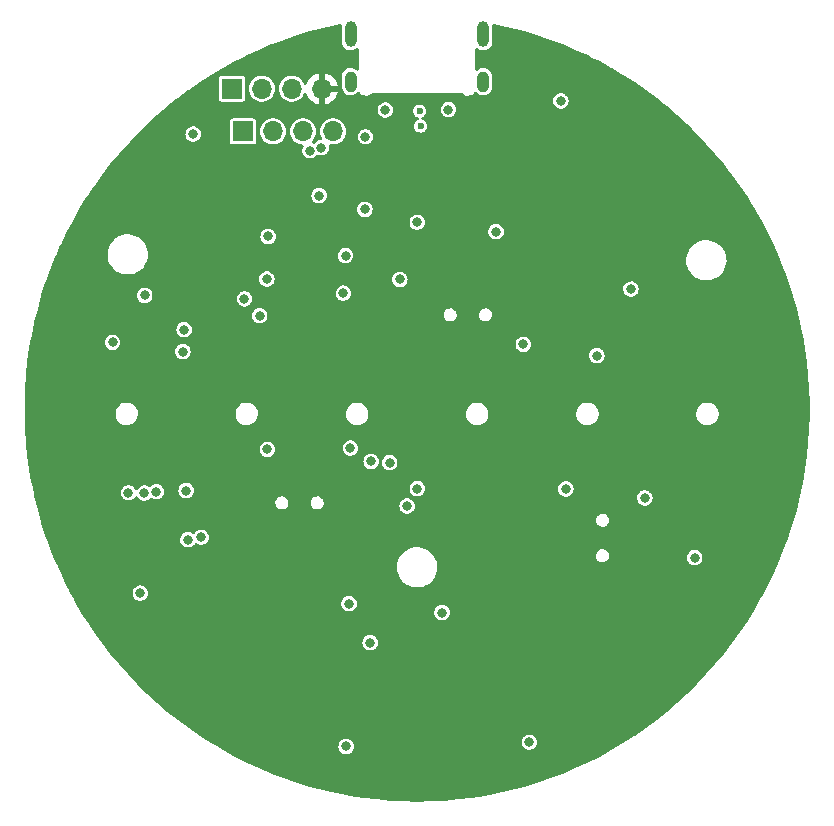
<source format=gbr>
%TF.GenerationSoftware,KiCad,Pcbnew,(7.0.0-0)*%
%TF.CreationDate,2023-03-25T02:40:01-05:00*%
%TF.ProjectId,RP2040_minimal,52503230-3430-45f6-9d69-6e696d616c2e,REV1*%
%TF.SameCoordinates,Original*%
%TF.FileFunction,Copper,L2,Inr*%
%TF.FilePolarity,Positive*%
%FSLAX46Y46*%
G04 Gerber Fmt 4.6, Leading zero omitted, Abs format (unit mm)*
G04 Created by KiCad (PCBNEW (7.0.0-0)) date 2023-03-25 02:40:01*
%MOMM*%
%LPD*%
G01*
G04 APERTURE LIST*
%TA.AperFunction,ComponentPad*%
%ADD10O,1.000000X1.800000*%
%TD*%
%TA.AperFunction,ComponentPad*%
%ADD11O,1.000000X2.200000*%
%TD*%
%TA.AperFunction,ComponentPad*%
%ADD12R,1.700000X1.700000*%
%TD*%
%TA.AperFunction,ComponentPad*%
%ADD13O,1.700000X1.700000*%
%TD*%
%TA.AperFunction,ViaPad*%
%ADD14C,0.800000*%
%TD*%
%TA.AperFunction,ViaPad*%
%ADD15C,0.600000*%
%TD*%
G04 APERTURE END LIST*
D10*
%TO.N,unconnected-(P1-SHIELD-PadS1)*%
%TO.C,P1*%
X5619999Y28119999D03*
D11*
X5619999Y32119999D03*
D10*
X-5619999Y28119999D03*
D11*
X-5619999Y32119999D03*
%TD*%
D12*
%TO.N,VDD*%
%TO.C,J2*%
X-15679999Y27524999D03*
D13*
%TO.N,USART1_RX*%
X-13139999Y27524999D03*
%TO.N,USART1_TX*%
X-10599999Y27524999D03*
%TO.N,GND*%
X-8059999Y27524999D03*
%TD*%
D12*
%TO.N,NRST*%
%TO.C,J1*%
X-14739999Y23909999D03*
D13*
%TO.N,SWDIO*%
X-12199999Y23909999D03*
%TO.N,SWCLK*%
X-9659999Y23909999D03*
%TO.N,SWO*%
X-7119999Y23909999D03*
%TD*%
D14*
%TO.N,GND*%
X8210000Y-2330000D03*
X-16000000Y-2070000D03*
X24300000Y4850000D03*
X-27730000Y6100000D03*
X24594000Y-13234000D03*
X-24400000Y-13120000D03*
X-16040000Y13390000D03*
X-4340000Y4971041D03*
X6120000Y-2350000D03*
X25030000Y-1610000D03*
X-28110000Y3410000D03*
X13105000Y11950000D03*
X25030000Y-2860000D03*
X15490000Y8830000D03*
X4300000Y-4460000D03*
X-15440000Y4370000D03*
X-22070000Y-4030000D03*
X17310000Y7310000D03*
X15965000Y25600000D03*
X21060000Y3710000D03*
X-6528000Y-8458000D03*
X-4120000Y25800000D03*
X-10180000Y7000000D03*
X-21768000Y18974000D03*
X9780000Y-2490000D03*
X11470000Y-2490000D03*
X-4880000Y-11120000D03*
X14400000Y6820000D03*
X21480000Y-5480000D03*
X5410000Y12370000D03*
X-20370000Y12250000D03*
X-21760000Y12300000D03*
X-17840000Y24240000D03*
X-2210000Y-17094000D03*
X-10965000Y21690000D03*
X8442500Y-6170000D03*
X23640000Y2370000D03*
X8662500Y-13920000D03*
X-14148000Y-6426000D03*
X3812000Y-18110000D03*
X17090000Y-2510000D03*
X584000Y12116000D03*
X-130000Y4950000D03*
X584000Y11100000D03*
X-7810000Y840000D03*
X13020000Y-2490000D03*
X2350000Y-2132250D03*
X-80000Y6100000D03*
X-3960000Y-5060000D03*
X-15950000Y-6930000D03*
X-26610000Y7230000D03*
X-21865000Y14980000D03*
X-23546000Y18720000D03*
X470000Y8390000D03*
X13290000Y9870000D03*
X-1830000Y19950000D03*
X24930000Y-4180000D03*
X-28090000Y-1860000D03*
X-3990000Y3730000D03*
X910000Y-2370000D03*
X-16660000Y16949500D03*
X-21930000Y16190000D03*
X11870000Y-4460000D03*
X14620433Y24129487D03*
X-17100000Y-3750000D03*
X-14140000Y4710000D03*
X-22120000Y2810000D03*
X-15164000Y-10744000D03*
X-15930000Y-8240000D03*
X9728000Y14402000D03*
X7080000Y-4580000D03*
X-22911353Y19355354D03*
X-19914502Y22170023D03*
X17995000Y11620000D03*
X5664000Y11100000D03*
X-17700000Y17195000D03*
X-12080000Y-22270000D03*
X-11290000Y-10360000D03*
X18270000Y-2450000D03*
X12482500Y-11850000D03*
X14770000Y-4520000D03*
X19450000Y16280000D03*
X-28160000Y-470000D03*
X-10399333Y17660000D03*
X22380000Y3670000D03*
X24940000Y3740000D03*
X-27940000Y-3120000D03*
X-3190000Y-11020000D03*
X-28160000Y870000D03*
X-1110000Y14970000D03*
X-4750000Y-9474000D03*
X-17680000Y14420000D03*
X-23700000Y-4930000D03*
X21160000Y6610000D03*
X-15940000Y-9470000D03*
X4489898Y26525534D03*
X-4520741Y26532318D03*
X10998000Y10084000D03*
X14520000Y-2470000D03*
X3124000Y11100000D03*
X-13990000Y-11960000D03*
X-13025000Y6950000D03*
X-6528000Y-6426000D03*
X5380000Y15420000D03*
X1710450Y12333669D03*
X7950000Y12116000D03*
X1780000Y-5540000D03*
X-16170000Y20390000D03*
X-23380000Y-1210000D03*
X-14490000Y-2020000D03*
X820000Y3710000D03*
X22310000Y-2200000D03*
X8550000Y15940000D03*
X-12670000Y-12610000D03*
X5132500Y-13930000D03*
X10580000Y-4480000D03*
X-22690000Y6920000D03*
X-24308000Y17958000D03*
X-8665000Y-25270000D03*
X-2920000Y-6230000D03*
X-130000Y-25396000D03*
X22682000Y-4902000D03*
X14490000Y9370000D03*
X5580000Y-4540000D03*
X16500000Y17590000D03*
X-18800000Y-2220000D03*
X1985023Y24275023D03*
X-2740000Y24140000D03*
X-12420000Y4790000D03*
X-28100000Y4830000D03*
X-40000Y7490000D03*
X4140000Y12370000D03*
X-3050000Y-9930000D03*
X-16270000Y-4360000D03*
X6426000Y-24968000D03*
X-21990000Y4100000D03*
X6680000Y12370000D03*
X-25760000Y-4930000D03*
X-7520000Y6790000D03*
X-7460000Y4460000D03*
X2240000Y16220000D03*
X18350000Y6640000D03*
X9257500Y26630000D03*
X-2433957Y9606043D03*
X-2410000Y3650000D03*
X-20340000Y4170000D03*
X-17050000Y4400000D03*
X-7770000Y-12700000D03*
X-25324000Y16942000D03*
X4760000Y-2390000D03*
X-18400000Y19015000D03*
X12522000Y8560000D03*
X-17150000Y13360000D03*
X-20330000Y-2131750D03*
X-17720000Y-5390000D03*
X-23500000Y1590000D03*
X23820000Y-2350000D03*
X-27710000Y-4280000D03*
X7062500Y-7900000D03*
X-23510000Y2710000D03*
X-3734000Y-12014000D03*
X19810000Y-11178000D03*
X19600000Y6610000D03*
X-21930000Y17450000D03*
X3800000Y25970000D03*
X22050000Y950000D03*
X17430000Y3730000D03*
X-28140000Y2140000D03*
X-23400000Y-2420000D03*
X22580000Y6530000D03*
X-25350000Y7380000D03*
X13560000Y7660000D03*
X2360369Y983318D03*
X8966000Y10846000D03*
X2870000Y12370000D03*
X-9140000Y-12740000D03*
X-21280000Y6759500D03*
X15780000Y-4320000D03*
X16370000Y7980000D03*
X-20130000Y-12060000D03*
X-11500000Y-2000000D03*
X2940000Y-4420000D03*
X12850000Y5980000D03*
X584000Y9830000D03*
X-24106981Y7019500D03*
X-12940000Y-1990000D03*
X-21870000Y13750000D03*
X9930000Y22575000D03*
X-3910000Y6741041D03*
X-15970000Y-5670000D03*
X-19990000Y19990000D03*
X-720000Y3730000D03*
X-3730000Y-27240000D03*
X23480000Y3670000D03*
X-10720000Y4910000D03*
X-6320000Y-12800000D03*
X-10230000Y5880000D03*
X24940000Y2670000D03*
X23540000Y5610000D03*
X-7520000Y5620000D03*
X-22784000Y11519500D03*
X-4830000Y-12750000D03*
X-11590000Y-12690000D03*
X-19190000Y8690000D03*
X-3080000Y-7320000D03*
X-22790000Y8919500D03*
X16010000Y-2510000D03*
X-3110000Y-8540000D03*
X19220000Y3770000D03*
X19450000Y17390000D03*
X4570000Y23140000D03*
X11105001Y-26694999D03*
X-18540000Y4250000D03*
X-21080000Y13220000D03*
X-22022000Y19990000D03*
X24980000Y1590000D03*
X-19080000Y12320000D03*
X23800000Y-4660000D03*
X-23500000Y3940000D03*
X-13750000Y-10720000D03*
X11910000Y-22240000D03*
X-17300000Y-2160000D03*
X-13640000Y-9220000D03*
X-4750000Y-7188000D03*
X15990000Y3750000D03*
X-5520000Y3590000D03*
X-10440000Y-12690000D03*
X-21006000Y20140498D03*
X-25832000Y15926000D03*
X16450000Y16420000D03*
%TO.N,VBUS*%
X2650000Y25750000D03*
X-2690000Y25720000D03*
%TO.N,BUTT0*%
X-24438957Y-6688957D03*
X-25790000Y6050000D03*
X-12720000Y11410000D03*
%TO.N,+5V*%
X18100000Y10570000D03*
X10000Y-6340000D03*
X-18960000Y23690000D03*
X-19550000Y-6500000D03*
X9500000Y-27810000D03*
X10353Y16219646D03*
X23500000Y-12180000D03*
X-23440000Y-15190000D03*
X-6010000Y-28170000D03*
X-23060000Y10020000D03*
X12170000Y26490000D03*
X2108000Y-16827500D03*
X19280000Y-7120000D03*
D15*
%TO.N,USB_D+*%
X210000Y25640000D03*
X303779Y24365500D03*
D14*
%TO.N,BOOT0*%
X-8300000Y18470000D03*
%TO.N,BUTT1*%
X-14620000Y9730000D03*
X-23090000Y-6720000D03*
X-3975000Y-19380000D03*
X-19730000Y7120000D03*
X-19404692Y-10664692D03*
%TO.N,BUTT2*%
X-19830000Y5260500D03*
X-5766000Y-16078000D03*
X-18280000Y-10450000D03*
X-13330023Y8300023D03*
X-22070000Y-6600000D03*
%TO.N,NRST*%
X-12610000Y15010000D03*
%TO.N,BOOT1*%
X-1460000Y11380000D03*
X-6240000Y10210000D03*
%TO.N,Net-(D2-DIN)*%
X6680000Y15418000D03*
%TO.N,VDD*%
X-6060000Y13390000D03*
%TO.N,SWDIO*%
X-4370000Y23450000D03*
X-4430000Y17310000D03*
%TO.N,USART1_RX*%
X-9068380Y22282525D03*
%TO.N,USART1_TX*%
X-8100000Y22530000D03*
%TO.N,V_test*%
X12600000Y-6360000D03*
X-5650000Y-2910000D03*
X8990000Y5880000D03*
X15220000Y4930000D03*
X-850000Y-7820000D03*
X-2320000Y-4140000D03*
%TO.N,+4V4*%
X-12680000Y-3010000D03*
X-3890000Y-4030000D03*
%TD*%
%TA.AperFunction,Conductor*%
%TO.N,GND*%
G36*
X-6920000Y4010000D02*
G01*
X1820000Y4130000D01*
X2710000Y4250000D01*
X24470000Y4280000D01*
X24519113Y949212D01*
X24393931Y936481D01*
X24393928Y936481D01*
X24387679Y935845D01*
X24381681Y933964D01*
X24381680Y933963D01*
X24209235Y879858D01*
X24209230Y879857D01*
X24203232Y877974D01*
X24197736Y874924D01*
X24197730Y874921D01*
X24039708Y787212D01*
X24039702Y787208D01*
X24034209Y784159D01*
X24029444Y780070D01*
X24029439Y780065D01*
X23892300Y662334D01*
X23892295Y662330D01*
X23887532Y658240D01*
X23883689Y653276D01*
X23883682Y653268D01*
X23773057Y510351D01*
X23769204Y505373D01*
X23766436Y499732D01*
X23766432Y499724D01*
X23686840Y337464D01*
X23684070Y331816D01*
X23682493Y325727D01*
X23682492Y325723D01*
X23658552Y233260D01*
X23635615Y144674D01*
X23635296Y138394D01*
X23635296Y138390D01*
X23626142Y-42108D01*
X23626142Y-42113D01*
X23625824Y-48390D01*
X23626775Y-54602D01*
X23626776Y-54608D01*
X23654144Y-233259D01*
X23654146Y-233267D01*
X23655097Y-239474D01*
X23657278Y-245364D01*
X23657280Y-245370D01*
X23687040Y-325722D01*
X23722236Y-420753D01*
X23725562Y-426089D01*
X23725564Y-426093D01*
X23778081Y-510350D01*
X23824491Y-584807D01*
X23957677Y-724919D01*
X24116342Y-835353D01*
X24293988Y-911587D01*
X24483344Y-950500D01*
X24489632Y-950500D01*
X24547125Y-950500D01*
X24580000Y-3180000D01*
X-4242000Y-3138622D01*
X-4242000Y-2362000D01*
X-5260854Y-2385694D01*
X-5277760Y-2370717D01*
X-5284405Y-2367229D01*
X-5284407Y-2367228D01*
X-5410994Y-2300789D01*
X-5410998Y-2300787D01*
X-5417635Y-2297304D01*
X-5424913Y-2295510D01*
X-5424916Y-2295509D01*
X-5563733Y-2261294D01*
X-5563740Y-2261293D01*
X-5571015Y-2259500D01*
X-5728985Y-2259500D01*
X-5736260Y-2261292D01*
X-5736268Y-2261294D01*
X-5875085Y-2295509D01*
X-5875091Y-2295510D01*
X-5882365Y-2297304D01*
X-5889000Y-2300786D01*
X-5889007Y-2300789D01*
X-6015594Y-2367228D01*
X-6015600Y-2367231D01*
X-6022240Y-2370717D01*
X-6027852Y-2375687D01*
X-6027857Y-2375692D01*
X-6060129Y-2404282D01*
X-12221023Y-2547558D01*
X-12307760Y-2470717D01*
X-12314405Y-2467229D01*
X-12314407Y-2467228D01*
X-12440994Y-2400789D01*
X-12440998Y-2400787D01*
X-12447635Y-2397304D01*
X-12454913Y-2395510D01*
X-12454916Y-2395509D01*
X-12593733Y-2361294D01*
X-12593740Y-2361293D01*
X-12601015Y-2359500D01*
X-12758985Y-2359500D01*
X-12766260Y-2361292D01*
X-12766268Y-2361294D01*
X-12905085Y-2395509D01*
X-12905091Y-2395510D01*
X-12912365Y-2397304D01*
X-12919000Y-2400786D01*
X-12919007Y-2400789D01*
X-13045594Y-2467228D01*
X-13045600Y-2467231D01*
X-13052240Y-2470717D01*
X-13057852Y-2475687D01*
X-13057857Y-2475692D01*
X-13163726Y-2569481D01*
X-15164000Y-2616000D01*
X-15119265Y-3123006D01*
X-24180000Y-3110000D01*
X-24177030Y-863430D01*
X-24034209Y-784159D01*
X-23887532Y-658240D01*
X-23769204Y-505373D01*
X-23684070Y-331816D01*
X-23635615Y-144674D01*
X-23630732Y-48390D01*
X-15374176Y-48390D01*
X-15373225Y-54602D01*
X-15373224Y-54608D01*
X-15345856Y-233259D01*
X-15345854Y-233267D01*
X-15344903Y-239474D01*
X-15342722Y-245364D01*
X-15342720Y-245370D01*
X-15312960Y-325722D01*
X-15277764Y-420753D01*
X-15274438Y-426089D01*
X-15274436Y-426093D01*
X-15221919Y-510350D01*
X-15175509Y-584807D01*
X-15042323Y-724919D01*
X-14883658Y-835353D01*
X-14706012Y-911587D01*
X-14516656Y-950500D01*
X-14374936Y-950500D01*
X-14371794Y-950500D01*
X-14227679Y-935845D01*
X-14043232Y-877974D01*
X-13874209Y-784159D01*
X-13727532Y-658240D01*
X-13609204Y-505373D01*
X-13524070Y-331816D01*
X-13475615Y-144674D01*
X-13470732Y-48390D01*
X-6034176Y-48390D01*
X-6033225Y-54602D01*
X-6033224Y-54608D01*
X-6005856Y-233259D01*
X-6005854Y-233267D01*
X-6004903Y-239474D01*
X-6002722Y-245364D01*
X-6002720Y-245370D01*
X-5972960Y-325722D01*
X-5937764Y-420753D01*
X-5934438Y-426089D01*
X-5934436Y-426093D01*
X-5881919Y-510350D01*
X-5835509Y-584807D01*
X-5702323Y-724919D01*
X-5543658Y-835353D01*
X-5366012Y-911587D01*
X-5176656Y-950500D01*
X-5034936Y-950500D01*
X-5031794Y-950500D01*
X-4887679Y-935845D01*
X-4703232Y-877974D01*
X-4534209Y-784159D01*
X-4387532Y-658240D01*
X-4269204Y-505373D01*
X-4184070Y-331816D01*
X-4135615Y-144674D01*
X-4130732Y-48390D01*
X4125824Y-48390D01*
X4126775Y-54602D01*
X4126776Y-54608D01*
X4154144Y-233259D01*
X4154146Y-233267D01*
X4155097Y-239474D01*
X4157278Y-245364D01*
X4157280Y-245370D01*
X4187040Y-325722D01*
X4222236Y-420753D01*
X4225562Y-426089D01*
X4225564Y-426093D01*
X4278081Y-510350D01*
X4324491Y-584807D01*
X4457677Y-724919D01*
X4616342Y-835353D01*
X4793988Y-911587D01*
X4983344Y-950500D01*
X5125064Y-950500D01*
X5128206Y-950500D01*
X5272321Y-935845D01*
X5456768Y-877974D01*
X5625791Y-784159D01*
X5772468Y-658240D01*
X5890796Y-505373D01*
X5975930Y-331816D01*
X6024385Y-144674D01*
X6029268Y-48390D01*
X13465824Y-48390D01*
X13466775Y-54602D01*
X13466776Y-54608D01*
X13494144Y-233259D01*
X13494146Y-233267D01*
X13495097Y-239474D01*
X13497278Y-245364D01*
X13497280Y-245370D01*
X13527040Y-325722D01*
X13562236Y-420753D01*
X13565562Y-426089D01*
X13565564Y-426093D01*
X13618081Y-510350D01*
X13664491Y-584807D01*
X13797677Y-724919D01*
X13956342Y-835353D01*
X14133988Y-911587D01*
X14323344Y-950500D01*
X14465064Y-950500D01*
X14468206Y-950500D01*
X14612321Y-935845D01*
X14796768Y-877974D01*
X14965791Y-784159D01*
X15112468Y-658240D01*
X15230796Y-505373D01*
X15315930Y-331816D01*
X15364385Y-144674D01*
X15374176Y48390D01*
X15344903Y239474D01*
X15277764Y420753D01*
X15225020Y505373D01*
X15178835Y579471D01*
X15178834Y579472D01*
X15175509Y584807D01*
X15042323Y724919D01*
X14883658Y835353D01*
X14877884Y837831D01*
X14877882Y837832D01*
X14711786Y909109D01*
X14711787Y909109D01*
X14706012Y911587D01*
X14699858Y912852D01*
X14699857Y912852D01*
X14522814Y949235D01*
X14522809Y949236D01*
X14516656Y950500D01*
X14371794Y950500D01*
X14368683Y950184D01*
X14368670Y950183D01*
X14233931Y936481D01*
X14233928Y936481D01*
X14227679Y935845D01*
X14221681Y933964D01*
X14221680Y933963D01*
X14049235Y879858D01*
X14049230Y879857D01*
X14043232Y877974D01*
X14037736Y874924D01*
X14037730Y874921D01*
X13879708Y787212D01*
X13879702Y787208D01*
X13874209Y784159D01*
X13869444Y780070D01*
X13869439Y780065D01*
X13732300Y662334D01*
X13732295Y662330D01*
X13727532Y658240D01*
X13723689Y653276D01*
X13723682Y653268D01*
X13613057Y510351D01*
X13609204Y505373D01*
X13606436Y499732D01*
X13606432Y499724D01*
X13526840Y337464D01*
X13524070Y331816D01*
X13522493Y325727D01*
X13522492Y325723D01*
X13498552Y233260D01*
X13475615Y144674D01*
X13475296Y138394D01*
X13475296Y138390D01*
X13466142Y-42108D01*
X13466142Y-42113D01*
X13465824Y-48390D01*
X6029268Y-48390D01*
X6034176Y48390D01*
X6004903Y239474D01*
X5937764Y420753D01*
X5885020Y505373D01*
X5838835Y579471D01*
X5838834Y579472D01*
X5835509Y584807D01*
X5702323Y724919D01*
X5543658Y835353D01*
X5537884Y837831D01*
X5537882Y837832D01*
X5371786Y909109D01*
X5371787Y909109D01*
X5366012Y911587D01*
X5359858Y912852D01*
X5359857Y912852D01*
X5182814Y949235D01*
X5182809Y949236D01*
X5176656Y950500D01*
X5031794Y950500D01*
X5028683Y950184D01*
X5028670Y950183D01*
X4893931Y936481D01*
X4893928Y936481D01*
X4887679Y935845D01*
X4881681Y933964D01*
X4881680Y933963D01*
X4709235Y879858D01*
X4709230Y879857D01*
X4703232Y877974D01*
X4697736Y874924D01*
X4697730Y874921D01*
X4539708Y787212D01*
X4539702Y787208D01*
X4534209Y784159D01*
X4529444Y780070D01*
X4529439Y780065D01*
X4392300Y662334D01*
X4392295Y662330D01*
X4387532Y658240D01*
X4383689Y653276D01*
X4383682Y653268D01*
X4273057Y510351D01*
X4269204Y505373D01*
X4266436Y499732D01*
X4266432Y499724D01*
X4186840Y337464D01*
X4184070Y331816D01*
X4182493Y325727D01*
X4182492Y325723D01*
X4158552Y233260D01*
X4135615Y144674D01*
X4135296Y138394D01*
X4135296Y138390D01*
X4126142Y-42108D01*
X4126142Y-42113D01*
X4125824Y-48390D01*
X-4130732Y-48390D01*
X-4125824Y48390D01*
X-4155097Y239474D01*
X-4222236Y420753D01*
X-4274980Y505373D01*
X-4321165Y579471D01*
X-4321166Y579472D01*
X-4324491Y584807D01*
X-4457677Y724919D01*
X-4616342Y835353D01*
X-4622116Y837831D01*
X-4622118Y837832D01*
X-4788214Y909109D01*
X-4788213Y909109D01*
X-4793988Y911587D01*
X-4800142Y912852D01*
X-4800143Y912852D01*
X-4977186Y949235D01*
X-4977191Y949236D01*
X-4983344Y950500D01*
X-5128206Y950500D01*
X-5131317Y950184D01*
X-5131330Y950183D01*
X-5266069Y936481D01*
X-5266072Y936481D01*
X-5272321Y935845D01*
X-5278319Y933964D01*
X-5278320Y933963D01*
X-5450765Y879858D01*
X-5450770Y879857D01*
X-5456768Y877974D01*
X-5462264Y874924D01*
X-5462270Y874921D01*
X-5620292Y787212D01*
X-5620298Y787208D01*
X-5625791Y784159D01*
X-5630556Y780070D01*
X-5630561Y780065D01*
X-5767700Y662334D01*
X-5767705Y662330D01*
X-5772468Y658240D01*
X-5776311Y653276D01*
X-5776318Y653268D01*
X-5886943Y510351D01*
X-5890796Y505373D01*
X-5893564Y499732D01*
X-5893568Y499724D01*
X-5973160Y337464D01*
X-5975930Y331816D01*
X-5977507Y325727D01*
X-5977508Y325723D01*
X-6001448Y233260D01*
X-6024385Y144674D01*
X-6024704Y138394D01*
X-6024704Y138390D01*
X-6033858Y-42108D01*
X-6033858Y-42113D01*
X-6034176Y-48390D01*
X-13470732Y-48390D01*
X-13465824Y48390D01*
X-13495097Y239474D01*
X-13562236Y420753D01*
X-13614980Y505373D01*
X-13661165Y579471D01*
X-13661166Y579472D01*
X-13664491Y584807D01*
X-13797677Y724919D01*
X-13956342Y835353D01*
X-13962116Y837831D01*
X-13962118Y837832D01*
X-14128214Y909109D01*
X-14128213Y909109D01*
X-14133988Y911587D01*
X-14140142Y912852D01*
X-14140143Y912852D01*
X-14317186Y949235D01*
X-14317191Y949236D01*
X-14323344Y950500D01*
X-14468206Y950500D01*
X-14471317Y950184D01*
X-14471330Y950183D01*
X-14606069Y936481D01*
X-14606072Y936481D01*
X-14612321Y935845D01*
X-14618319Y933964D01*
X-14618320Y933963D01*
X-14790765Y879858D01*
X-14790770Y879857D01*
X-14796768Y877974D01*
X-14802264Y874924D01*
X-14802270Y874921D01*
X-14960292Y787212D01*
X-14960298Y787208D01*
X-14965791Y784159D01*
X-14970556Y780070D01*
X-14970561Y780065D01*
X-15107700Y662334D01*
X-15107705Y662330D01*
X-15112468Y658240D01*
X-15116311Y653276D01*
X-15116318Y653268D01*
X-15226943Y510351D01*
X-15230796Y505373D01*
X-15233564Y499732D01*
X-15233568Y499724D01*
X-15313160Y337464D01*
X-15315930Y331816D01*
X-15317507Y325727D01*
X-15317508Y325723D01*
X-15341448Y233260D01*
X-15364385Y144674D01*
X-15364704Y138394D01*
X-15364704Y138390D01*
X-15373858Y-42108D01*
X-15373858Y-42113D01*
X-15374176Y-48390D01*
X-23630732Y-48390D01*
X-23625824Y48390D01*
X-23655097Y239474D01*
X-23722236Y420753D01*
X-23774980Y505373D01*
X-23821165Y579471D01*
X-23821166Y579472D01*
X-23824491Y584807D01*
X-23957677Y724919D01*
X-24116342Y835353D01*
X-24122116Y837831D01*
X-24122118Y837832D01*
X-24174749Y860418D01*
X-24170000Y4450000D01*
X-20218494Y4735616D01*
X-20207857Y4726193D01*
X-20202240Y4721217D01*
X-20062365Y4647804D01*
X-19908985Y4610000D01*
X-19758515Y4610000D01*
X-19751015Y4610000D01*
X-19597635Y4647804D01*
X-19457760Y4721217D01*
X-19372482Y4796767D01*
X-10750000Y5420000D01*
X-10520000Y7680000D01*
X-6930000Y7840000D01*
X-6920000Y4010000D01*
G37*
%TD.AperFunction*%
%TD*%
%TA.AperFunction,Conductor*%
%TO.N,GND*%
G36*
X-4242000Y-3480093D02*
G01*
X-4255594Y-3487228D01*
X-4255600Y-3487231D01*
X-4262240Y-3490717D01*
X-4267852Y-3495687D01*
X-4267857Y-3495692D01*
X-4374873Y-3590499D01*
X-4374878Y-3590503D01*
X-4380483Y-3595470D01*
X-4384738Y-3601634D01*
X-4384743Y-3601640D01*
X-4465957Y-3719300D01*
X-4465960Y-3719303D01*
X-4470220Y-3725477D01*
X-4526237Y-3873182D01*
X-4527141Y-3880622D01*
X-4527142Y-3880629D01*
X-4543930Y-4018896D01*
X-4545278Y-4030000D01*
X-4544374Y-4037445D01*
X-4527142Y-4179370D01*
X-4527141Y-4179375D01*
X-4526237Y-4186818D01*
X-4470220Y-4334523D01*
X-4380483Y-4464530D01*
X-4262240Y-4569283D01*
X-4255594Y-4572771D01*
X-4242000Y-4579906D01*
X-4242000Y-11760000D01*
X-14402000Y-11252000D01*
X-14725301Y-7587921D01*
X-12014381Y-7587921D01*
X-12012656Y-7596226D01*
X-12012655Y-7596228D01*
X-11985319Y-7727777D01*
X-11985318Y-7727780D01*
X-11983592Y-7736085D01*
X-11913971Y-7870447D01*
X-11908184Y-7876643D01*
X-11908182Y-7876646D01*
X-11816471Y-7974844D01*
X-11816469Y-7974845D01*
X-11810680Y-7981044D01*
X-11803434Y-7985450D01*
X-11803432Y-7985452D01*
X-11688626Y-8055267D01*
X-11681382Y-8059672D01*
X-11535665Y-8100500D01*
X-11426579Y-8100500D01*
X-11422342Y-8100500D01*
X-11310080Y-8085070D01*
X-11171280Y-8024780D01*
X-11053892Y-7929278D01*
X-10966623Y-7805647D01*
X-10915946Y-7663056D01*
X-10910807Y-7587921D01*
X-9014381Y-7587921D01*
X-9012656Y-7596226D01*
X-9012655Y-7596228D01*
X-8985319Y-7727777D01*
X-8985318Y-7727780D01*
X-8983592Y-7736085D01*
X-8913971Y-7870447D01*
X-8908184Y-7876643D01*
X-8908182Y-7876646D01*
X-8816471Y-7974844D01*
X-8816469Y-7974845D01*
X-8810680Y-7981044D01*
X-8803434Y-7985450D01*
X-8803432Y-7985452D01*
X-8688626Y-8055267D01*
X-8681382Y-8059672D01*
X-8535665Y-8100500D01*
X-8426579Y-8100500D01*
X-8422342Y-8100500D01*
X-8310080Y-8085070D01*
X-8171280Y-8024780D01*
X-8053892Y-7929278D01*
X-7966623Y-7805647D01*
X-7915946Y-7663056D01*
X-7905619Y-7512079D01*
X-7936408Y-7363915D01*
X-8006029Y-7229553D01*
X-8054504Y-7177649D01*
X-8103530Y-7125155D01*
X-8103533Y-7125153D01*
X-8109320Y-7118956D01*
X-8116566Y-7114550D01*
X-8116569Y-7114547D01*
X-8231375Y-7044732D01*
X-8231379Y-7044730D01*
X-8238618Y-7040328D01*
X-8246780Y-7038041D01*
X-8376171Y-7001787D01*
X-8376175Y-7001786D01*
X-8384335Y-6999500D01*
X-8497658Y-6999500D01*
X-8501842Y-7000075D01*
X-8501856Y-7000076D01*
X-8601515Y-7013774D01*
X-8601521Y-7013775D01*
X-8609920Y-7014930D01*
X-8617701Y-7018309D01*
X-8617702Y-7018310D01*
X-8740938Y-7071839D01*
X-8740943Y-7071841D01*
X-8748720Y-7075220D01*
X-8755298Y-7080571D01*
X-8755302Y-7080574D01*
X-8859530Y-7165370D01*
X-8859532Y-7165371D01*
X-8866108Y-7170722D01*
X-8870997Y-7177647D01*
X-8870998Y-7177649D01*
X-8903259Y-7223353D01*
X-8953377Y-7294353D01*
X-8956215Y-7302337D01*
X-8956218Y-7302344D01*
X-9001214Y-7428951D01*
X-9001216Y-7428955D01*
X-9004054Y-7436944D01*
X-9004633Y-7445403D01*
X-9004633Y-7445405D01*
X-9013803Y-7579457D01*
X-9013803Y-7579463D01*
X-9014381Y-7587921D01*
X-10910807Y-7587921D01*
X-10905619Y-7512079D01*
X-10936408Y-7363915D01*
X-11006029Y-7229553D01*
X-11054504Y-7177649D01*
X-11103530Y-7125155D01*
X-11103533Y-7125153D01*
X-11109320Y-7118956D01*
X-11116566Y-7114550D01*
X-11116569Y-7114547D01*
X-11231375Y-7044732D01*
X-11231379Y-7044730D01*
X-11238618Y-7040328D01*
X-11246780Y-7038041D01*
X-11376171Y-7001787D01*
X-11376175Y-7001786D01*
X-11384335Y-6999500D01*
X-11497658Y-6999500D01*
X-11501842Y-7000075D01*
X-11501856Y-7000076D01*
X-11601515Y-7013774D01*
X-11601521Y-7013775D01*
X-11609920Y-7014930D01*
X-11617701Y-7018309D01*
X-11617702Y-7018310D01*
X-11740938Y-7071839D01*
X-11740943Y-7071841D01*
X-11748720Y-7075220D01*
X-11755298Y-7080571D01*
X-11755302Y-7080574D01*
X-11859530Y-7165370D01*
X-11859532Y-7165371D01*
X-11866108Y-7170722D01*
X-11870997Y-7177647D01*
X-11870998Y-7177649D01*
X-11903259Y-7223353D01*
X-11953377Y-7294353D01*
X-11956215Y-7302337D01*
X-11956218Y-7302344D01*
X-12001214Y-7428951D01*
X-12001216Y-7428955D01*
X-12004054Y-7436944D01*
X-12004633Y-7445403D01*
X-12004633Y-7445405D01*
X-12013803Y-7579457D01*
X-12013803Y-7579463D01*
X-12014381Y-7587921D01*
X-14725301Y-7587921D01*
X-15164000Y-2616000D01*
X-13163726Y-2569481D01*
X-13164868Y-2570494D01*
X-13164875Y-2570501D01*
X-13170483Y-2575470D01*
X-13174738Y-2581634D01*
X-13174743Y-2581640D01*
X-13255957Y-2699300D01*
X-13255960Y-2699303D01*
X-13260220Y-2705477D01*
X-13262880Y-2712488D01*
X-13262882Y-2712494D01*
X-13313577Y-2846167D01*
X-13316237Y-2853182D01*
X-13317141Y-2860622D01*
X-13317142Y-2860629D01*
X-13322232Y-2902555D01*
X-13335278Y-3010000D01*
X-13334374Y-3017445D01*
X-13317142Y-3159370D01*
X-13317141Y-3159375D01*
X-13316237Y-3166818D01*
X-13313578Y-3173831D01*
X-13313577Y-3173832D01*
X-13300807Y-3207505D01*
X-13260220Y-3314523D01*
X-13170483Y-3444530D01*
X-13164874Y-3449499D01*
X-13164873Y-3449500D01*
X-13112733Y-3495692D01*
X-13052240Y-3549283D01*
X-12912365Y-3622696D01*
X-12758985Y-3660500D01*
X-12608515Y-3660500D01*
X-12601015Y-3660500D01*
X-12447635Y-3622696D01*
X-12307760Y-3549283D01*
X-12189517Y-3444530D01*
X-12099780Y-3314523D01*
X-12043763Y-3166818D01*
X-12024722Y-3010000D01*
X-12043763Y-2853182D01*
X-12099780Y-2705477D01*
X-12189517Y-2575470D01*
X-12195131Y-2570497D01*
X-12195133Y-2570494D01*
X-12221022Y-2547558D01*
X-6060129Y-2404282D01*
X-6131486Y-2467499D01*
X-6140483Y-2475470D01*
X-6144738Y-2481634D01*
X-6144743Y-2481640D01*
X-6225957Y-2599300D01*
X-6225960Y-2599303D01*
X-6230220Y-2605477D01*
X-6232880Y-2612488D01*
X-6232882Y-2612494D01*
X-6283577Y-2746167D01*
X-6286237Y-2753182D01*
X-6287141Y-2760622D01*
X-6287142Y-2760629D01*
X-6303930Y-2898896D01*
X-6305278Y-2910000D01*
X-6304374Y-2917445D01*
X-6287142Y-3059370D01*
X-6287141Y-3059375D01*
X-6286237Y-3066818D01*
X-6230220Y-3214523D01*
X-6225957Y-3220699D01*
X-6156933Y-3320699D01*
X-6140483Y-3344530D01*
X-6022240Y-3449283D01*
X-5882365Y-3522696D01*
X-5728985Y-3560500D01*
X-5578515Y-3560500D01*
X-5571015Y-3560500D01*
X-5417635Y-3522696D01*
X-5277760Y-3449283D01*
X-5159517Y-3344530D01*
X-5069780Y-3214523D01*
X-5013763Y-3066818D01*
X-4994722Y-2910000D01*
X-5013763Y-2753182D01*
X-5069780Y-2605477D01*
X-5159517Y-2475470D01*
X-5168514Y-2467499D01*
X-5260854Y-2385694D01*
X-4242000Y-2362000D01*
X-4242000Y-3480093D01*
G37*
%TD.AperFunction*%
%TD*%
%TA.AperFunction,Conductor*%
%TO.N,GND*%
G36*
X-17196000Y19482000D02*
G01*
X-17170000Y16500000D01*
X-18120000Y16590000D01*
X-18080000Y11880000D01*
X-22320000Y11780000D01*
X-22376000Y19492000D01*
X-17196000Y19482000D01*
G37*
%TD.AperFunction*%
%TD*%
%TA.AperFunction,Conductor*%
%TO.N,GND*%
G36*
X6841630Y32928140D02*
G01*
X6845759Y32927271D01*
X7960111Y32672643D01*
X7964226Y32671628D01*
X8751743Y32462838D01*
X9069137Y32378689D01*
X9073255Y32377521D01*
X10167407Y32046620D01*
X10171414Y32045332D01*
X11224882Y31686608D01*
X11253456Y31676878D01*
X11257486Y31675429D01*
X12326207Y31269835D01*
X12330144Y31268262D01*
X13384220Y30826029D01*
X13388064Y30824338D01*
X14426311Y30345960D01*
X14430094Y30344137D01*
X14803122Y30156392D01*
X15451127Y29830252D01*
X15454916Y29828263D01*
X15892438Y29588788D01*
X16457623Y29279437D01*
X16461324Y29277328D01*
X17274018Y28795327D01*
X17444483Y28694226D01*
X17448126Y28691979D01*
X18410552Y28075307D01*
X18414115Y28072936D01*
X19354666Y27423429D01*
X19358146Y27420937D01*
X20275767Y26739320D01*
X20279159Y26736708D01*
X20889003Y26250169D01*
X21169759Y26026179D01*
X21172670Y26023857D01*
X21175969Y26021131D01*
X22044372Y25277844D01*
X22047575Y25275005D01*
X22889784Y24502211D01*
X22892888Y24499263D01*
X23280022Y24118605D01*
X23698714Y23706917D01*
X23707950Y23697836D01*
X23710949Y23694782D01*
X24497838Y22865731D01*
X24500731Y22862577D01*
X25258556Y22006841D01*
X25261338Y22003588D01*
X25989171Y21122215D01*
X25991839Y21118868D01*
X26340328Y20665886D01*
X26580937Y20353130D01*
X26688818Y20212902D01*
X26691369Y20209465D01*
X27356664Y19279984D01*
X27359095Y19276461D01*
X27991918Y18324567D01*
X27994226Y18320962D01*
X28279897Y17857304D01*
X28593830Y17347775D01*
X28596000Y17344113D01*
X28700489Y17160630D01*
X29161653Y16350824D01*
X29163706Y16347069D01*
X29694728Y15334872D01*
X29696651Y15331048D01*
X30192427Y14301117D01*
X30194217Y14297229D01*
X30654163Y13250774D01*
X30655817Y13246826D01*
X31079359Y12185156D01*
X31080874Y12181158D01*
X31107156Y12108043D01*
X31467521Y11105504D01*
X31468899Y11101451D01*
X31818204Y10013054D01*
X31819442Y10008957D01*
X32130968Y8909177D01*
X32132063Y8905039D01*
X32405441Y7795178D01*
X32406393Y7791005D01*
X32612550Y6809301D01*
X32638294Y6686710D01*
X32641312Y6672341D01*
X32642119Y6668137D01*
X32838281Y5542069D01*
X32838943Y5537841D01*
X32996131Y4405625D01*
X32996646Y4401376D01*
X33114658Y3264467D01*
X33115027Y3260202D01*
X33193733Y2119848D01*
X33193954Y2115574D01*
X33233256Y973190D01*
X33233329Y968910D01*
X33233180Y-174117D01*
X33233106Y-178397D01*
X33193506Y-1320801D01*
X33193283Y-1325075D01*
X33114284Y-2465347D01*
X33113915Y-2469612D01*
X32995602Y-3606525D01*
X32995086Y-3610774D01*
X32837604Y-4742945D01*
X32836941Y-4747173D01*
X32640481Y-5873218D01*
X32639672Y-5877422D01*
X32404473Y-6995975D01*
X32403521Y-7000147D01*
X32129841Y-8109985D01*
X32128744Y-8114123D01*
X31816940Y-9213795D01*
X31815702Y-9217892D01*
X31466110Y-10306207D01*
X31464730Y-10310259D01*
X31077808Y-11385799D01*
X31076290Y-11389801D01*
X30652468Y-12451370D01*
X30650813Y-12455317D01*
X30190599Y-13501643D01*
X30188808Y-13505531D01*
X29692764Y-14535332D01*
X29690840Y-14539156D01*
X29159548Y-15551226D01*
X29157494Y-15554980D01*
X28591589Y-16548112D01*
X28589406Y-16551794D01*
X27989553Y-17524814D01*
X27987244Y-17528418D01*
X27354183Y-18480134D01*
X27351751Y-18483657D01*
X26686203Y-19412978D01*
X26683651Y-19416414D01*
X25986449Y-20322183D01*
X25983780Y-20325530D01*
X25255719Y-21206712D01*
X25252937Y-21209964D01*
X24494874Y-22065520D01*
X24491980Y-22068674D01*
X23704862Y-22897534D01*
X23701861Y-22900586D01*
X22886618Y-23701772D01*
X22883514Y-23704719D01*
X22041106Y-24477293D01*
X22037902Y-24480132D01*
X21169289Y-25223207D01*
X21165989Y-25225932D01*
X20272306Y-25938538D01*
X20268914Y-25941149D01*
X19351134Y-26622514D01*
X19347654Y-26625006D01*
X18406901Y-27274291D01*
X18403337Y-27276661D01*
X17440729Y-27893096D01*
X17437085Y-27895341D01*
X16453819Y-28478159D01*
X16450100Y-28480278D01*
X15447268Y-29028834D01*
X15443478Y-29030823D01*
X14422314Y-29544440D01*
X14418457Y-29546297D01*
X13380194Y-30024354D01*
X13376276Y-30026077D01*
X12322102Y-30468028D01*
X12318127Y-30469614D01*
X11249369Y-30874904D01*
X11245341Y-30876353D01*
X10163175Y-31244534D01*
X10159099Y-31245842D01*
X9064922Y-31576440D01*
X9060804Y-31577607D01*
X7955871Y-31870243D01*
X7951715Y-31871268D01*
X6837299Y-32125605D01*
X6833111Y-32126485D01*
X5710598Y-32342204D01*
X5706381Y-32342939D01*
X4577094Y-32519788D01*
X4572854Y-32520377D01*
X3438160Y-32658143D01*
X3433903Y-32658586D01*
X2295084Y-32757111D01*
X2290814Y-32757406D01*
X1149312Y-32816566D01*
X1145034Y-32816714D01*
X2148Y-32836443D01*
X-2132Y-32836443D01*
X-1145019Y-32816714D01*
X-1149297Y-32816566D01*
X-2290799Y-32757407D01*
X-2295069Y-32757112D01*
X-3433888Y-32658587D01*
X-3438145Y-32658144D01*
X-4572839Y-32520378D01*
X-4577079Y-32519789D01*
X-5706371Y-32342940D01*
X-5710580Y-32342206D01*
X-6360149Y-32217375D01*
X-6833090Y-32126488D01*
X-6837278Y-32125608D01*
X-7951700Y-31871270D01*
X-7955856Y-31870245D01*
X-9060789Y-31577609D01*
X-9064907Y-31576442D01*
X-10159084Y-31245845D01*
X-10163160Y-31244537D01*
X-11245326Y-30876356D01*
X-11249354Y-30874907D01*
X-12318113Y-30469617D01*
X-12322088Y-30468031D01*
X-13376262Y-30026080D01*
X-13380180Y-30024357D01*
X-14418442Y-29546300D01*
X-14422299Y-29544443D01*
X-15443464Y-29030827D01*
X-15447254Y-29028838D01*
X-16450086Y-28480282D01*
X-16453805Y-28478163D01*
X-16973703Y-28170000D01*
X-6665278Y-28170000D01*
X-6664374Y-28177445D01*
X-6647142Y-28319370D01*
X-6647141Y-28319375D01*
X-6646237Y-28326818D01*
X-6643578Y-28333831D01*
X-6643577Y-28333832D01*
X-6595539Y-28460500D01*
X-6590220Y-28474523D01*
X-6500483Y-28604530D01*
X-6382240Y-28709283D01*
X-6242365Y-28782696D01*
X-6088985Y-28820500D01*
X-5938515Y-28820500D01*
X-5931015Y-28820500D01*
X-5777635Y-28782696D01*
X-5637760Y-28709283D01*
X-5519517Y-28604530D01*
X-5429780Y-28474523D01*
X-5373763Y-28326818D01*
X-5354722Y-28170000D01*
X-5373763Y-28013182D01*
X-5429780Y-27865477D01*
X-5468073Y-27810000D01*
X8844722Y-27810000D01*
X8845626Y-27817445D01*
X8862858Y-27959370D01*
X8862859Y-27959375D01*
X8863763Y-27966818D01*
X8866422Y-27973831D01*
X8866423Y-27973832D01*
X8881346Y-28013182D01*
X8919780Y-28114523D01*
X8924043Y-28120699D01*
X8990413Y-28216854D01*
X9009517Y-28244530D01*
X9127760Y-28349283D01*
X9267635Y-28422696D01*
X9421015Y-28460500D01*
X9571485Y-28460500D01*
X9578985Y-28460500D01*
X9732365Y-28422696D01*
X9872240Y-28349283D01*
X9990483Y-28244530D01*
X10080220Y-28114523D01*
X10136237Y-27966818D01*
X10155278Y-27810000D01*
X10136237Y-27653182D01*
X10080220Y-27505477D01*
X9990483Y-27375470D01*
X9878954Y-27276665D01*
X9877856Y-27275692D01*
X9877854Y-27275690D01*
X9872240Y-27270717D01*
X9865595Y-27267229D01*
X9865593Y-27267228D01*
X9739006Y-27200789D01*
X9739002Y-27200787D01*
X9732365Y-27197304D01*
X9725087Y-27195510D01*
X9725084Y-27195509D01*
X9586267Y-27161294D01*
X9586260Y-27161293D01*
X9578985Y-27159500D01*
X9421015Y-27159500D01*
X9413740Y-27161292D01*
X9413732Y-27161294D01*
X9274915Y-27195509D01*
X9274909Y-27195510D01*
X9267635Y-27197304D01*
X9261000Y-27200786D01*
X9260993Y-27200789D01*
X9134406Y-27267228D01*
X9134400Y-27267231D01*
X9127760Y-27270717D01*
X9122148Y-27275687D01*
X9122143Y-27275692D01*
X9015127Y-27370499D01*
X9015122Y-27370503D01*
X9009517Y-27375470D01*
X9005262Y-27381634D01*
X9005257Y-27381640D01*
X8924043Y-27499300D01*
X8924040Y-27499303D01*
X8919780Y-27505477D01*
X8917120Y-27512488D01*
X8917118Y-27512494D01*
X8870396Y-27635692D01*
X8863763Y-27653182D01*
X8862859Y-27660622D01*
X8862858Y-27660629D01*
X8853022Y-27741640D01*
X8844722Y-27810000D01*
X-5468073Y-27810000D01*
X-5519517Y-27735470D01*
X-5637760Y-27630717D01*
X-5644405Y-27627229D01*
X-5644407Y-27627228D01*
X-5770994Y-27560789D01*
X-5770998Y-27560787D01*
X-5777635Y-27557304D01*
X-5784913Y-27555510D01*
X-5784916Y-27555509D01*
X-5923733Y-27521294D01*
X-5923740Y-27521293D01*
X-5931015Y-27519500D01*
X-6088985Y-27519500D01*
X-6096260Y-27521292D01*
X-6096268Y-27521294D01*
X-6235085Y-27555509D01*
X-6235091Y-27555510D01*
X-6242365Y-27557304D01*
X-6249000Y-27560786D01*
X-6249007Y-27560789D01*
X-6375594Y-27627228D01*
X-6375600Y-27627231D01*
X-6382240Y-27630717D01*
X-6387852Y-27635687D01*
X-6387857Y-27635692D01*
X-6494873Y-27730499D01*
X-6494878Y-27730503D01*
X-6500483Y-27735470D01*
X-6504738Y-27741634D01*
X-6504743Y-27741640D01*
X-6585957Y-27859300D01*
X-6585960Y-27859303D01*
X-6590220Y-27865477D01*
X-6592880Y-27872488D01*
X-6592882Y-27872494D01*
X-6631314Y-27973832D01*
X-6646237Y-28013182D01*
X-6647141Y-28020622D01*
X-6647142Y-28020629D01*
X-6657690Y-28107505D01*
X-6665278Y-28170000D01*
X-16973703Y-28170000D01*
X-17437071Y-27895345D01*
X-17440715Y-27893100D01*
X-18403323Y-27276665D01*
X-18406887Y-27274295D01*
X-19347640Y-26625011D01*
X-19351120Y-26622519D01*
X-20268901Y-25941154D01*
X-20272293Y-25938543D01*
X-21165976Y-25225937D01*
X-21169276Y-25223212D01*
X-22037889Y-24480137D01*
X-22041093Y-24477298D01*
X-22883487Y-23704739D01*
X-22886592Y-23701792D01*
X-23701863Y-22900577D01*
X-23704863Y-22897525D01*
X-24491968Y-22068679D01*
X-24491973Y-22068674D01*
X-24491977Y-22068670D01*
X-24494862Y-22065525D01*
X-25252925Y-21209970D01*
X-25255707Y-21206718D01*
X-25983768Y-20325537D01*
X-25986437Y-20322190D01*
X-26683640Y-19416420D01*
X-26686192Y-19412984D01*
X-26709814Y-19380000D01*
X-4630278Y-19380000D01*
X-4629374Y-19387445D01*
X-4612142Y-19529370D01*
X-4612141Y-19529375D01*
X-4611237Y-19536818D01*
X-4555220Y-19684523D01*
X-4465483Y-19814530D01*
X-4347240Y-19919283D01*
X-4207365Y-19992696D01*
X-4053985Y-20030500D01*
X-3903515Y-20030500D01*
X-3896015Y-20030500D01*
X-3742635Y-19992696D01*
X-3602760Y-19919283D01*
X-3484517Y-19814530D01*
X-3394780Y-19684523D01*
X-3338763Y-19536818D01*
X-3319722Y-19380000D01*
X-3338763Y-19223182D01*
X-3394780Y-19075477D01*
X-3484517Y-18945470D01*
X-3602760Y-18840717D01*
X-3609405Y-18837229D01*
X-3609407Y-18837228D01*
X-3735994Y-18770789D01*
X-3735998Y-18770787D01*
X-3742635Y-18767304D01*
X-3749913Y-18765510D01*
X-3749916Y-18765509D01*
X-3888733Y-18731294D01*
X-3888740Y-18731293D01*
X-3896015Y-18729500D01*
X-4053985Y-18729500D01*
X-4061260Y-18731292D01*
X-4061268Y-18731294D01*
X-4200085Y-18765509D01*
X-4200091Y-18765510D01*
X-4207365Y-18767304D01*
X-4214000Y-18770786D01*
X-4214007Y-18770789D01*
X-4340594Y-18837228D01*
X-4340600Y-18837231D01*
X-4347240Y-18840717D01*
X-4352852Y-18845687D01*
X-4352857Y-18845692D01*
X-4459873Y-18940499D01*
X-4459878Y-18940503D01*
X-4465483Y-18945470D01*
X-4469738Y-18951634D01*
X-4469743Y-18951640D01*
X-4550957Y-19069300D01*
X-4550960Y-19069303D01*
X-4555220Y-19075477D01*
X-4557880Y-19082488D01*
X-4557882Y-19082494D01*
X-4608577Y-19216167D01*
X-4611237Y-19223182D01*
X-4612141Y-19230622D01*
X-4612142Y-19230629D01*
X-4628930Y-19368896D01*
X-4630278Y-19380000D01*
X-26709814Y-19380000D01*
X-26927903Y-19075477D01*
X-27351743Y-18483657D01*
X-27354162Y-18480154D01*
X-27987242Y-17528412D01*
X-27989551Y-17524807D01*
X-28041712Y-17440196D01*
X-28419430Y-16827500D01*
X1452722Y-16827500D01*
X1453626Y-16834945D01*
X1470858Y-16976870D01*
X1470859Y-16976875D01*
X1471763Y-16984318D01*
X1527780Y-17132023D01*
X1617517Y-17262030D01*
X1735760Y-17366783D01*
X1875635Y-17440196D01*
X2029015Y-17478000D01*
X2179485Y-17478000D01*
X2186985Y-17478000D01*
X2340365Y-17440196D01*
X2480240Y-17366783D01*
X2598483Y-17262030D01*
X2688220Y-17132023D01*
X2744237Y-16984318D01*
X2763278Y-16827500D01*
X2744237Y-16670682D01*
X2688220Y-16522977D01*
X2598483Y-16392970D01*
X2480240Y-16288217D01*
X2473595Y-16284729D01*
X2473593Y-16284728D01*
X2347006Y-16218289D01*
X2347002Y-16218287D01*
X2340365Y-16214804D01*
X2333087Y-16213010D01*
X2333084Y-16213009D01*
X2194267Y-16178794D01*
X2194260Y-16178793D01*
X2186985Y-16177000D01*
X2029015Y-16177000D01*
X2021740Y-16178792D01*
X2021732Y-16178794D01*
X1882915Y-16213009D01*
X1882909Y-16213010D01*
X1875635Y-16214804D01*
X1869000Y-16218286D01*
X1868993Y-16218289D01*
X1742406Y-16284728D01*
X1742400Y-16284731D01*
X1735760Y-16288217D01*
X1730148Y-16293187D01*
X1730143Y-16293192D01*
X1623127Y-16387999D01*
X1623122Y-16388003D01*
X1617517Y-16392970D01*
X1613262Y-16399134D01*
X1613257Y-16399140D01*
X1532043Y-16516800D01*
X1532040Y-16516803D01*
X1527780Y-16522977D01*
X1525120Y-16529988D01*
X1525118Y-16529994D01*
X1474423Y-16663667D01*
X1471763Y-16670682D01*
X1470859Y-16678122D01*
X1470858Y-16678129D01*
X1454070Y-16816396D01*
X1452722Y-16827500D01*
X-28419430Y-16827500D01*
X-28589405Y-16551784D01*
X-28591578Y-16548119D01*
X-28615374Y-16506359D01*
X-28859461Y-16078000D01*
X-6421278Y-16078000D01*
X-6420374Y-16085445D01*
X-6403142Y-16227370D01*
X-6403141Y-16227375D01*
X-6402237Y-16234818D01*
X-6399578Y-16241831D01*
X-6399577Y-16241832D01*
X-6381986Y-16288217D01*
X-6346220Y-16382523D01*
X-6256483Y-16512530D01*
X-6138240Y-16617283D01*
X-5998365Y-16690696D01*
X-5844985Y-16728500D01*
X-5694515Y-16728500D01*
X-5687015Y-16728500D01*
X-5533635Y-16690696D01*
X-5393760Y-16617283D01*
X-5275517Y-16512530D01*
X-5185780Y-16382523D01*
X-5129763Y-16234818D01*
X-5110722Y-16078000D01*
X-5129763Y-15921182D01*
X-5185780Y-15773477D01*
X-5275517Y-15643470D01*
X-5303862Y-15618359D01*
X-5388144Y-15543692D01*
X-5388146Y-15543690D01*
X-5393760Y-15538717D01*
X-5400405Y-15535229D01*
X-5400407Y-15535228D01*
X-5526994Y-15468789D01*
X-5526998Y-15468787D01*
X-5533635Y-15465304D01*
X-5540913Y-15463510D01*
X-5540916Y-15463509D01*
X-5679733Y-15429294D01*
X-5679740Y-15429293D01*
X-5687015Y-15427500D01*
X-5844985Y-15427500D01*
X-5852260Y-15429292D01*
X-5852268Y-15429294D01*
X-5991085Y-15463509D01*
X-5991091Y-15463510D01*
X-5998365Y-15465304D01*
X-6005000Y-15468786D01*
X-6005007Y-15468789D01*
X-6131594Y-15535228D01*
X-6131600Y-15535231D01*
X-6138240Y-15538717D01*
X-6143852Y-15543687D01*
X-6143857Y-15543692D01*
X-6250873Y-15638499D01*
X-6250878Y-15638503D01*
X-6256483Y-15643470D01*
X-6260738Y-15649634D01*
X-6260743Y-15649640D01*
X-6341957Y-15767300D01*
X-6341960Y-15767303D01*
X-6346220Y-15773477D01*
X-6348880Y-15780488D01*
X-6348882Y-15780494D01*
X-6399577Y-15914167D01*
X-6402237Y-15921182D01*
X-6403141Y-15928622D01*
X-6403142Y-15928629D01*
X-6419930Y-16066896D01*
X-6421278Y-16078000D01*
X-28859461Y-16078000D01*
X-29157487Y-15554980D01*
X-29159537Y-15551233D01*
X-29223550Y-15429294D01*
X-29349169Y-15190000D01*
X-24095278Y-15190000D01*
X-24094374Y-15197445D01*
X-24077142Y-15339370D01*
X-24077141Y-15339375D01*
X-24076237Y-15346818D01*
X-24073578Y-15353831D01*
X-24073577Y-15353832D01*
X-24031302Y-15465304D01*
X-24020220Y-15494523D01*
X-24015957Y-15500699D01*
X-23979772Y-15553123D01*
X-23930483Y-15624530D01*
X-23812240Y-15729283D01*
X-23672365Y-15802696D01*
X-23518985Y-15840500D01*
X-23368515Y-15840500D01*
X-23361015Y-15840500D01*
X-23207635Y-15802696D01*
X-23067760Y-15729283D01*
X-22949517Y-15624530D01*
X-22859780Y-15494523D01*
X-22803763Y-15346818D01*
X-22784722Y-15190000D01*
X-22803763Y-15033182D01*
X-22859780Y-14885477D01*
X-22949517Y-14755470D01*
X-23011566Y-14700500D01*
X-23062144Y-14655692D01*
X-23062146Y-14655690D01*
X-23067760Y-14650717D01*
X-23074405Y-14647229D01*
X-23074407Y-14647228D01*
X-23200994Y-14580789D01*
X-23200998Y-14580787D01*
X-23207635Y-14577304D01*
X-23214913Y-14575510D01*
X-23214916Y-14575509D01*
X-23353733Y-14541294D01*
X-23353740Y-14541293D01*
X-23361015Y-14539500D01*
X-23518985Y-14539500D01*
X-23526260Y-14541292D01*
X-23526268Y-14541294D01*
X-23665085Y-14575509D01*
X-23665091Y-14575510D01*
X-23672365Y-14577304D01*
X-23679000Y-14580786D01*
X-23679007Y-14580789D01*
X-23805594Y-14647228D01*
X-23805600Y-14647231D01*
X-23812240Y-14650717D01*
X-23817852Y-14655687D01*
X-23817857Y-14655692D01*
X-23924873Y-14750499D01*
X-23924878Y-14750503D01*
X-23930483Y-14755470D01*
X-23934738Y-14761634D01*
X-23934743Y-14761640D01*
X-24015957Y-14879300D01*
X-24015960Y-14879303D01*
X-24020220Y-14885477D01*
X-24022880Y-14892488D01*
X-24022882Y-14892494D01*
X-24073577Y-15026167D01*
X-24076237Y-15033182D01*
X-24077141Y-15040622D01*
X-24077142Y-15040629D01*
X-24093930Y-15178896D01*
X-24095278Y-15190000D01*
X-29349169Y-15190000D01*
X-29505346Y-14892494D01*
X-29690829Y-14539163D01*
X-29692753Y-14535339D01*
X-30004659Y-13887814D01*
X-30188801Y-13505531D01*
X-30190588Y-13501651D01*
X-30190592Y-13501643D01*
X-30439966Y-12934675D01*
X-1704252Y-12934675D01*
X-1704071Y-12939423D01*
X-1704070Y-12939423D01*
X-1694434Y-13190842D01*
X-1694433Y-13190853D01*
X-1694251Y-13195593D01*
X-1693349Y-13200248D01*
X-1693347Y-13200258D01*
X-1669210Y-13324713D01*
X-1644538Y-13451927D01*
X-1642933Y-13456398D01*
X-1642930Y-13456406D01*
X-1557889Y-13693187D01*
X-1557886Y-13693194D01*
X-1556279Y-13697668D01*
X-1431541Y-13927057D01*
X-1273250Y-14134716D01*
X-1085114Y-14315778D01*
X-871544Y-14465999D01*
X-750391Y-14525986D01*
X-641805Y-14579751D01*
X-641802Y-14579752D01*
X-637547Y-14581859D01*
X-388605Y-14660641D01*
X-130555Y-14700500D01*
X62798Y-14700500D01*
X65177Y-14700500D01*
X260344Y-14685516D01*
X514586Y-14626021D01*
X756766Y-14528414D01*
X981208Y-14394982D01*
X1182652Y-14228852D01*
X1356375Y-14033920D01*
X1498306Y-13814753D01*
X1605118Y-13576489D01*
X1674307Y-13324713D01*
X1704252Y-13065325D01*
X1694251Y-12804407D01*
X1644538Y-12548073D01*
X1556279Y-12302332D01*
X1431541Y-12072943D01*
X1420090Y-12057921D01*
X15155619Y-12057921D01*
X15157344Y-12066226D01*
X15157345Y-12066228D01*
X15184681Y-12197777D01*
X15184682Y-12197780D01*
X15186408Y-12206085D01*
X15256029Y-12340447D01*
X15261816Y-12346643D01*
X15261818Y-12346646D01*
X15353529Y-12444844D01*
X15353531Y-12444845D01*
X15359320Y-12451044D01*
X15366566Y-12455450D01*
X15366568Y-12455452D01*
X15481374Y-12525267D01*
X15488618Y-12529672D01*
X15634335Y-12570500D01*
X15743421Y-12570500D01*
X15747658Y-12570500D01*
X15859920Y-12555070D01*
X15998720Y-12494780D01*
X16116108Y-12399278D01*
X16203377Y-12275647D01*
X16237370Y-12180000D01*
X22844722Y-12180000D01*
X22845626Y-12187445D01*
X22862858Y-12329370D01*
X22862859Y-12329375D01*
X22863763Y-12336818D01*
X22866422Y-12343831D01*
X22866423Y-12343832D01*
X22908754Y-12455452D01*
X22919780Y-12484523D01*
X22924043Y-12490699D01*
X22979688Y-12571316D01*
X23009517Y-12614530D01*
X23127760Y-12719283D01*
X23267635Y-12792696D01*
X23421015Y-12830500D01*
X23571485Y-12830500D01*
X23578985Y-12830500D01*
X23732365Y-12792696D01*
X23872240Y-12719283D01*
X23990483Y-12614530D01*
X24080220Y-12484523D01*
X24136237Y-12336818D01*
X24155278Y-12180000D01*
X24136237Y-12023182D01*
X24080220Y-11875477D01*
X23990483Y-11745470D01*
X23938653Y-11699553D01*
X23877856Y-11645692D01*
X23877854Y-11645690D01*
X23872240Y-11640717D01*
X23865595Y-11637229D01*
X23865593Y-11637228D01*
X23739006Y-11570789D01*
X23739002Y-11570787D01*
X23732365Y-11567304D01*
X23725087Y-11565510D01*
X23725084Y-11565509D01*
X23586267Y-11531294D01*
X23586260Y-11531293D01*
X23578985Y-11529500D01*
X23421015Y-11529500D01*
X23413740Y-11531292D01*
X23413732Y-11531294D01*
X23274915Y-11565509D01*
X23274909Y-11565510D01*
X23267635Y-11567304D01*
X23261000Y-11570786D01*
X23260993Y-11570789D01*
X23134406Y-11637228D01*
X23134400Y-11637231D01*
X23127760Y-11640717D01*
X23122148Y-11645687D01*
X23122143Y-11645692D01*
X23015127Y-11740499D01*
X23015122Y-11740503D01*
X23009517Y-11745470D01*
X23005262Y-11751634D01*
X23005257Y-11751640D01*
X22924043Y-11869300D01*
X22924040Y-11869303D01*
X22919780Y-11875477D01*
X22917120Y-11882488D01*
X22917118Y-11882494D01*
X22883903Y-11970076D01*
X22863763Y-12023182D01*
X22862859Y-12030622D01*
X22862858Y-12030629D01*
X22846070Y-12168896D01*
X22844722Y-12180000D01*
X16237370Y-12180000D01*
X16254054Y-12133056D01*
X16264381Y-11982079D01*
X16233592Y-11833915D01*
X16163971Y-11699553D01*
X16158181Y-11693353D01*
X16066470Y-11595155D01*
X16066467Y-11595153D01*
X16060680Y-11588956D01*
X16053434Y-11584550D01*
X16053431Y-11584547D01*
X15938625Y-11514732D01*
X15938621Y-11514730D01*
X15931382Y-11510328D01*
X15923220Y-11508041D01*
X15793829Y-11471787D01*
X15793825Y-11471786D01*
X15785665Y-11469500D01*
X15672342Y-11469500D01*
X15668158Y-11470075D01*
X15668144Y-11470076D01*
X15568485Y-11483774D01*
X15568479Y-11483775D01*
X15560080Y-11484930D01*
X15552299Y-11488309D01*
X15552298Y-11488310D01*
X15429062Y-11541839D01*
X15429057Y-11541841D01*
X15421280Y-11545220D01*
X15414702Y-11550571D01*
X15414698Y-11550574D01*
X15310470Y-11635370D01*
X15310468Y-11635371D01*
X15303892Y-11640722D01*
X15299003Y-11647647D01*
X15299002Y-11647649D01*
X15266741Y-11693353D01*
X15216623Y-11764353D01*
X15213785Y-11772337D01*
X15213782Y-11772344D01*
X15168786Y-11898951D01*
X15168784Y-11898955D01*
X15165946Y-11906944D01*
X15165367Y-11915403D01*
X15165367Y-11915405D01*
X15156197Y-12049457D01*
X15156197Y-12049463D01*
X15155619Y-12057921D01*
X1420090Y-12057921D01*
X1273250Y-11865284D01*
X1085114Y-11684222D01*
X871544Y-11534001D01*
X770103Y-11483774D01*
X641804Y-11420248D01*
X641795Y-11420244D01*
X637547Y-11418141D01*
X633021Y-11416708D01*
X633017Y-11416707D01*
X393131Y-11340791D01*
X393126Y-11340790D01*
X388605Y-11339359D01*
X383925Y-11338636D01*
X383916Y-11338634D01*
X135245Y-11300224D01*
X135239Y-11300223D01*
X130555Y-11299500D01*
X-65177Y-11299500D01*
X-67544Y-11299681D01*
X-67552Y-11299682D01*
X-255599Y-11314119D01*
X-255609Y-11314120D01*
X-260344Y-11314484D01*
X-264972Y-11315566D01*
X-264979Y-11315568D01*
X-509951Y-11372894D01*
X-509956Y-11372895D01*
X-514586Y-11373979D01*
X-519001Y-11375758D01*
X-519003Y-11375759D01*
X-752356Y-11469808D01*
X-752363Y-11469811D01*
X-756766Y-11471586D01*
X-760841Y-11474008D01*
X-760850Y-11474013D01*
X-977121Y-11602587D01*
X-977133Y-11602595D01*
X-981208Y-11605018D01*
X-984868Y-11608036D01*
X-984876Y-11608042D01*
X-1166012Y-11757425D01*
X-1182652Y-11771148D01*
X-1185815Y-11774696D01*
X-1185818Y-11774700D01*
X-1353210Y-11962527D01*
X-1353219Y-11962538D01*
X-1356375Y-11966080D01*
X-1358956Y-11970065D01*
X-1358964Y-11970076D01*
X-1495718Y-12181249D01*
X-1495724Y-12181259D01*
X-1498306Y-12185247D01*
X-1500251Y-12189584D01*
X-1500254Y-12189591D01*
X-1603175Y-12419175D01*
X-1603179Y-12419183D01*
X-1605118Y-12423511D01*
X-1606375Y-12428082D01*
X-1606378Y-12428093D01*
X-1673048Y-12670702D01*
X-1673051Y-12670714D01*
X-1674307Y-12675287D01*
X-1674852Y-12680003D01*
X-1674852Y-12680006D01*
X-1703708Y-12929955D01*
X-1703709Y-12929966D01*
X-1704252Y-12934675D01*
X-30439966Y-12934675D01*
X-30442042Y-12929955D01*
X-30650803Y-12455325D01*
X-30652458Y-12451378D01*
X-30886451Y-11865284D01*
X-31076286Y-11389794D01*
X-31077798Y-11385807D01*
X-31081413Y-11375759D01*
X-31337217Y-10664692D01*
X-20059970Y-10664692D01*
X-20059066Y-10672137D01*
X-20041834Y-10814062D01*
X-20041833Y-10814067D01*
X-20040929Y-10821510D01*
X-19984912Y-10969215D01*
X-19980649Y-10975391D01*
X-19922794Y-11059210D01*
X-19895175Y-11099222D01*
X-19776932Y-11203975D01*
X-19637057Y-11277388D01*
X-19483677Y-11315192D01*
X-19333207Y-11315192D01*
X-19325707Y-11315192D01*
X-19172327Y-11277388D01*
X-19032452Y-11203975D01*
X-18914209Y-11099222D01*
X-18847221Y-11002172D01*
X-18793777Y-10958537D01*
X-18725281Y-10950220D01*
X-18662945Y-10979799D01*
X-18652240Y-10989283D01*
X-18512365Y-11062696D01*
X-18358985Y-11100500D01*
X-18208515Y-11100500D01*
X-18201015Y-11100500D01*
X-18047635Y-11062696D01*
X-17907760Y-10989283D01*
X-17789517Y-10884530D01*
X-17699780Y-10754523D01*
X-17643763Y-10606818D01*
X-17624722Y-10450000D01*
X-17643763Y-10293182D01*
X-17699780Y-10145477D01*
X-17757925Y-10061239D01*
X-17785258Y-10021640D01*
X-17785259Y-10021639D01*
X-17789517Y-10015470D01*
X-17907760Y-9910717D01*
X-17914405Y-9907229D01*
X-17914407Y-9907228D01*
X-18040994Y-9840789D01*
X-18040998Y-9840787D01*
X-18047635Y-9837304D01*
X-18054913Y-9835510D01*
X-18054916Y-9835509D01*
X-18193733Y-9801294D01*
X-18193740Y-9801293D01*
X-18201015Y-9799500D01*
X-18358985Y-9799500D01*
X-18366260Y-9801292D01*
X-18366268Y-9801294D01*
X-18505085Y-9835509D01*
X-18505091Y-9835510D01*
X-18512365Y-9837304D01*
X-18519000Y-9840786D01*
X-18519007Y-9840789D01*
X-18645594Y-9907228D01*
X-18645600Y-9907231D01*
X-18652240Y-9910717D01*
X-18657852Y-9915687D01*
X-18657857Y-9915692D01*
X-18764873Y-10010499D01*
X-18764878Y-10010503D01*
X-18770483Y-10015470D01*
X-18774738Y-10021634D01*
X-18774743Y-10021640D01*
X-18837470Y-10112517D01*
X-18890917Y-10156155D01*
X-18959412Y-10164471D01*
X-19021748Y-10134891D01*
X-19026832Y-10130387D01*
X-19026837Y-10130384D01*
X-19032452Y-10125409D01*
X-19039097Y-10121921D01*
X-19039099Y-10121920D01*
X-19165686Y-10055481D01*
X-19165690Y-10055479D01*
X-19172327Y-10051996D01*
X-19179605Y-10050202D01*
X-19179608Y-10050201D01*
X-19318425Y-10015986D01*
X-19318432Y-10015985D01*
X-19325707Y-10014192D01*
X-19483677Y-10014192D01*
X-19490952Y-10015984D01*
X-19490960Y-10015986D01*
X-19629777Y-10050201D01*
X-19629783Y-10050202D01*
X-19637057Y-10051996D01*
X-19643692Y-10055478D01*
X-19643699Y-10055481D01*
X-19770286Y-10121920D01*
X-19770292Y-10121923D01*
X-19776932Y-10125409D01*
X-19782544Y-10130379D01*
X-19782549Y-10130384D01*
X-19889565Y-10225191D01*
X-19889570Y-10225195D01*
X-19895175Y-10230162D01*
X-19899430Y-10236326D01*
X-19899435Y-10236332D01*
X-19980649Y-10353992D01*
X-19980652Y-10353995D01*
X-19984912Y-10360169D01*
X-19987572Y-10367180D01*
X-19987574Y-10367186D01*
X-20021804Y-10457445D01*
X-20040929Y-10507874D01*
X-20041833Y-10515314D01*
X-20041834Y-10515321D01*
X-20052039Y-10599370D01*
X-20059970Y-10664692D01*
X-31337217Y-10664692D01*
X-31464723Y-10310259D01*
X-31466101Y-10306214D01*
X-31470287Y-10293182D01*
X-31815700Y-9217875D01*
X-31816930Y-9213803D01*
X-31839825Y-9133056D01*
X-32128743Y-8114103D01*
X-32129825Y-8110021D01*
X-32403516Y-7000141D01*
X-32404464Y-6995983D01*
X-32469022Y-6688957D01*
X-25094235Y-6688957D01*
X-25093331Y-6696402D01*
X-25076099Y-6838327D01*
X-25076098Y-6838332D01*
X-25075194Y-6845775D01*
X-25072535Y-6852788D01*
X-25072534Y-6852789D01*
X-25027060Y-6972696D01*
X-25019177Y-6993480D01*
X-25014914Y-6999656D01*
X-24935651Y-7114490D01*
X-24929440Y-7123487D01*
X-24923831Y-7128456D01*
X-24923830Y-7128457D01*
X-24875477Y-7171294D01*
X-24811197Y-7228240D01*
X-24671322Y-7301653D01*
X-24517942Y-7339457D01*
X-24367472Y-7339457D01*
X-24359972Y-7339457D01*
X-24206592Y-7301653D01*
X-24066717Y-7228240D01*
X-23948474Y-7123487D01*
X-23876845Y-7019713D01*
X-23829081Y-6978667D01*
X-23767314Y-6966379D01*
X-23707476Y-6986018D01*
X-23671500Y-7025405D01*
X-23670220Y-7024523D01*
X-23591008Y-7139283D01*
X-23580483Y-7154530D01*
X-23574874Y-7159499D01*
X-23574873Y-7159500D01*
X-23502898Y-7223264D01*
X-23462240Y-7259283D01*
X-23322365Y-7332696D01*
X-23168985Y-7370500D01*
X-23018515Y-7370500D01*
X-23011015Y-7370500D01*
X-22857635Y-7332696D01*
X-22717760Y-7259283D01*
X-22599517Y-7154530D01*
X-22599077Y-7155026D01*
X-22555613Y-7125020D01*
X-22496692Y-7117861D01*
X-22443767Y-7137931D01*
X-22442240Y-7139283D01*
X-22317136Y-7204943D01*
X-22312639Y-7207304D01*
X-22302365Y-7212696D01*
X-22148985Y-7250500D01*
X-21998515Y-7250500D01*
X-21991015Y-7250500D01*
X-21837635Y-7212696D01*
X-21697760Y-7139283D01*
X-21579517Y-7034530D01*
X-21489780Y-6904523D01*
X-21433763Y-6756818D01*
X-21414722Y-6600000D01*
X-21426864Y-6500000D01*
X-20205278Y-6500000D01*
X-20204374Y-6507445D01*
X-20187142Y-6649370D01*
X-20187141Y-6649375D01*
X-20186237Y-6656818D01*
X-20183578Y-6663831D01*
X-20183577Y-6663832D01*
X-20136351Y-6788359D01*
X-20130220Y-6804523D01*
X-20125957Y-6810699D01*
X-20056933Y-6910699D01*
X-20040483Y-6934530D01*
X-20034874Y-6939499D01*
X-20034873Y-6939500D01*
X-19973942Y-6993480D01*
X-19922240Y-7039283D01*
X-19782365Y-7112696D01*
X-19628985Y-7150500D01*
X-19478515Y-7150500D01*
X-19471015Y-7150500D01*
X-19317635Y-7112696D01*
X-19177760Y-7039283D01*
X-19059517Y-6934530D01*
X-18969780Y-6804523D01*
X-18913763Y-6656818D01*
X-18894722Y-6500000D01*
X-18913763Y-6343182D01*
X-18969780Y-6195477D01*
X-19049663Y-6079746D01*
X-19055258Y-6071640D01*
X-19055259Y-6071639D01*
X-19059517Y-6065470D01*
X-19085452Y-6042494D01*
X-19172144Y-5965692D01*
X-19172146Y-5965690D01*
X-19177760Y-5960717D01*
X-19184405Y-5957229D01*
X-19184407Y-5957228D01*
X-19310994Y-5890789D01*
X-19310998Y-5890787D01*
X-19317635Y-5887304D01*
X-19324913Y-5885510D01*
X-19324916Y-5885509D01*
X-19463733Y-5851294D01*
X-19463740Y-5851293D01*
X-19471015Y-5849500D01*
X-19628985Y-5849500D01*
X-19636260Y-5851292D01*
X-19636268Y-5851294D01*
X-19775085Y-5885509D01*
X-19775091Y-5885510D01*
X-19782365Y-5887304D01*
X-19789000Y-5890786D01*
X-19789007Y-5890789D01*
X-19915594Y-5957228D01*
X-19915600Y-5957231D01*
X-19922240Y-5960717D01*
X-19927852Y-5965687D01*
X-19927857Y-5965692D01*
X-20034873Y-6060499D01*
X-20034878Y-6060503D01*
X-20040483Y-6065470D01*
X-20044738Y-6071634D01*
X-20044743Y-6071640D01*
X-20125957Y-6189300D01*
X-20125960Y-6189303D01*
X-20130220Y-6195477D01*
X-20132880Y-6202488D01*
X-20132882Y-6202494D01*
X-20182207Y-6332555D01*
X-20186237Y-6343182D01*
X-20187141Y-6350622D01*
X-20187142Y-6350629D01*
X-20203930Y-6488896D01*
X-20205278Y-6500000D01*
X-21426864Y-6500000D01*
X-21433763Y-6443182D01*
X-21489780Y-6295477D01*
X-21567291Y-6183182D01*
X-21575258Y-6171640D01*
X-21575259Y-6171639D01*
X-21579517Y-6165470D01*
X-21585128Y-6160499D01*
X-21692144Y-6065692D01*
X-21692146Y-6065690D01*
X-21697760Y-6060717D01*
X-21704405Y-6057229D01*
X-21704407Y-6057228D01*
X-21830994Y-5990789D01*
X-21830998Y-5990787D01*
X-21837635Y-5987304D01*
X-21844913Y-5985510D01*
X-21844916Y-5985509D01*
X-21983733Y-5951294D01*
X-21983740Y-5951293D01*
X-21991015Y-5949500D01*
X-22148985Y-5949500D01*
X-22156260Y-5951292D01*
X-22156268Y-5951294D01*
X-22295085Y-5985509D01*
X-22295091Y-5985510D01*
X-22302365Y-5987304D01*
X-22309000Y-5990786D01*
X-22309007Y-5990789D01*
X-22435594Y-6057228D01*
X-22435600Y-6057231D01*
X-22442240Y-6060717D01*
X-22447852Y-6065687D01*
X-22447857Y-6065692D01*
X-22554874Y-6160500D01*
X-22554878Y-6160504D01*
X-22556402Y-6161854D01*
X-22556407Y-6161858D01*
X-22560483Y-6165470D01*
X-22560922Y-6164974D01*
X-22604400Y-6194984D01*
X-22663314Y-6202137D01*
X-22716235Y-6182068D01*
X-22717760Y-6180717D01*
X-22724396Y-6177234D01*
X-22724399Y-6177232D01*
X-22850994Y-6110789D01*
X-22850998Y-6110787D01*
X-22857635Y-6107304D01*
X-22864913Y-6105510D01*
X-22864916Y-6105509D01*
X-23003733Y-6071294D01*
X-23003740Y-6071293D01*
X-23011015Y-6069500D01*
X-23168985Y-6069500D01*
X-23176260Y-6071292D01*
X-23176268Y-6071294D01*
X-23315085Y-6105509D01*
X-23315091Y-6105510D01*
X-23322365Y-6107304D01*
X-23329000Y-6110786D01*
X-23329007Y-6110789D01*
X-23455594Y-6177228D01*
X-23455600Y-6177231D01*
X-23462240Y-6180717D01*
X-23467852Y-6185687D01*
X-23467857Y-6185692D01*
X-23574873Y-6280499D01*
X-23574878Y-6280503D01*
X-23580483Y-6285470D01*
X-23584738Y-6291634D01*
X-23584743Y-6291640D01*
X-23652113Y-6389243D01*
X-23699880Y-6430290D01*
X-23761650Y-6442577D01*
X-23821488Y-6422934D01*
X-23857456Y-6383549D01*
X-23858737Y-6384434D01*
X-23944215Y-6260597D01*
X-23944216Y-6260596D01*
X-23948474Y-6254427D01*
X-24007498Y-6202137D01*
X-24061101Y-6154649D01*
X-24061103Y-6154647D01*
X-24066717Y-6149674D01*
X-24073362Y-6146186D01*
X-24073364Y-6146185D01*
X-24199951Y-6079746D01*
X-24199955Y-6079744D01*
X-24206592Y-6076261D01*
X-24213870Y-6074467D01*
X-24213873Y-6074466D01*
X-24352690Y-6040251D01*
X-24352697Y-6040250D01*
X-24359972Y-6038457D01*
X-24517942Y-6038457D01*
X-24525217Y-6040249D01*
X-24525225Y-6040251D01*
X-24664042Y-6074466D01*
X-24664048Y-6074467D01*
X-24671322Y-6076261D01*
X-24677957Y-6079743D01*
X-24677964Y-6079746D01*
X-24804551Y-6146185D01*
X-24804557Y-6146188D01*
X-24811197Y-6149674D01*
X-24816809Y-6154644D01*
X-24816814Y-6154649D01*
X-24923830Y-6249456D01*
X-24923835Y-6249460D01*
X-24929440Y-6254427D01*
X-24933695Y-6260591D01*
X-24933700Y-6260597D01*
X-25014914Y-6378257D01*
X-25014917Y-6378260D01*
X-25019177Y-6384434D01*
X-25021837Y-6391445D01*
X-25021839Y-6391451D01*
X-25069384Y-6516818D01*
X-25075194Y-6532139D01*
X-25076098Y-6539579D01*
X-25076099Y-6539586D01*
X-25082530Y-6592555D01*
X-25094235Y-6688957D01*
X-32469022Y-6688957D01*
X-32639668Y-5877404D01*
X-32640472Y-5873226D01*
X-32650242Y-5817228D01*
X-32836937Y-4747161D01*
X-32837596Y-4742953D01*
X-32846533Y-4678705D01*
X-32995079Y-3610774D01*
X-32995594Y-3606533D01*
X-32995595Y-3606525D01*
X-33113912Y-2469569D01*
X-33114272Y-2465407D01*
X-33193278Y-1325037D01*
X-33193496Y-1320854D01*
X-33233100Y-178364D01*
X-33233173Y-174166D01*
X-33233189Y-48390D01*
X-25534176Y-48390D01*
X-25533225Y-54602D01*
X-25533224Y-54608D01*
X-25505856Y-233259D01*
X-25505854Y-233267D01*
X-25504903Y-239474D01*
X-25502722Y-245364D01*
X-25502720Y-245370D01*
X-25472960Y-325722D01*
X-25437764Y-420753D01*
X-25434438Y-426089D01*
X-25434436Y-426093D01*
X-25381919Y-510350D01*
X-25335509Y-584807D01*
X-25202323Y-724919D01*
X-25043658Y-835353D01*
X-24866012Y-911587D01*
X-24676656Y-950500D01*
X-24534936Y-950500D01*
X-24531794Y-950500D01*
X-24387679Y-935845D01*
X-24203232Y-877974D01*
X-24177029Y-863429D01*
X-24180000Y-3110000D01*
X-15119265Y-3123006D01*
X-14402000Y-11252000D01*
X-4242000Y-11760000D01*
X-4242000Y-9057921D01*
X15155619Y-9057921D01*
X15157344Y-9066226D01*
X15157345Y-9066228D01*
X15184681Y-9197777D01*
X15184682Y-9197780D01*
X15186408Y-9206085D01*
X15190309Y-9213614D01*
X15190310Y-9213616D01*
X15191481Y-9215875D01*
X15256029Y-9340447D01*
X15261816Y-9346643D01*
X15261818Y-9346646D01*
X15353529Y-9444844D01*
X15353531Y-9444845D01*
X15359320Y-9451044D01*
X15366566Y-9455450D01*
X15366568Y-9455452D01*
X15481374Y-9525267D01*
X15488618Y-9529672D01*
X15634335Y-9570500D01*
X15743421Y-9570500D01*
X15747658Y-9570500D01*
X15859920Y-9555070D01*
X15998720Y-9494780D01*
X16116108Y-9399278D01*
X16203377Y-9275647D01*
X16254054Y-9133056D01*
X16264381Y-8982079D01*
X16233592Y-8833915D01*
X16163971Y-8699553D01*
X16115496Y-8647649D01*
X16066470Y-8595155D01*
X16066467Y-8595153D01*
X16060680Y-8588956D01*
X16053434Y-8584550D01*
X16053431Y-8584547D01*
X15938625Y-8514732D01*
X15938621Y-8514730D01*
X15931382Y-8510328D01*
X15923220Y-8508041D01*
X15793829Y-8471787D01*
X15793825Y-8471786D01*
X15785665Y-8469500D01*
X15672342Y-8469500D01*
X15668158Y-8470075D01*
X15668144Y-8470076D01*
X15568485Y-8483774D01*
X15568479Y-8483775D01*
X15560080Y-8484930D01*
X15552299Y-8488309D01*
X15552298Y-8488310D01*
X15429062Y-8541839D01*
X15429057Y-8541841D01*
X15421280Y-8545220D01*
X15414702Y-8550571D01*
X15414698Y-8550574D01*
X15310470Y-8635370D01*
X15310468Y-8635371D01*
X15303892Y-8640722D01*
X15299003Y-8647647D01*
X15299002Y-8647649D01*
X15266741Y-8693353D01*
X15216623Y-8764353D01*
X15213785Y-8772337D01*
X15213782Y-8772344D01*
X15168786Y-8898951D01*
X15168784Y-8898955D01*
X15165946Y-8906944D01*
X15165367Y-8915403D01*
X15165367Y-8915405D01*
X15156197Y-9049457D01*
X15156197Y-9049463D01*
X15155619Y-9057921D01*
X-4242000Y-9057921D01*
X-4242000Y-7820000D01*
X-1505278Y-7820000D01*
X-1504374Y-7827445D01*
X-1487142Y-7969370D01*
X-1487141Y-7969375D01*
X-1486237Y-7976818D01*
X-1483578Y-7983831D01*
X-1483577Y-7983832D01*
X-1434162Y-8114131D01*
X-1430220Y-8124523D01*
X-1340483Y-8254530D01*
X-1222240Y-8359283D01*
X-1082365Y-8432696D01*
X-928985Y-8470500D01*
X-778515Y-8470500D01*
X-771015Y-8470500D01*
X-617635Y-8432696D01*
X-477760Y-8359283D01*
X-359517Y-8254530D01*
X-269780Y-8124523D01*
X-213763Y-7976818D01*
X-194722Y-7820000D01*
X-213763Y-7663182D01*
X-269780Y-7515477D01*
X-359517Y-7385470D01*
X-392350Y-7356383D01*
X-472144Y-7285692D01*
X-472146Y-7285690D01*
X-477760Y-7280717D01*
X-484405Y-7277229D01*
X-484407Y-7277228D01*
X-610994Y-7210789D01*
X-610998Y-7210787D01*
X-617635Y-7207304D01*
X-624913Y-7205510D01*
X-624916Y-7205509D01*
X-763733Y-7171294D01*
X-763740Y-7171293D01*
X-771015Y-7169500D01*
X-928985Y-7169500D01*
X-936260Y-7171292D01*
X-936268Y-7171294D01*
X-1075085Y-7205509D01*
X-1075091Y-7205510D01*
X-1082365Y-7207304D01*
X-1089000Y-7210786D01*
X-1089007Y-7210789D01*
X-1215594Y-7277228D01*
X-1215600Y-7277231D01*
X-1222240Y-7280717D01*
X-1227852Y-7285687D01*
X-1227857Y-7285692D01*
X-1334873Y-7380499D01*
X-1334878Y-7380503D01*
X-1340483Y-7385470D01*
X-1344738Y-7391634D01*
X-1344743Y-7391640D01*
X-1425957Y-7509300D01*
X-1425960Y-7509303D01*
X-1430220Y-7515477D01*
X-1432880Y-7522488D01*
X-1432882Y-7522494D01*
X-1482980Y-7654594D01*
X-1486237Y-7663182D01*
X-1487141Y-7670622D01*
X-1487142Y-7670629D01*
X-1499050Y-7768705D01*
X-1505278Y-7820000D01*
X-4242000Y-7820000D01*
X-4242000Y-7120000D01*
X18624722Y-7120000D01*
X18625626Y-7127445D01*
X18642858Y-7269370D01*
X18642859Y-7269375D01*
X18643763Y-7276818D01*
X18646422Y-7283831D01*
X18646423Y-7283832D01*
X18664954Y-7332696D01*
X18699780Y-7424523D01*
X18704043Y-7430699D01*
X18762560Y-7515477D01*
X18789517Y-7554530D01*
X18907760Y-7659283D01*
X19047635Y-7732696D01*
X19201015Y-7770500D01*
X19351485Y-7770500D01*
X19358985Y-7770500D01*
X19512365Y-7732696D01*
X19652240Y-7659283D01*
X19770483Y-7554530D01*
X19860220Y-7424523D01*
X19916237Y-7276818D01*
X19935278Y-7120000D01*
X19916237Y-6963182D01*
X19860220Y-6815477D01*
X19770483Y-6685470D01*
X19753810Y-6670699D01*
X19657856Y-6585692D01*
X19657854Y-6585690D01*
X19652240Y-6580717D01*
X19645595Y-6577229D01*
X19645593Y-6577228D01*
X19519006Y-6510789D01*
X19519002Y-6510787D01*
X19512365Y-6507304D01*
X19505087Y-6505510D01*
X19505084Y-6505509D01*
X19366267Y-6471294D01*
X19366260Y-6471293D01*
X19358985Y-6469500D01*
X19201015Y-6469500D01*
X19193740Y-6471292D01*
X19193732Y-6471294D01*
X19054915Y-6505509D01*
X19054909Y-6505510D01*
X19047635Y-6507304D01*
X19041000Y-6510786D01*
X19040993Y-6510789D01*
X18914406Y-6577228D01*
X18914400Y-6577231D01*
X18907760Y-6580717D01*
X18902148Y-6585687D01*
X18902143Y-6585692D01*
X18795127Y-6680499D01*
X18795122Y-6680503D01*
X18789517Y-6685470D01*
X18785262Y-6691634D01*
X18785257Y-6691640D01*
X18704043Y-6809300D01*
X18704040Y-6809303D01*
X18699780Y-6815477D01*
X18697120Y-6822488D01*
X18697118Y-6822494D01*
X18647059Y-6954490D01*
X18643763Y-6963182D01*
X18642859Y-6970622D01*
X18642858Y-6970629D01*
X18630570Y-7071839D01*
X18624722Y-7120000D01*
X-4242000Y-7120000D01*
X-4242000Y-6340000D01*
X-645278Y-6340000D01*
X-644374Y-6347445D01*
X-627142Y-6489370D01*
X-627141Y-6489375D01*
X-626237Y-6496818D01*
X-623578Y-6503831D01*
X-623577Y-6503832D01*
X-587106Y-6600000D01*
X-570220Y-6644523D01*
X-565957Y-6650699D01*
X-487868Y-6763832D01*
X-480483Y-6774530D01*
X-362240Y-6879283D01*
X-222365Y-6952696D01*
X-68985Y-6990500D01*
X81485Y-6990500D01*
X88985Y-6990500D01*
X242365Y-6952696D01*
X382240Y-6879283D01*
X500483Y-6774530D01*
X590220Y-6644523D01*
X646237Y-6496818D01*
X662850Y-6360000D01*
X11944722Y-6360000D01*
X11945626Y-6367445D01*
X11962858Y-6509370D01*
X11962859Y-6509375D01*
X11963763Y-6516818D01*
X11966422Y-6523831D01*
X11966423Y-6523832D01*
X12016857Y-6656818D01*
X12019780Y-6664523D01*
X12024043Y-6670699D01*
X12099142Y-6779500D01*
X12109517Y-6794530D01*
X12115126Y-6799499D01*
X12115127Y-6799500D01*
X12209121Y-6882771D01*
X12227760Y-6899283D01*
X12367635Y-6972696D01*
X12521015Y-7010500D01*
X12671485Y-7010500D01*
X12678985Y-7010500D01*
X12832365Y-6972696D01*
X12972240Y-6899283D01*
X13090483Y-6794530D01*
X13180220Y-6664523D01*
X13236237Y-6516818D01*
X13255278Y-6360000D01*
X13236237Y-6203182D01*
X13180220Y-6055477D01*
X13090483Y-5925470D01*
X13074872Y-5911640D01*
X12977856Y-5825692D01*
X12977854Y-5825690D01*
X12972240Y-5820717D01*
X12965595Y-5817229D01*
X12965593Y-5817228D01*
X12839006Y-5750789D01*
X12839002Y-5750787D01*
X12832365Y-5747304D01*
X12825087Y-5745510D01*
X12825084Y-5745509D01*
X12686267Y-5711294D01*
X12686260Y-5711293D01*
X12678985Y-5709500D01*
X12521015Y-5709500D01*
X12513740Y-5711292D01*
X12513732Y-5711294D01*
X12374915Y-5745509D01*
X12374909Y-5745510D01*
X12367635Y-5747304D01*
X12361000Y-5750786D01*
X12360993Y-5750789D01*
X12234406Y-5817228D01*
X12234400Y-5817231D01*
X12227760Y-5820717D01*
X12222148Y-5825687D01*
X12222143Y-5825692D01*
X12115127Y-5920499D01*
X12115122Y-5920503D01*
X12109517Y-5925470D01*
X12105262Y-5931634D01*
X12105257Y-5931640D01*
X12024043Y-6049300D01*
X12024040Y-6049303D01*
X12019780Y-6055477D01*
X12017120Y-6062488D01*
X12017118Y-6062494D01*
X11966872Y-6194984D01*
X11963763Y-6203182D01*
X11962859Y-6210622D01*
X11962858Y-6210629D01*
X11953306Y-6289300D01*
X11944722Y-6360000D01*
X662850Y-6360000D01*
X665278Y-6340000D01*
X646237Y-6183182D01*
X590220Y-6035477D01*
X500483Y-5905470D01*
X494872Y-5900499D01*
X387856Y-5805692D01*
X387854Y-5805690D01*
X382240Y-5800717D01*
X375595Y-5797229D01*
X375593Y-5797228D01*
X249006Y-5730789D01*
X249002Y-5730787D01*
X242365Y-5727304D01*
X235087Y-5725510D01*
X235084Y-5725509D01*
X96267Y-5691294D01*
X96260Y-5691293D01*
X88985Y-5689500D01*
X-68985Y-5689500D01*
X-76260Y-5691292D01*
X-76268Y-5691294D01*
X-215085Y-5725509D01*
X-215091Y-5725510D01*
X-222365Y-5727304D01*
X-229000Y-5730786D01*
X-229007Y-5730789D01*
X-355594Y-5797228D01*
X-355600Y-5797231D01*
X-362240Y-5800717D01*
X-367852Y-5805687D01*
X-367857Y-5805692D01*
X-474873Y-5900499D01*
X-474878Y-5900503D01*
X-480483Y-5905470D01*
X-484738Y-5911634D01*
X-484743Y-5911640D01*
X-565957Y-6029300D01*
X-565960Y-6029303D01*
X-570220Y-6035477D01*
X-572880Y-6042488D01*
X-572882Y-6042494D01*
X-618150Y-6161858D01*
X-626237Y-6183182D01*
X-627141Y-6190622D01*
X-627142Y-6190629D01*
X-638657Y-6285470D01*
X-645278Y-6340000D01*
X-4242000Y-6340000D01*
X-4242000Y-4579906D01*
X-4122365Y-4642696D01*
X-3968985Y-4680500D01*
X-3818515Y-4680500D01*
X-3811015Y-4680500D01*
X-3657635Y-4642696D01*
X-3517760Y-4569283D01*
X-3399517Y-4464530D01*
X-3309780Y-4334523D01*
X-3253763Y-4186818D01*
X-3248078Y-4140000D01*
X-2975278Y-4140000D01*
X-2974374Y-4147445D01*
X-2957142Y-4289370D01*
X-2957141Y-4289375D01*
X-2956237Y-4296818D01*
X-2953578Y-4303831D01*
X-2953577Y-4303832D01*
X-2941938Y-4334523D01*
X-2900220Y-4444523D01*
X-2895957Y-4450699D01*
X-2817540Y-4564307D01*
X-2810483Y-4574530D01*
X-2692240Y-4679283D01*
X-2685594Y-4682771D01*
X-2570929Y-4742953D01*
X-2552365Y-4752696D01*
X-2398985Y-4790500D01*
X-2248515Y-4790500D01*
X-2241015Y-4790500D01*
X-2087635Y-4752696D01*
X-1947760Y-4679283D01*
X-1829517Y-4574530D01*
X-1739780Y-4444523D01*
X-1683763Y-4296818D01*
X-1664722Y-4140000D01*
X-1683763Y-3983182D01*
X-1739780Y-3835477D01*
X-1829517Y-3705470D01*
X-1882304Y-3658705D01*
X-1942144Y-3605692D01*
X-1942146Y-3605690D01*
X-1947760Y-3600717D01*
X-1954405Y-3597229D01*
X-1954407Y-3597228D01*
X-2080994Y-3530789D01*
X-2080998Y-3530787D01*
X-2087635Y-3527304D01*
X-2094913Y-3525510D01*
X-2094916Y-3525509D01*
X-2233733Y-3491294D01*
X-2233740Y-3491293D01*
X-2241015Y-3489500D01*
X-2398985Y-3489500D01*
X-2406260Y-3491292D01*
X-2406268Y-3491294D01*
X-2545085Y-3525509D01*
X-2545091Y-3525510D01*
X-2552365Y-3527304D01*
X-2559000Y-3530786D01*
X-2559007Y-3530789D01*
X-2685594Y-3597228D01*
X-2685600Y-3597231D01*
X-2692240Y-3600717D01*
X-2697852Y-3605687D01*
X-2697857Y-3605692D01*
X-2804873Y-3700499D01*
X-2804878Y-3700503D01*
X-2810483Y-3705470D01*
X-2814738Y-3711634D01*
X-2814743Y-3711640D01*
X-2895957Y-3829300D01*
X-2895960Y-3829303D01*
X-2900220Y-3835477D01*
X-2902880Y-3842488D01*
X-2902882Y-3842494D01*
X-2953577Y-3976167D01*
X-2956237Y-3983182D01*
X-2957141Y-3990622D01*
X-2957142Y-3990629D01*
X-2961018Y-4022555D01*
X-2975278Y-4140000D01*
X-3248078Y-4140000D01*
X-3234722Y-4030000D01*
X-3253763Y-3873182D01*
X-3309780Y-3725477D01*
X-3380724Y-3622696D01*
X-3395258Y-3601640D01*
X-3395259Y-3601639D01*
X-3399517Y-3595470D01*
X-3438990Y-3560500D01*
X-3512144Y-3495692D01*
X-3512146Y-3495690D01*
X-3517760Y-3490717D01*
X-3524405Y-3487229D01*
X-3524407Y-3487228D01*
X-3650994Y-3420789D01*
X-3650998Y-3420787D01*
X-3657635Y-3417304D01*
X-3664913Y-3415510D01*
X-3664916Y-3415509D01*
X-3803733Y-3381294D01*
X-3803740Y-3381293D01*
X-3811015Y-3379500D01*
X-3968985Y-3379500D01*
X-3976260Y-3381292D01*
X-3976268Y-3381294D01*
X-4115085Y-3415509D01*
X-4115091Y-3415510D01*
X-4122365Y-3417304D01*
X-4129000Y-3420786D01*
X-4129007Y-3420789D01*
X-4242000Y-3480093D01*
X-4242000Y-3138622D01*
X24580000Y-3180000D01*
X24547125Y-950500D01*
X24625064Y-950500D01*
X24628206Y-950500D01*
X24772321Y-935845D01*
X24956768Y-877974D01*
X25125791Y-784159D01*
X25272468Y-658240D01*
X25390796Y-505373D01*
X25475930Y-331816D01*
X25524385Y-144674D01*
X25534176Y48390D01*
X25504903Y239474D01*
X25437764Y420753D01*
X25385020Y505373D01*
X25338835Y579471D01*
X25338834Y579472D01*
X25335509Y584807D01*
X25202323Y724919D01*
X25043658Y835353D01*
X25037884Y837831D01*
X25037882Y837832D01*
X24871786Y909109D01*
X24871787Y909109D01*
X24866012Y911587D01*
X24859858Y912852D01*
X24859857Y912852D01*
X24682814Y949235D01*
X24682809Y949236D01*
X24676656Y950500D01*
X24531794Y950500D01*
X24528683Y950184D01*
X24528670Y950183D01*
X24519113Y949212D01*
X24470000Y4280000D01*
X2710000Y4250000D01*
X1820000Y4130000D01*
X-6920000Y4010000D01*
X-6922402Y4930000D01*
X14564722Y4930000D01*
X14565626Y4922555D01*
X14582858Y4780630D01*
X14582859Y4780625D01*
X14583763Y4773182D01*
X14586422Y4766169D01*
X14586423Y4766168D01*
X14631992Y4646010D01*
X14639780Y4625477D01*
X14729517Y4495470D01*
X14735126Y4490501D01*
X14735127Y4490500D01*
X14833320Y4403509D01*
X14847760Y4390717D01*
X14987635Y4317304D01*
X15141015Y4279500D01*
X15291485Y4279500D01*
X15298985Y4279500D01*
X15452365Y4317304D01*
X15592240Y4390717D01*
X15710483Y4495470D01*
X15800220Y4625477D01*
X15856237Y4773182D01*
X15875278Y4930000D01*
X15856237Y5086818D01*
X15800220Y5234523D01*
X15742075Y5318761D01*
X15714742Y5358360D01*
X15714741Y5358361D01*
X15710483Y5364530D01*
X15671010Y5399500D01*
X15597856Y5464308D01*
X15597854Y5464310D01*
X15592240Y5469283D01*
X15585595Y5472771D01*
X15585593Y5472772D01*
X15459006Y5539211D01*
X15459002Y5539213D01*
X15452365Y5542696D01*
X15445087Y5544490D01*
X15445084Y5544491D01*
X15306267Y5578706D01*
X15306260Y5578707D01*
X15298985Y5580500D01*
X15141015Y5580500D01*
X15133740Y5578708D01*
X15133732Y5578706D01*
X14994915Y5544491D01*
X14994909Y5544490D01*
X14987635Y5542696D01*
X14981000Y5539214D01*
X14980993Y5539211D01*
X14854406Y5472772D01*
X14854400Y5472769D01*
X14847760Y5469283D01*
X14842148Y5464313D01*
X14842143Y5464308D01*
X14735127Y5369501D01*
X14735122Y5369497D01*
X14729517Y5364530D01*
X14725262Y5358366D01*
X14725257Y5358360D01*
X14644043Y5240700D01*
X14644040Y5240697D01*
X14639780Y5234523D01*
X14637120Y5227512D01*
X14637118Y5227506D01*
X14586423Y5093833D01*
X14583763Y5086818D01*
X14582859Y5079378D01*
X14582858Y5079371D01*
X14568728Y4962995D01*
X14564722Y4930000D01*
X-6922402Y4930000D01*
X-6924883Y5880000D01*
X8334722Y5880000D01*
X8335626Y5872555D01*
X8352858Y5730630D01*
X8352859Y5730625D01*
X8353763Y5723182D01*
X8356422Y5716169D01*
X8356423Y5716168D01*
X8396497Y5610500D01*
X8409780Y5575477D01*
X8414043Y5569301D01*
X8480671Y5472772D01*
X8499517Y5445470D01*
X8617760Y5340717D01*
X8757635Y5267304D01*
X8911015Y5229500D01*
X9061485Y5229500D01*
X9068985Y5229500D01*
X9222365Y5267304D01*
X9362240Y5340717D01*
X9480483Y5445470D01*
X9570220Y5575477D01*
X9626237Y5723182D01*
X9645278Y5880000D01*
X9626237Y6036818D01*
X9570220Y6184523D01*
X9480483Y6314530D01*
X9474872Y6319501D01*
X9367856Y6414308D01*
X9367854Y6414310D01*
X9362240Y6419283D01*
X9355595Y6422771D01*
X9355593Y6422772D01*
X9229006Y6489211D01*
X9229002Y6489213D01*
X9222365Y6492696D01*
X9215087Y6494490D01*
X9215084Y6494491D01*
X9076267Y6528706D01*
X9076260Y6528707D01*
X9068985Y6530500D01*
X8911015Y6530500D01*
X8903740Y6528708D01*
X8903732Y6528706D01*
X8764915Y6494491D01*
X8764909Y6494490D01*
X8757635Y6492696D01*
X8751000Y6489214D01*
X8750993Y6489211D01*
X8624406Y6422772D01*
X8624400Y6422769D01*
X8617760Y6419283D01*
X8612148Y6414313D01*
X8612143Y6414308D01*
X8505127Y6319501D01*
X8505122Y6319497D01*
X8499517Y6314530D01*
X8495262Y6308366D01*
X8495257Y6308360D01*
X8414043Y6190700D01*
X8414040Y6190697D01*
X8409780Y6184523D01*
X8407120Y6177512D01*
X8407118Y6177506D01*
X8358762Y6050000D01*
X8353763Y6036818D01*
X8352859Y6029378D01*
X8352858Y6029371D01*
X8338486Y5911000D01*
X8334722Y5880000D01*
X-6924883Y5880000D01*
X-6930000Y7840000D01*
X-10520000Y7680000D01*
X-10750000Y5420000D01*
X-19372483Y4796766D01*
X-19339517Y4825970D01*
X-19249780Y4955977D01*
X-19193763Y5103682D01*
X-19174722Y5260500D01*
X-19193763Y5417318D01*
X-19249780Y5565023D01*
X-19339517Y5695030D01*
X-19371294Y5723182D01*
X-19452144Y5794808D01*
X-19452146Y5794810D01*
X-19457760Y5799783D01*
X-19464405Y5803271D01*
X-19464407Y5803272D01*
X-19590994Y5869711D01*
X-19590998Y5869713D01*
X-19597635Y5873196D01*
X-19604913Y5874990D01*
X-19604916Y5874991D01*
X-19743733Y5909206D01*
X-19743740Y5909207D01*
X-19751015Y5911000D01*
X-19908985Y5911000D01*
X-19916260Y5909208D01*
X-19916268Y5909206D01*
X-20055085Y5874991D01*
X-20055091Y5874990D01*
X-20062365Y5873196D01*
X-20069000Y5869714D01*
X-20069007Y5869711D01*
X-20195594Y5803272D01*
X-20195600Y5803269D01*
X-20202240Y5799783D01*
X-20207852Y5794813D01*
X-20207857Y5794808D01*
X-20314873Y5700001D01*
X-20314878Y5699997D01*
X-20320483Y5695030D01*
X-20324738Y5688866D01*
X-20324743Y5688860D01*
X-20405957Y5571200D01*
X-20405960Y5571197D01*
X-20410220Y5565023D01*
X-20412880Y5558012D01*
X-20412882Y5558006D01*
X-20459338Y5435510D01*
X-20466237Y5417318D01*
X-20467141Y5409878D01*
X-20467142Y5409871D01*
X-20483930Y5271604D01*
X-20485278Y5260500D01*
X-20484374Y5253055D01*
X-20467142Y5111130D01*
X-20467141Y5111125D01*
X-20466237Y5103682D01*
X-20410220Y4955977D01*
X-20320483Y4825970D01*
X-20218493Y4735616D01*
X-24170000Y4450000D01*
X-24174749Y860418D01*
X-24288214Y909109D01*
X-24288213Y909109D01*
X-24293988Y911587D01*
X-24300142Y912852D01*
X-24300143Y912852D01*
X-24477186Y949235D01*
X-24477191Y949236D01*
X-24483344Y950500D01*
X-24628206Y950500D01*
X-24631317Y950184D01*
X-24631330Y950183D01*
X-24766069Y936481D01*
X-24766072Y936481D01*
X-24772321Y935845D01*
X-24778319Y933964D01*
X-24778320Y933963D01*
X-24950765Y879858D01*
X-24950770Y879857D01*
X-24956768Y877974D01*
X-24962264Y874924D01*
X-24962270Y874921D01*
X-25120292Y787212D01*
X-25120298Y787208D01*
X-25125791Y784159D01*
X-25130556Y780070D01*
X-25130561Y780065D01*
X-25267700Y662334D01*
X-25267705Y662330D01*
X-25272468Y658240D01*
X-25276311Y653276D01*
X-25276318Y653268D01*
X-25386943Y510351D01*
X-25390796Y505373D01*
X-25393564Y499732D01*
X-25393568Y499724D01*
X-25473160Y337464D01*
X-25475930Y331816D01*
X-25477507Y325727D01*
X-25477508Y325723D01*
X-25501448Y233260D01*
X-25524385Y144674D01*
X-25524704Y138394D01*
X-25524704Y138390D01*
X-25533858Y-42108D01*
X-25533858Y-42113D01*
X-25534176Y-48390D01*
X-33233189Y-48390D01*
X-33233322Y968919D01*
X-33233249Y973182D01*
X-33193946Y2115594D01*
X-33193726Y2119840D01*
X-33193725Y2119848D01*
X-33115016Y3260249D01*
X-33114656Y3264403D01*
X-32996635Y4401413D01*
X-32996131Y4405573D01*
X-32838933Y5537860D01*
X-32838275Y5542060D01*
X-32838164Y5542696D01*
X-32749791Y6050000D01*
X-26445278Y6050000D01*
X-26444374Y6042555D01*
X-26427142Y5900630D01*
X-26427141Y5900625D01*
X-26426237Y5893182D01*
X-26370220Y5745477D01*
X-26280483Y5615470D01*
X-26274874Y5610501D01*
X-26274873Y5610500D01*
X-26194404Y5539211D01*
X-26162240Y5510717D01*
X-26022365Y5437304D01*
X-25868985Y5399500D01*
X-25718515Y5399500D01*
X-25711015Y5399500D01*
X-25557635Y5437304D01*
X-25417760Y5510717D01*
X-25299517Y5615470D01*
X-25209780Y5745477D01*
X-25153763Y5893182D01*
X-25134722Y6050000D01*
X-25153763Y6206818D01*
X-25209780Y6354523D01*
X-25267925Y6438761D01*
X-25295258Y6478360D01*
X-25295259Y6478361D01*
X-25299517Y6484530D01*
X-25305128Y6489501D01*
X-25412144Y6584308D01*
X-25412146Y6584310D01*
X-25417760Y6589283D01*
X-25424405Y6592771D01*
X-25424407Y6592772D01*
X-25550994Y6659211D01*
X-25550998Y6659213D01*
X-25557635Y6662696D01*
X-25564913Y6664490D01*
X-25564916Y6664491D01*
X-25703733Y6698706D01*
X-25703740Y6698707D01*
X-25711015Y6700500D01*
X-25868985Y6700500D01*
X-25876260Y6698708D01*
X-25876268Y6698706D01*
X-26015085Y6664491D01*
X-26015091Y6664490D01*
X-26022365Y6662696D01*
X-26029000Y6659214D01*
X-26029007Y6659211D01*
X-26155594Y6592772D01*
X-26155600Y6592769D01*
X-26162240Y6589283D01*
X-26167852Y6584313D01*
X-26167857Y6584308D01*
X-26274873Y6489501D01*
X-26274878Y6489497D01*
X-26280483Y6484530D01*
X-26284738Y6478366D01*
X-26284743Y6478360D01*
X-26365957Y6360700D01*
X-26365960Y6360697D01*
X-26370220Y6354523D01*
X-26372880Y6347512D01*
X-26372882Y6347506D01*
X-26423577Y6213833D01*
X-26426237Y6206818D01*
X-26427141Y6199378D01*
X-26427142Y6199371D01*
X-26443930Y6061104D01*
X-26445278Y6050000D01*
X-32749791Y6050000D01*
X-32642102Y6668188D01*
X-32641318Y6672275D01*
X-32547297Y7120000D01*
X-20385278Y7120000D01*
X-20384374Y7112555D01*
X-20367142Y6970630D01*
X-20367141Y6970625D01*
X-20366237Y6963182D01*
X-20310220Y6815477D01*
X-20305957Y6809301D01*
X-20229620Y6698706D01*
X-20220483Y6685470D01*
X-20214874Y6680501D01*
X-20214873Y6680500D01*
X-20115848Y6592772D01*
X-20102240Y6580717D01*
X-19962365Y6507304D01*
X-19808985Y6469500D01*
X-19658515Y6469500D01*
X-19651015Y6469500D01*
X-19497635Y6507304D01*
X-19357760Y6580717D01*
X-19239517Y6685470D01*
X-19149780Y6815477D01*
X-19093763Y6963182D01*
X-19074722Y7120000D01*
X-19093763Y7276818D01*
X-19149780Y7424523D01*
X-19239517Y7554530D01*
X-19357760Y7659283D01*
X-19364405Y7662771D01*
X-19364407Y7662772D01*
X-19490994Y7729211D01*
X-19490998Y7729213D01*
X-19497635Y7732696D01*
X-19504913Y7734490D01*
X-19504916Y7734491D01*
X-19643733Y7768706D01*
X-19643740Y7768707D01*
X-19651015Y7770500D01*
X-19808985Y7770500D01*
X-19816260Y7768708D01*
X-19816268Y7768706D01*
X-19955085Y7734491D01*
X-19955091Y7734490D01*
X-19962365Y7732696D01*
X-19969000Y7729214D01*
X-19969007Y7729211D01*
X-20095594Y7662772D01*
X-20095600Y7662769D01*
X-20102240Y7659283D01*
X-20107852Y7654313D01*
X-20107857Y7654308D01*
X-20214873Y7559501D01*
X-20214878Y7559497D01*
X-20220483Y7554530D01*
X-20224738Y7548366D01*
X-20224743Y7548360D01*
X-20305957Y7430700D01*
X-20305960Y7430697D01*
X-20310220Y7424523D01*
X-20312880Y7417512D01*
X-20312882Y7417506D01*
X-20363577Y7283833D01*
X-20366237Y7276818D01*
X-20367141Y7269378D01*
X-20367142Y7269371D01*
X-20383930Y7131104D01*
X-20385278Y7120000D01*
X-32547297Y7120000D01*
X-32406385Y7791015D01*
X-32405436Y7795170D01*
X-32399301Y7820077D01*
X-32281082Y8300023D01*
X-13985301Y8300023D01*
X-13984397Y8292578D01*
X-13967165Y8150653D01*
X-13967164Y8150648D01*
X-13966260Y8143205D01*
X-13910243Y7995500D01*
X-13905980Y7989324D01*
X-13844722Y7900575D01*
X-13820506Y7865493D01*
X-13814897Y7860524D01*
X-13814896Y7860523D01*
X-13736417Y7790997D01*
X-13702263Y7760740D01*
X-13562388Y7687327D01*
X-13409008Y7649523D01*
X-13258538Y7649523D01*
X-13251038Y7649523D01*
X-13097658Y7687327D01*
X-12957783Y7760740D01*
X-12839540Y7865493D01*
X-12749803Y7995500D01*
X-12693786Y8143205D01*
X-12674745Y8300023D01*
X-12678637Y8332079D01*
X2245619Y8332079D01*
X2247344Y8323774D01*
X2247345Y8323772D01*
X2274681Y8192223D01*
X2274682Y8192220D01*
X2276408Y8183915D01*
X2346029Y8049553D01*
X2351816Y8043357D01*
X2351818Y8043354D01*
X2443529Y7945156D01*
X2443531Y7945155D01*
X2449320Y7938956D01*
X2456566Y7934550D01*
X2456568Y7934548D01*
X2571374Y7864733D01*
X2578618Y7860328D01*
X2724335Y7819500D01*
X2833421Y7819500D01*
X2837658Y7819500D01*
X2949920Y7834930D01*
X3088720Y7895220D01*
X3206108Y7990722D01*
X3293377Y8114353D01*
X3344054Y8256944D01*
X3349193Y8332079D01*
X5245619Y8332079D01*
X5247344Y8323774D01*
X5247345Y8323772D01*
X5274681Y8192223D01*
X5274682Y8192220D01*
X5276408Y8183915D01*
X5346029Y8049553D01*
X5351816Y8043357D01*
X5351818Y8043354D01*
X5443529Y7945156D01*
X5443531Y7945155D01*
X5449320Y7938956D01*
X5456566Y7934550D01*
X5456568Y7934548D01*
X5571374Y7864733D01*
X5578618Y7860328D01*
X5724335Y7819500D01*
X5833421Y7819500D01*
X5837658Y7819500D01*
X5949920Y7834930D01*
X6088720Y7895220D01*
X6206108Y7990722D01*
X6293377Y8114353D01*
X6344054Y8256944D01*
X6354381Y8407921D01*
X6323592Y8556085D01*
X6253971Y8690447D01*
X6205496Y8742351D01*
X6156470Y8794845D01*
X6156467Y8794847D01*
X6150680Y8801044D01*
X6143434Y8805450D01*
X6143431Y8805453D01*
X6028625Y8875268D01*
X6028621Y8875270D01*
X6021382Y8879672D01*
X6013220Y8881959D01*
X5883829Y8918213D01*
X5883825Y8918214D01*
X5875665Y8920500D01*
X5762342Y8920500D01*
X5758158Y8919925D01*
X5758144Y8919924D01*
X5658485Y8906226D01*
X5658479Y8906225D01*
X5650080Y8905070D01*
X5642299Y8901691D01*
X5642298Y8901690D01*
X5519062Y8848161D01*
X5519057Y8848159D01*
X5511280Y8844780D01*
X5504702Y8839429D01*
X5504698Y8839426D01*
X5400470Y8754630D01*
X5400468Y8754629D01*
X5393892Y8749278D01*
X5389003Y8742353D01*
X5389002Y8742351D01*
X5356741Y8696647D01*
X5306623Y8625647D01*
X5303785Y8617663D01*
X5303782Y8617656D01*
X5258786Y8491049D01*
X5258784Y8491045D01*
X5255946Y8483056D01*
X5255367Y8474597D01*
X5255367Y8474595D01*
X5246197Y8340543D01*
X5246197Y8340537D01*
X5245619Y8332079D01*
X3349193Y8332079D01*
X3354381Y8407921D01*
X3323592Y8556085D01*
X3253971Y8690447D01*
X3205496Y8742351D01*
X3156470Y8794845D01*
X3156467Y8794847D01*
X3150680Y8801044D01*
X3143434Y8805450D01*
X3143431Y8805453D01*
X3028625Y8875268D01*
X3028621Y8875270D01*
X3021382Y8879672D01*
X3013220Y8881959D01*
X2883829Y8918213D01*
X2883825Y8918214D01*
X2875665Y8920500D01*
X2762342Y8920500D01*
X2758158Y8919925D01*
X2758144Y8919924D01*
X2658485Y8906226D01*
X2658479Y8906225D01*
X2650080Y8905070D01*
X2642299Y8901691D01*
X2642298Y8901690D01*
X2519062Y8848161D01*
X2519057Y8848159D01*
X2511280Y8844780D01*
X2504702Y8839429D01*
X2504698Y8839426D01*
X2400470Y8754630D01*
X2400468Y8754629D01*
X2393892Y8749278D01*
X2389003Y8742353D01*
X2389002Y8742351D01*
X2356741Y8696647D01*
X2306623Y8625647D01*
X2303785Y8617663D01*
X2303782Y8617656D01*
X2258786Y8491049D01*
X2258784Y8491045D01*
X2255946Y8483056D01*
X2255367Y8474597D01*
X2255367Y8474595D01*
X2246197Y8340543D01*
X2246197Y8340537D01*
X2245619Y8332079D01*
X-12678637Y8332079D01*
X-12693786Y8456841D01*
X-12749803Y8604546D01*
X-12839540Y8734553D01*
X-12907596Y8794845D01*
X-12952167Y8834331D01*
X-12952169Y8834333D01*
X-12957783Y8839306D01*
X-12964428Y8842794D01*
X-12964430Y8842795D01*
X-13091017Y8909234D01*
X-13091021Y8909236D01*
X-13097658Y8912719D01*
X-13104936Y8914513D01*
X-13104939Y8914514D01*
X-13243756Y8948729D01*
X-13243763Y8948730D01*
X-13251038Y8950523D01*
X-13409008Y8950523D01*
X-13416283Y8948731D01*
X-13416291Y8948729D01*
X-13555108Y8914514D01*
X-13555114Y8914513D01*
X-13562388Y8912719D01*
X-13569023Y8909237D01*
X-13569030Y8909234D01*
X-13695617Y8842795D01*
X-13695623Y8842792D01*
X-13702263Y8839306D01*
X-13707875Y8834336D01*
X-13707880Y8834331D01*
X-13814896Y8739524D01*
X-13814901Y8739520D01*
X-13820506Y8734553D01*
X-13824761Y8728389D01*
X-13824766Y8728383D01*
X-13905980Y8610723D01*
X-13905983Y8610720D01*
X-13910243Y8604546D01*
X-13912903Y8597535D01*
X-13912905Y8597529D01*
X-13953287Y8491049D01*
X-13966260Y8456841D01*
X-13967164Y8449401D01*
X-13967165Y8449394D01*
X-13980381Y8340543D01*
X-13985301Y8300023D01*
X-32281082Y8300023D01*
X-32132045Y8905083D01*
X-32130977Y8909117D01*
X-31819430Y10008976D01*
X-31818199Y10013046D01*
X-31815967Y10020000D01*
X-23715278Y10020000D01*
X-23714374Y10012555D01*
X-23697142Y9870630D01*
X-23697141Y9870625D01*
X-23696237Y9863182D01*
X-23693578Y9856169D01*
X-23693577Y9856168D01*
X-23642905Y9722555D01*
X-23640220Y9715477D01*
X-23635957Y9709301D01*
X-23557414Y9595510D01*
X-23550483Y9585470D01*
X-23432240Y9480717D01*
X-23292365Y9407304D01*
X-23138985Y9369500D01*
X-22988515Y9369500D01*
X-22981015Y9369500D01*
X-22827635Y9407304D01*
X-22687760Y9480717D01*
X-22569517Y9585470D01*
X-22479780Y9715477D01*
X-22474272Y9730000D01*
X-15275278Y9730000D01*
X-15274374Y9722555D01*
X-15257142Y9580630D01*
X-15257141Y9580625D01*
X-15256237Y9573182D01*
X-15200220Y9425477D01*
X-15110483Y9295470D01*
X-14992240Y9190717D01*
X-14852365Y9117304D01*
X-14698985Y9079500D01*
X-14548515Y9079500D01*
X-14541015Y9079500D01*
X-14387635Y9117304D01*
X-14247760Y9190717D01*
X-14129517Y9295470D01*
X-14039780Y9425477D01*
X-13983763Y9573182D01*
X-13964722Y9730000D01*
X-13983763Y9886818D01*
X-14039780Y10034523D01*
X-14129517Y10164530D01*
X-14172439Y10202555D01*
X-14180843Y10210000D01*
X-6895278Y10210000D01*
X-6894374Y10202555D01*
X-6877142Y10060630D01*
X-6877141Y10060625D01*
X-6876237Y10053182D01*
X-6873578Y10046169D01*
X-6873577Y10046168D01*
X-6825539Y9919500D01*
X-6820220Y9905477D01*
X-6730483Y9775470D01*
X-6724874Y9770501D01*
X-6724873Y9770500D01*
X-6679158Y9730000D01*
X-6612240Y9670717D01*
X-6472365Y9597304D01*
X-6318985Y9559500D01*
X-6168515Y9559500D01*
X-6161015Y9559500D01*
X-6007635Y9597304D01*
X-5867760Y9670717D01*
X-5749517Y9775470D01*
X-5659780Y9905477D01*
X-5603763Y10053182D01*
X-5584722Y10210000D01*
X-5603763Y10366818D01*
X-5659780Y10514523D01*
X-5698073Y10570000D01*
X17444722Y10570000D01*
X17445626Y10562555D01*
X17462858Y10420630D01*
X17462859Y10420625D01*
X17463763Y10413182D01*
X17466422Y10406169D01*
X17466423Y10406168D01*
X17481346Y10366818D01*
X17519780Y10265477D01*
X17524043Y10259301D01*
X17580976Y10176818D01*
X17609517Y10135470D01*
X17615126Y10130501D01*
X17615127Y10130500D01*
X17702977Y10052672D01*
X17727760Y10030717D01*
X17867635Y9957304D01*
X18021015Y9919500D01*
X18171485Y9919500D01*
X18178985Y9919500D01*
X18332365Y9957304D01*
X18472240Y10030717D01*
X18590483Y10135470D01*
X18680220Y10265477D01*
X18736237Y10413182D01*
X18755278Y10570000D01*
X18736237Y10726818D01*
X18680220Y10874523D01*
X18590483Y11004530D01*
X18502478Y11082495D01*
X18477856Y11104308D01*
X18477854Y11104310D01*
X18472240Y11109283D01*
X18465595Y11112771D01*
X18465593Y11112772D01*
X18339006Y11179211D01*
X18339002Y11179213D01*
X18332365Y11182696D01*
X18325087Y11184490D01*
X18325084Y11184491D01*
X18186267Y11218706D01*
X18186260Y11218707D01*
X18178985Y11220500D01*
X18021015Y11220500D01*
X18013740Y11218708D01*
X18013732Y11218706D01*
X17874915Y11184491D01*
X17874909Y11184490D01*
X17867635Y11182696D01*
X17861000Y11179214D01*
X17860993Y11179211D01*
X17734406Y11112772D01*
X17734400Y11112769D01*
X17727760Y11109283D01*
X17722148Y11104313D01*
X17722143Y11104308D01*
X17615127Y11009501D01*
X17615122Y11009497D01*
X17609517Y11004530D01*
X17605262Y10998366D01*
X17605257Y10998360D01*
X17524043Y10880700D01*
X17524040Y10880697D01*
X17519780Y10874523D01*
X17517120Y10867512D01*
X17517118Y10867506D01*
X17470396Y10744308D01*
X17463763Y10726818D01*
X17462859Y10719378D01*
X17462858Y10719371D01*
X17451911Y10629211D01*
X17444722Y10570000D01*
X-5698073Y10570000D01*
X-5738943Y10629211D01*
X-5745258Y10638360D01*
X-5745259Y10638361D01*
X-5749517Y10644530D01*
X-5845429Y10729500D01*
X-5862144Y10744308D01*
X-5862146Y10744310D01*
X-5867760Y10749283D01*
X-5874405Y10752771D01*
X-5874407Y10752772D01*
X-6000994Y10819211D01*
X-6000998Y10819213D01*
X-6007635Y10822696D01*
X-6014913Y10824490D01*
X-6014916Y10824491D01*
X-6153733Y10858706D01*
X-6153740Y10858707D01*
X-6161015Y10860500D01*
X-6318985Y10860500D01*
X-6326260Y10858708D01*
X-6326268Y10858706D01*
X-6465085Y10824491D01*
X-6465091Y10824490D01*
X-6472365Y10822696D01*
X-6479000Y10819214D01*
X-6479007Y10819211D01*
X-6605594Y10752772D01*
X-6605600Y10752769D01*
X-6612240Y10749283D01*
X-6617852Y10744313D01*
X-6617857Y10744308D01*
X-6724873Y10649501D01*
X-6724878Y10649497D01*
X-6730483Y10644530D01*
X-6734738Y10638366D01*
X-6734743Y10638360D01*
X-6815957Y10520700D01*
X-6815960Y10520697D01*
X-6820220Y10514523D01*
X-6822880Y10507512D01*
X-6822882Y10507506D01*
X-6873577Y10373833D01*
X-6876237Y10366818D01*
X-6877141Y10359378D01*
X-6877142Y10359371D01*
X-6881373Y10324523D01*
X-6895278Y10210000D01*
X-14180843Y10210000D01*
X-14242144Y10264308D01*
X-14242146Y10264310D01*
X-14247760Y10269283D01*
X-14254405Y10272771D01*
X-14254407Y10272772D01*
X-14380994Y10339211D01*
X-14380998Y10339213D01*
X-14387635Y10342696D01*
X-14394913Y10344490D01*
X-14394916Y10344491D01*
X-14533733Y10378706D01*
X-14533740Y10378707D01*
X-14541015Y10380500D01*
X-14698985Y10380500D01*
X-14706260Y10378708D01*
X-14706268Y10378706D01*
X-14845085Y10344491D01*
X-14845091Y10344490D01*
X-14852365Y10342696D01*
X-14859000Y10339214D01*
X-14859007Y10339211D01*
X-14985594Y10272772D01*
X-14985600Y10272769D01*
X-14992240Y10269283D01*
X-14997852Y10264313D01*
X-14997857Y10264308D01*
X-15104873Y10169501D01*
X-15104878Y10169497D01*
X-15110483Y10164530D01*
X-15114738Y10158366D01*
X-15114743Y10158360D01*
X-15195957Y10040700D01*
X-15195960Y10040697D01*
X-15200220Y10034523D01*
X-15202880Y10027512D01*
X-15202882Y10027506D01*
X-15249161Y9905477D01*
X-15256237Y9886818D01*
X-15257141Y9879378D01*
X-15257142Y9879371D01*
X-15273930Y9741104D01*
X-15275278Y9730000D01*
X-22474272Y9730000D01*
X-22423763Y9863182D01*
X-22404722Y10020000D01*
X-22423763Y10176818D01*
X-22479780Y10324523D01*
X-22569517Y10454530D01*
X-22687760Y10559283D01*
X-22694405Y10562771D01*
X-22694407Y10562772D01*
X-22820994Y10629211D01*
X-22820998Y10629213D01*
X-22827635Y10632696D01*
X-22834913Y10634490D01*
X-22834916Y10634491D01*
X-22973733Y10668706D01*
X-22973740Y10668707D01*
X-22981015Y10670500D01*
X-23138985Y10670500D01*
X-23146260Y10668708D01*
X-23146268Y10668706D01*
X-23285085Y10634491D01*
X-23285091Y10634490D01*
X-23292365Y10632696D01*
X-23299000Y10629214D01*
X-23299007Y10629211D01*
X-23425594Y10562772D01*
X-23425600Y10562769D01*
X-23432240Y10559283D01*
X-23437852Y10554313D01*
X-23437857Y10554308D01*
X-23544873Y10459501D01*
X-23544878Y10459497D01*
X-23550483Y10454530D01*
X-23554738Y10448366D01*
X-23554743Y10448360D01*
X-23635957Y10330700D01*
X-23635960Y10330697D01*
X-23640220Y10324523D01*
X-23642880Y10317512D01*
X-23642882Y10317506D01*
X-23693577Y10183833D01*
X-23696237Y10176818D01*
X-23697141Y10169378D01*
X-23697142Y10169371D01*
X-23710345Y10060630D01*
X-23715278Y10020000D01*
X-31815967Y10020000D01*
X-31468894Y11101443D01*
X-31467516Y11105496D01*
X-31467513Y11105504D01*
X-31358062Y11410000D01*
X-13375278Y11410000D01*
X-13374374Y11402555D01*
X-13357142Y11260630D01*
X-13357141Y11260625D01*
X-13356237Y11253182D01*
X-13353578Y11246169D01*
X-13353577Y11246168D01*
X-13318588Y11153908D01*
X-13300220Y11105477D01*
X-13210483Y10975470D01*
X-13092240Y10870717D01*
X-12952365Y10797304D01*
X-12798985Y10759500D01*
X-12648515Y10759500D01*
X-12641015Y10759500D01*
X-12487635Y10797304D01*
X-12347760Y10870717D01*
X-12229517Y10975470D01*
X-12139780Y11105477D01*
X-12083763Y11253182D01*
X-12068365Y11380000D01*
X-2115278Y11380000D01*
X-2114374Y11372555D01*
X-2097142Y11230630D01*
X-2097141Y11230625D01*
X-2096237Y11223182D01*
X-2093578Y11216169D01*
X-2093577Y11216168D01*
X-2049256Y11099301D01*
X-2040220Y11075477D01*
X-2035957Y11069301D01*
X-1971191Y10975470D01*
X-1950483Y10945470D01*
X-1944874Y10940501D01*
X-1944873Y10940500D01*
X-1866104Y10870717D01*
X-1832240Y10840717D01*
X-1692365Y10767304D01*
X-1538985Y10729500D01*
X-1388515Y10729500D01*
X-1381015Y10729500D01*
X-1227635Y10767304D01*
X-1087760Y10840717D01*
X-969517Y10945470D01*
X-879780Y11075477D01*
X-823763Y11223182D01*
X-804722Y11380000D01*
X-823763Y11536818D01*
X-879780Y11684523D01*
X-942025Y11774701D01*
X-965258Y11808360D01*
X-965259Y11808361D01*
X-969517Y11814530D01*
X-1003380Y11844530D01*
X-1082144Y11914308D01*
X-1082146Y11914310D01*
X-1087760Y11919283D01*
X-1094405Y11922771D01*
X-1094407Y11922772D01*
X-1220994Y11989211D01*
X-1220998Y11989213D01*
X-1227635Y11992696D01*
X-1234913Y11994490D01*
X-1234916Y11994491D01*
X-1373733Y12028706D01*
X-1373740Y12028707D01*
X-1381015Y12030500D01*
X-1538985Y12030500D01*
X-1546260Y12028708D01*
X-1546268Y12028706D01*
X-1685085Y11994491D01*
X-1685091Y11994490D01*
X-1692365Y11992696D01*
X-1699000Y11989214D01*
X-1699007Y11989211D01*
X-1825594Y11922772D01*
X-1825600Y11922769D01*
X-1832240Y11919283D01*
X-1837852Y11914313D01*
X-1837857Y11914308D01*
X-1944873Y11819501D01*
X-1944878Y11819497D01*
X-1950483Y11814530D01*
X-1954738Y11808366D01*
X-1954743Y11808360D01*
X-2035957Y11690700D01*
X-2035960Y11690697D01*
X-2040220Y11684523D01*
X-2042880Y11677512D01*
X-2042882Y11677506D01*
X-2084860Y11566818D01*
X-2096237Y11536818D01*
X-2097141Y11529378D01*
X-2097142Y11529371D01*
X-2110821Y11416708D01*
X-2115278Y11380000D01*
X-12068365Y11380000D01*
X-12064722Y11410000D01*
X-12083763Y11566818D01*
X-12139780Y11714523D01*
X-12229517Y11844530D01*
X-12249222Y11861987D01*
X-12342144Y11944308D01*
X-12342146Y11944310D01*
X-12347760Y11949283D01*
X-12354405Y11952771D01*
X-12354407Y11952772D01*
X-12480994Y12019211D01*
X-12480998Y12019213D01*
X-12487635Y12022696D01*
X-12494913Y12024490D01*
X-12494916Y12024491D01*
X-12633733Y12058706D01*
X-12633740Y12058707D01*
X-12641015Y12060500D01*
X-12798985Y12060500D01*
X-12806260Y12058708D01*
X-12806268Y12058706D01*
X-12945085Y12024491D01*
X-12945091Y12024490D01*
X-12952365Y12022696D01*
X-12959000Y12019214D01*
X-12959007Y12019211D01*
X-13085594Y11952772D01*
X-13085600Y11952769D01*
X-13092240Y11949283D01*
X-13097852Y11944313D01*
X-13097857Y11944308D01*
X-13204873Y11849501D01*
X-13204878Y11849497D01*
X-13210483Y11844530D01*
X-13214738Y11838366D01*
X-13214743Y11838360D01*
X-13295957Y11720700D01*
X-13295960Y11720697D01*
X-13300220Y11714523D01*
X-13302880Y11707512D01*
X-13302882Y11707506D01*
X-13353577Y11573833D01*
X-13356237Y11566818D01*
X-13357141Y11559378D01*
X-13357142Y11559371D01*
X-13367800Y11471586D01*
X-13375278Y11410000D01*
X-31358062Y11410000D01*
X-31080852Y12181202D01*
X-31079376Y12185095D01*
X-30655798Y13246856D01*
X-30654175Y13250731D01*
X-30515902Y13565325D01*
X-26204252Y13565325D01*
X-26204071Y13560577D01*
X-26204070Y13560577D01*
X-26194434Y13309158D01*
X-26194433Y13309147D01*
X-26194251Y13304407D01*
X-26193349Y13299752D01*
X-26193347Y13299742D01*
X-26147884Y13065325D01*
X-26144538Y13048073D01*
X-26142933Y13043602D01*
X-26142930Y13043594D01*
X-26057889Y12806813D01*
X-26057886Y12806806D01*
X-26056279Y12802332D01*
X-25931541Y12572943D01*
X-25773250Y12365284D01*
X-25769824Y12361987D01*
X-25645790Y12242616D01*
X-25585114Y12184222D01*
X-25371544Y12034001D01*
X-25241898Y11969809D01*
X-25141805Y11920249D01*
X-25141802Y11920248D01*
X-25137547Y11918141D01*
X-24888605Y11839359D01*
X-24630555Y11799500D01*
X-24437202Y11799500D01*
X-24434823Y11799500D01*
X-24239656Y11814484D01*
X-23985414Y11873979D01*
X-23743234Y11971586D01*
X-23518792Y12105018D01*
X-23317348Y12271148D01*
X-23143625Y12466080D01*
X-23001694Y12685247D01*
X-22894882Y12923511D01*
X-22825693Y13175287D01*
X-22795748Y13434675D01*
X-22805749Y13695593D01*
X-22855462Y13951927D01*
X-22943721Y14197668D01*
X-23068459Y14427057D01*
X-23226750Y14634716D01*
X-23366587Y14769295D01*
X-23411462Y14812483D01*
X-23411464Y14812485D01*
X-23414886Y14815778D01*
X-23628456Y14965999D01*
X-23702286Y15002555D01*
X-23858196Y15079752D01*
X-23858205Y15079756D01*
X-23862453Y15081859D01*
X-23866979Y15083292D01*
X-23866983Y15083293D01*
X-24106869Y15159209D01*
X-24106874Y15159210D01*
X-24111395Y15160641D01*
X-24116075Y15161364D01*
X-24116084Y15161366D01*
X-24364755Y15199776D01*
X-24364761Y15199777D01*
X-24369445Y15200500D01*
X-24565177Y15200500D01*
X-24567544Y15200319D01*
X-24567552Y15200318D01*
X-24755599Y15185881D01*
X-24755609Y15185880D01*
X-24760344Y15185516D01*
X-24764972Y15184434D01*
X-24764979Y15184432D01*
X-25009951Y15127106D01*
X-25009956Y15127105D01*
X-25014586Y15126021D01*
X-25019001Y15124242D01*
X-25019003Y15124241D01*
X-25252356Y15030192D01*
X-25252363Y15030189D01*
X-25256766Y15028414D01*
X-25260841Y15025992D01*
X-25260850Y15025987D01*
X-25477121Y14897413D01*
X-25477133Y14897405D01*
X-25481208Y14894982D01*
X-25484868Y14891964D01*
X-25484876Y14891958D01*
X-25635789Y14767500D01*
X-25682652Y14728852D01*
X-25685815Y14725304D01*
X-25685818Y14725300D01*
X-25853210Y14537473D01*
X-25853219Y14537462D01*
X-25856375Y14533920D01*
X-25858956Y14529935D01*
X-25858964Y14529924D01*
X-25995718Y14318751D01*
X-25995724Y14318741D01*
X-25998306Y14314753D01*
X-26000251Y14310416D01*
X-26000254Y14310409D01*
X-26103175Y14080825D01*
X-26103179Y14080817D01*
X-26105118Y14076489D01*
X-26106375Y14071918D01*
X-26106378Y14071907D01*
X-26173048Y13829298D01*
X-26173051Y13829286D01*
X-26174307Y13824713D01*
X-26174852Y13819997D01*
X-26174852Y13819994D01*
X-26203708Y13570045D01*
X-26203709Y13570034D01*
X-26204252Y13565325D01*
X-30515902Y13565325D01*
X-30194206Y14297240D01*
X-30192423Y14301110D01*
X-29696629Y15331079D01*
X-29694744Y15334827D01*
X-29163688Y16347092D01*
X-29161667Y16350788D01*
X-28595972Y17344151D01*
X-28593853Y17347727D01*
X-27994206Y18320983D01*
X-27991933Y18324533D01*
X-27359067Y19276493D01*
X-27356690Y19279938D01*
X-27204902Y19492000D01*
X-22376000Y19492000D01*
X-22320000Y11780000D01*
X-18080000Y11880000D01*
X-18092824Y13390000D01*
X-6715278Y13390000D01*
X-6714374Y13382555D01*
X-6697142Y13240630D01*
X-6697141Y13240625D01*
X-6696237Y13233182D01*
X-6693578Y13226169D01*
X-6693577Y13226168D01*
X-6674281Y13175287D01*
X-6640220Y13085477D01*
X-6635957Y13079301D01*
X-6617626Y13052743D01*
X-6550483Y12955470D01*
X-6432240Y12850717D01*
X-6292365Y12777304D01*
X-6138985Y12739500D01*
X-5988515Y12739500D01*
X-5981015Y12739500D01*
X-5827635Y12777304D01*
X-5687760Y12850717D01*
X-5569517Y12955470D01*
X-5493690Y13065325D01*
X22795748Y13065325D01*
X22795929Y13060577D01*
X22795930Y13060577D01*
X22805566Y12809158D01*
X22805567Y12809147D01*
X22805749Y12804407D01*
X22806651Y12799752D01*
X22806653Y12799742D01*
X22854556Y12552743D01*
X22855462Y12548073D01*
X22857067Y12543602D01*
X22857070Y12543594D01*
X22942111Y12306813D01*
X22942114Y12306806D01*
X22943721Y12302332D01*
X23041737Y12122084D01*
X23052338Y12102588D01*
X23068459Y12072943D01*
X23071348Y12069153D01*
X23218764Y11875760D01*
X23226750Y11865284D01*
X23414886Y11684222D01*
X23628456Y11534001D01*
X23749609Y11474014D01*
X23858195Y11420249D01*
X23858198Y11420248D01*
X23862453Y11418141D01*
X24111395Y11339359D01*
X24369445Y11299500D01*
X24562798Y11299500D01*
X24565177Y11299500D01*
X24760344Y11314484D01*
X25014586Y11373979D01*
X25256766Y11471586D01*
X25481208Y11605018D01*
X25682652Y11771148D01*
X25856375Y11966080D01*
X25998306Y12185247D01*
X26105118Y12423511D01*
X26174307Y12675287D01*
X26204252Y12934675D01*
X26194251Y13195593D01*
X26144538Y13451927D01*
X26056279Y13697668D01*
X25931541Y13927057D01*
X25773250Y14134716D01*
X25585114Y14315778D01*
X25371544Y14465999D01*
X25310772Y14496089D01*
X25141804Y14579752D01*
X25141795Y14579756D01*
X25137547Y14581859D01*
X25133021Y14583292D01*
X25133017Y14583293D01*
X24893131Y14659209D01*
X24893126Y14659210D01*
X24888605Y14660641D01*
X24883925Y14661364D01*
X24883916Y14661366D01*
X24635245Y14699776D01*
X24635239Y14699777D01*
X24630555Y14700500D01*
X24434823Y14700500D01*
X24432456Y14700319D01*
X24432448Y14700318D01*
X24244401Y14685881D01*
X24244391Y14685880D01*
X24239656Y14685516D01*
X24235028Y14684434D01*
X24235021Y14684432D01*
X23990049Y14627106D01*
X23990044Y14627105D01*
X23985414Y14626021D01*
X23980999Y14624242D01*
X23980997Y14624241D01*
X23747644Y14530192D01*
X23747637Y14530189D01*
X23743234Y14528414D01*
X23739159Y14525992D01*
X23739150Y14525987D01*
X23522879Y14397413D01*
X23522867Y14397405D01*
X23518792Y14394982D01*
X23515132Y14391964D01*
X23515124Y14391958D01*
X23400251Y14297222D01*
X23317348Y14228852D01*
X23314185Y14225304D01*
X23314182Y14225300D01*
X23146790Y14037473D01*
X23146781Y14037462D01*
X23143625Y14033920D01*
X23141044Y14029935D01*
X23141036Y14029924D01*
X23004282Y13818751D01*
X23004276Y13818741D01*
X23001694Y13814753D01*
X22999749Y13810416D01*
X22999746Y13810409D01*
X22896825Y13580825D01*
X22896821Y13580817D01*
X22894882Y13576489D01*
X22893625Y13571918D01*
X22893622Y13571907D01*
X22826952Y13329298D01*
X22826949Y13329286D01*
X22825693Y13324713D01*
X22825148Y13319997D01*
X22825148Y13319994D01*
X22796292Y13070045D01*
X22796291Y13070034D01*
X22795748Y13065325D01*
X-5493690Y13065325D01*
X-5479780Y13085477D01*
X-5423763Y13233182D01*
X-5404722Y13390000D01*
X-5423763Y13546818D01*
X-5479780Y13694523D01*
X-5569517Y13824530D01*
X-5687760Y13929283D01*
X-5694405Y13932771D01*
X-5694407Y13932772D01*
X-5820994Y13999211D01*
X-5820998Y13999213D01*
X-5827635Y14002696D01*
X-5834913Y14004490D01*
X-5834916Y14004491D01*
X-5973733Y14038706D01*
X-5973740Y14038707D01*
X-5981015Y14040500D01*
X-6138985Y14040500D01*
X-6146260Y14038708D01*
X-6146268Y14038706D01*
X-6285085Y14004491D01*
X-6285091Y14004490D01*
X-6292365Y14002696D01*
X-6299000Y13999214D01*
X-6299007Y13999211D01*
X-6425594Y13932772D01*
X-6425600Y13932769D01*
X-6432240Y13929283D01*
X-6437852Y13924313D01*
X-6437857Y13924308D01*
X-6544873Y13829501D01*
X-6544878Y13829497D01*
X-6550483Y13824530D01*
X-6554738Y13818366D01*
X-6554743Y13818360D01*
X-6635957Y13700700D01*
X-6635960Y13700697D01*
X-6640220Y13694523D01*
X-6642880Y13687512D01*
X-6642882Y13687506D01*
X-6691019Y13560577D01*
X-6696237Y13546818D01*
X-6697141Y13539378D01*
X-6697142Y13539371D01*
X-6707215Y13456407D01*
X-6715278Y13390000D01*
X-18092824Y13390000D01*
X-18106582Y15010000D01*
X-13265278Y15010000D01*
X-13264374Y15002555D01*
X-13247142Y14860630D01*
X-13247141Y14860625D01*
X-13246237Y14853182D01*
X-13243578Y14846169D01*
X-13243577Y14846168D01*
X-13229402Y14808790D01*
X-13190220Y14705477D01*
X-13185957Y14699301D01*
X-13141378Y14634716D01*
X-13100483Y14575470D01*
X-12982240Y14470717D01*
X-12842365Y14397304D01*
X-12688985Y14359500D01*
X-12538515Y14359500D01*
X-12531015Y14359500D01*
X-12377635Y14397304D01*
X-12237760Y14470717D01*
X-12119517Y14575470D01*
X-12029780Y14705477D01*
X-11973763Y14853182D01*
X-11954722Y15010000D01*
X-11973763Y15166818D01*
X-12029780Y15314523D01*
X-12101205Y15418000D01*
X6024722Y15418000D01*
X6025626Y15410555D01*
X6042858Y15268630D01*
X6042859Y15268625D01*
X6043763Y15261182D01*
X6046422Y15254169D01*
X6046423Y15254168D01*
X6095697Y15124241D01*
X6099780Y15113477D01*
X6104043Y15107301D01*
X6176343Y15002555D01*
X6189517Y14983470D01*
X6307760Y14878717D01*
X6447635Y14805304D01*
X6601015Y14767500D01*
X6751485Y14767500D01*
X6758985Y14767500D01*
X6912365Y14805304D01*
X7052240Y14878717D01*
X7170483Y14983470D01*
X7260220Y15113477D01*
X7316237Y15261182D01*
X7335278Y15418000D01*
X7316237Y15574818D01*
X7260220Y15722523D01*
X7170483Y15852530D01*
X7106801Y15908947D01*
X7057856Y15952308D01*
X7057854Y15952310D01*
X7052240Y15957283D01*
X7045595Y15960771D01*
X7045593Y15960772D01*
X6919006Y16027211D01*
X6919002Y16027213D01*
X6912365Y16030696D01*
X6905087Y16032490D01*
X6905084Y16032491D01*
X6766267Y16066706D01*
X6766260Y16066707D01*
X6758985Y16068500D01*
X6601015Y16068500D01*
X6593740Y16066708D01*
X6593732Y16066706D01*
X6454915Y16032491D01*
X6454909Y16032490D01*
X6447635Y16030696D01*
X6441000Y16027214D01*
X6440993Y16027211D01*
X6314406Y15960772D01*
X6314400Y15960769D01*
X6307760Y15957283D01*
X6302148Y15952313D01*
X6302143Y15952308D01*
X6195127Y15857501D01*
X6195122Y15857497D01*
X6189517Y15852530D01*
X6185262Y15846366D01*
X6185257Y15846360D01*
X6104043Y15728700D01*
X6104040Y15728697D01*
X6099780Y15722523D01*
X6097120Y15715512D01*
X6097118Y15715506D01*
X6046423Y15581833D01*
X6043763Y15574818D01*
X6042859Y15567378D01*
X6042858Y15567371D01*
X6040058Y15544308D01*
X6024722Y15418000D01*
X-12101205Y15418000D01*
X-12119517Y15444530D01*
X-12237760Y15549283D01*
X-12244405Y15552771D01*
X-12244407Y15552772D01*
X-12370994Y15619211D01*
X-12370998Y15619213D01*
X-12377635Y15622696D01*
X-12384913Y15624490D01*
X-12384916Y15624491D01*
X-12523733Y15658706D01*
X-12523740Y15658707D01*
X-12531015Y15660500D01*
X-12688985Y15660500D01*
X-12696260Y15658708D01*
X-12696268Y15658706D01*
X-12835085Y15624491D01*
X-12835091Y15624490D01*
X-12842365Y15622696D01*
X-12849000Y15619214D01*
X-12849007Y15619211D01*
X-12975594Y15552772D01*
X-12975600Y15552769D01*
X-12982240Y15549283D01*
X-12987852Y15544313D01*
X-12987857Y15544308D01*
X-13094873Y15449501D01*
X-13094878Y15449497D01*
X-13100483Y15444530D01*
X-13104738Y15438366D01*
X-13104743Y15438360D01*
X-13185957Y15320700D01*
X-13185960Y15320697D01*
X-13190220Y15314523D01*
X-13192880Y15307512D01*
X-13192882Y15307506D01*
X-13239146Y15185516D01*
X-13246237Y15166818D01*
X-13247141Y15159378D01*
X-13247142Y15159371D01*
X-13251059Y15127106D01*
X-13265278Y15010000D01*
X-18106582Y15010000D01*
X-18116855Y16219646D01*
X-644925Y16219646D01*
X-644021Y16212201D01*
X-626789Y16070276D01*
X-626788Y16070271D01*
X-625884Y16062828D01*
X-623225Y16055815D01*
X-623224Y16055814D01*
X-583970Y15952308D01*
X-569867Y15915123D01*
X-565604Y15908947D01*
X-526663Y15852530D01*
X-480130Y15785116D01*
X-361887Y15680363D01*
X-222012Y15606950D01*
X-68632Y15569146D01*
X81838Y15569146D01*
X89338Y15569146D01*
X242718Y15606950D01*
X382593Y15680363D01*
X500836Y15785116D01*
X590573Y15915123D01*
X646590Y16062828D01*
X665631Y16219646D01*
X646590Y16376464D01*
X590573Y16524169D01*
X500836Y16654176D01*
X495225Y16659147D01*
X388209Y16753954D01*
X388207Y16753956D01*
X382593Y16758929D01*
X375948Y16762417D01*
X375946Y16762418D01*
X249359Y16828857D01*
X249355Y16828859D01*
X242718Y16832342D01*
X235440Y16834136D01*
X235437Y16834137D01*
X96620Y16868352D01*
X96613Y16868353D01*
X89338Y16870146D01*
X-68632Y16870146D01*
X-75907Y16868354D01*
X-75915Y16868352D01*
X-214732Y16834137D01*
X-214738Y16834136D01*
X-222012Y16832342D01*
X-228647Y16828860D01*
X-228654Y16828857D01*
X-355241Y16762418D01*
X-355247Y16762415D01*
X-361887Y16758929D01*
X-367499Y16753959D01*
X-367504Y16753954D01*
X-474520Y16659147D01*
X-474525Y16659143D01*
X-480130Y16654176D01*
X-484385Y16648012D01*
X-484390Y16648006D01*
X-565604Y16530346D01*
X-565607Y16530343D01*
X-569867Y16524169D01*
X-572527Y16517158D01*
X-572529Y16517152D01*
X-599075Y16447154D01*
X-625884Y16376464D01*
X-626788Y16369024D01*
X-626789Y16369017D01*
X-643577Y16230750D01*
X-644925Y16219646D01*
X-18116855Y16219646D01*
X-18120000Y16590000D01*
X-17170000Y16500000D01*
X-17177062Y17310000D01*
X-5085278Y17310000D01*
X-5084374Y17302555D01*
X-5067142Y17160630D01*
X-5067141Y17160625D01*
X-5066237Y17153182D01*
X-5010220Y17005477D01*
X-4920483Y16875470D01*
X-4802240Y16770717D01*
X-4662365Y16697304D01*
X-4508985Y16659500D01*
X-4358515Y16659500D01*
X-4351015Y16659500D01*
X-4197635Y16697304D01*
X-4057760Y16770717D01*
X-3939517Y16875470D01*
X-3849780Y17005477D01*
X-3793763Y17153182D01*
X-3774722Y17310000D01*
X-3793763Y17466818D01*
X-3849780Y17614523D01*
X-3939517Y17744530D01*
X-3945128Y17749501D01*
X-4052144Y17844308D01*
X-4052146Y17844310D01*
X-4057760Y17849283D01*
X-4064405Y17852771D01*
X-4064407Y17852772D01*
X-4190994Y17919211D01*
X-4190998Y17919213D01*
X-4197635Y17922696D01*
X-4204913Y17924490D01*
X-4204916Y17924491D01*
X-4343733Y17958706D01*
X-4343740Y17958707D01*
X-4351015Y17960500D01*
X-4508985Y17960500D01*
X-4516260Y17958708D01*
X-4516268Y17958706D01*
X-4655085Y17924491D01*
X-4655091Y17924490D01*
X-4662365Y17922696D01*
X-4669000Y17919214D01*
X-4669007Y17919211D01*
X-4795594Y17852772D01*
X-4795600Y17852769D01*
X-4802240Y17849283D01*
X-4807852Y17844313D01*
X-4807857Y17844308D01*
X-4914873Y17749501D01*
X-4914878Y17749497D01*
X-4920483Y17744530D01*
X-4924738Y17738366D01*
X-4924743Y17738360D01*
X-5005957Y17620700D01*
X-5005960Y17620697D01*
X-5010220Y17614523D01*
X-5012880Y17607512D01*
X-5012882Y17607506D01*
X-5063577Y17473833D01*
X-5066237Y17466818D01*
X-5067141Y17459378D01*
X-5067142Y17459371D01*
X-5080911Y17345965D01*
X-5085278Y17310000D01*
X-17177062Y17310000D01*
X-17187176Y18470000D01*
X-8955278Y18470000D01*
X-8954374Y18462555D01*
X-8937142Y18320630D01*
X-8937141Y18320625D01*
X-8936237Y18313182D01*
X-8880220Y18165477D01*
X-8790483Y18035470D01*
X-8784874Y18030501D01*
X-8784873Y18030500D01*
X-8703834Y17958706D01*
X-8672240Y17930717D01*
X-8532365Y17857304D01*
X-8378985Y17819500D01*
X-8228515Y17819500D01*
X-8221015Y17819500D01*
X-8067635Y17857304D01*
X-7927760Y17930717D01*
X-7809517Y18035470D01*
X-7719780Y18165477D01*
X-7663763Y18313182D01*
X-7644722Y18470000D01*
X-7663763Y18626818D01*
X-7719780Y18774523D01*
X-7809517Y18904530D01*
X-7927760Y19009283D01*
X-7934405Y19012771D01*
X-7934407Y19012772D01*
X-8060994Y19079211D01*
X-8060998Y19079213D01*
X-8067635Y19082696D01*
X-8074913Y19084490D01*
X-8074916Y19084491D01*
X-8213733Y19118706D01*
X-8213740Y19118707D01*
X-8221015Y19120500D01*
X-8378985Y19120500D01*
X-8386260Y19118708D01*
X-8386268Y19118706D01*
X-8525085Y19084491D01*
X-8525091Y19084490D01*
X-8532365Y19082696D01*
X-8539000Y19079214D01*
X-8539007Y19079211D01*
X-8665594Y19012772D01*
X-8665600Y19012769D01*
X-8672240Y19009283D01*
X-8677852Y19004313D01*
X-8677857Y19004308D01*
X-8784873Y18909501D01*
X-8784878Y18909497D01*
X-8790483Y18904530D01*
X-8794738Y18898366D01*
X-8794743Y18898360D01*
X-8875957Y18780700D01*
X-8875960Y18780697D01*
X-8880220Y18774523D01*
X-8882880Y18767512D01*
X-8882882Y18767506D01*
X-8933577Y18633833D01*
X-8936237Y18626818D01*
X-8937141Y18619378D01*
X-8937142Y18619371D01*
X-8953930Y18481104D01*
X-8955278Y18470000D01*
X-17187176Y18470000D01*
X-17196000Y19482000D01*
X-22376000Y19492000D01*
X-27204902Y19492000D01*
X-26691332Y20209507D01*
X-26688852Y20212847D01*
X-25991818Y21118886D01*
X-25989190Y21122183D01*
X-25261314Y22003609D01*
X-25258578Y22006809D01*
X-24500687Y22862618D01*
X-24497854Y22865708D01*
X-24336862Y23035326D01*
X-15840500Y23035326D01*
X-15839312Y23029351D01*
X-15839311Y23029347D01*
X-15828350Y22974241D01*
X-15828349Y22974238D01*
X-15825966Y22962260D01*
X-15770601Y22879399D01*
X-15687740Y22824034D01*
X-15614674Y22809500D01*
X-13871421Y22809500D01*
X-13865326Y22809500D01*
X-13792260Y22824034D01*
X-13709399Y22879399D01*
X-13654034Y22962260D01*
X-13639500Y23035326D01*
X-13639500Y23910000D01*
X-13305215Y23910000D01*
X-13304686Y23904291D01*
X-13290809Y23754523D01*
X-13286397Y23706917D01*
X-13284829Y23701406D01*
X-13284827Y23701396D01*
X-13232153Y23516269D01*
X-13232151Y23516263D01*
X-13230582Y23510750D01*
X-13139673Y23328179D01*
X-13136221Y23323608D01*
X-13020222Y23169999D01*
X-13020217Y23169994D01*
X-13016764Y23165421D01*
X-13012528Y23161560D01*
X-13012524Y23161555D01*
X-12956613Y23110586D01*
X-12866041Y23028019D01*
X-12692637Y22920652D01*
X-12502456Y22846976D01*
X-12301976Y22809500D01*
X-12103753Y22809500D01*
X-12098024Y22809500D01*
X-11897544Y22846976D01*
X-11707363Y22920652D01*
X-11533959Y23028019D01*
X-11383236Y23165421D01*
X-11260327Y23328179D01*
X-11169418Y23510750D01*
X-11113603Y23706917D01*
X-11094785Y23910000D01*
X-10765215Y23910000D01*
X-10764686Y23904291D01*
X-10750809Y23754523D01*
X-10746397Y23706917D01*
X-10744829Y23701406D01*
X-10744827Y23701396D01*
X-10692153Y23516269D01*
X-10692151Y23516263D01*
X-10690582Y23510750D01*
X-10599673Y23328179D01*
X-10596221Y23323608D01*
X-10480222Y23169999D01*
X-10480217Y23169994D01*
X-10476764Y23165421D01*
X-10472528Y23161560D01*
X-10472524Y23161555D01*
X-10416613Y23110586D01*
X-10326041Y23028019D01*
X-10152637Y22920652D01*
X-9962456Y22846976D01*
X-9761976Y22809500D01*
X-9756247Y22809500D01*
X-9731315Y22809500D01*
X-9667165Y22791617D01*
X-9621519Y22743126D01*
X-9607541Y22678014D01*
X-9629265Y22615061D01*
X-9644335Y22593230D01*
X-9644342Y22593218D01*
X-9648600Y22587048D01*
X-9651260Y22580037D01*
X-9651262Y22580031D01*
X-9701957Y22446358D01*
X-9704617Y22439343D01*
X-9705521Y22431903D01*
X-9705522Y22431896D01*
X-9713502Y22366168D01*
X-9723658Y22282525D01*
X-9722754Y22275080D01*
X-9705522Y22133155D01*
X-9705521Y22133150D01*
X-9704617Y22125707D01*
X-9701958Y22118694D01*
X-9701957Y22118693D01*
X-9652100Y21987229D01*
X-9648600Y21978002D01*
X-9644337Y21971826D01*
X-9563124Y21854167D01*
X-9558863Y21847995D01*
X-9440620Y21743242D01*
X-9300745Y21669829D01*
X-9147365Y21632025D01*
X-8996895Y21632025D01*
X-8989395Y21632025D01*
X-8836015Y21669829D01*
X-8696140Y21743242D01*
X-8577897Y21847995D01*
X-8539888Y21903061D01*
X-8495466Y21942417D01*
X-8437839Y21956621D01*
X-8380214Y21942418D01*
X-8332365Y21917304D01*
X-8178985Y21879500D01*
X-8028515Y21879500D01*
X-8021015Y21879500D01*
X-7867635Y21917304D01*
X-7727760Y21990717D01*
X-7609517Y22095470D01*
X-7519780Y22225477D01*
X-7463763Y22373182D01*
X-7444722Y22530000D01*
X-7463763Y22686818D01*
X-7463763Y22686819D01*
X-7461950Y22687039D01*
X-7461552Y22737309D01*
X-7431786Y22790871D01*
X-7380006Y22823639D01*
X-7318861Y22827611D01*
X-7221976Y22809500D01*
X-7023753Y22809500D01*
X-7018024Y22809500D01*
X-6817544Y22846976D01*
X-6627363Y22920652D01*
X-6453959Y23028019D01*
X-6303236Y23165421D01*
X-6180327Y23328179D01*
X-6119668Y23450000D01*
X-5025278Y23450000D01*
X-5024374Y23442555D01*
X-5007142Y23300630D01*
X-5007141Y23300625D01*
X-5006237Y23293182D01*
X-5003578Y23286169D01*
X-5003577Y23286168D01*
X-4954095Y23155693D01*
X-4950220Y23145477D01*
X-4945957Y23139301D01*
X-4867064Y23025003D01*
X-4860483Y23015470D01*
X-4854874Y23010501D01*
X-4854873Y23010500D01*
X-4753455Y22920652D01*
X-4742240Y22910717D01*
X-4602365Y22837304D01*
X-4448985Y22799500D01*
X-4298515Y22799500D01*
X-4291015Y22799500D01*
X-4137635Y22837304D01*
X-3997760Y22910717D01*
X-3879517Y23015470D01*
X-3789780Y23145477D01*
X-3733763Y23293182D01*
X-3714722Y23450000D01*
X-3733763Y23606818D01*
X-3789780Y23754523D01*
X-3879517Y23884530D01*
X-3973664Y23967936D01*
X-3992144Y23984308D01*
X-3992146Y23984310D01*
X-3997760Y23989283D01*
X-4004405Y23992771D01*
X-4004407Y23992772D01*
X-4130994Y24059211D01*
X-4130998Y24059213D01*
X-4137635Y24062696D01*
X-4144913Y24064490D01*
X-4144916Y24064491D01*
X-4283733Y24098706D01*
X-4283740Y24098707D01*
X-4291015Y24100500D01*
X-4448985Y24100500D01*
X-4456260Y24098708D01*
X-4456268Y24098706D01*
X-4595085Y24064491D01*
X-4595091Y24064490D01*
X-4602365Y24062696D01*
X-4609000Y24059214D01*
X-4609007Y24059211D01*
X-4735594Y23992772D01*
X-4735600Y23992769D01*
X-4742240Y23989283D01*
X-4747852Y23984313D01*
X-4747857Y23984308D01*
X-4854873Y23889501D01*
X-4854878Y23889497D01*
X-4860483Y23884530D01*
X-4864738Y23878366D01*
X-4864743Y23878360D01*
X-4945957Y23760700D01*
X-4945960Y23760697D01*
X-4950220Y23754523D01*
X-4952880Y23747512D01*
X-4952882Y23747506D01*
X-4977514Y23682555D01*
X-5006237Y23606818D01*
X-5007141Y23599378D01*
X-5007142Y23599371D01*
X-5023930Y23461104D01*
X-5025278Y23450000D01*
X-6119668Y23450000D01*
X-6089418Y23510750D01*
X-6033603Y23706917D01*
X-6014785Y23910000D01*
X-6033603Y24113083D01*
X-6062396Y24214277D01*
X-6087848Y24303732D01*
X-6089418Y24309250D01*
X-6180327Y24491821D01*
X-6294586Y24643125D01*
X-6299779Y24650002D01*
X-6299783Y24650006D01*
X-6303236Y24654579D01*
X-6307473Y24658442D01*
X-6307477Y24658446D01*
X-6449725Y24788121D01*
X-6449724Y24788121D01*
X-6453959Y24791981D01*
X-6458829Y24794996D01*
X-6458831Y24794998D01*
X-6622489Y24896330D01*
X-6622488Y24896330D01*
X-6627363Y24899348D01*
X-6632706Y24901418D01*
X-6812197Y24970953D01*
X-6812202Y24970955D01*
X-6817544Y24973024D01*
X-6823182Y24974078D01*
X-7012395Y25009448D01*
X-7012398Y25009449D01*
X-7018024Y25010500D01*
X-7221976Y25010500D01*
X-7227602Y25009449D01*
X-7227606Y25009448D01*
X-7416819Y24974078D01*
X-7416822Y24974078D01*
X-7422456Y24973024D01*
X-7427797Y24970956D01*
X-7427804Y24970953D01*
X-7607295Y24901418D01*
X-7607300Y24901416D01*
X-7612637Y24899348D01*
X-7617509Y24896332D01*
X-7617512Y24896330D01*
X-7781170Y24794998D01*
X-7781178Y24794993D01*
X-7786041Y24791981D01*
X-7790272Y24788125D01*
X-7790276Y24788121D01*
X-7932524Y24658446D01*
X-7932534Y24658436D01*
X-7936764Y24654579D01*
X-7940213Y24650013D01*
X-7940222Y24650002D01*
X-8056221Y24496393D01*
X-8056224Y24496389D01*
X-8059673Y24491821D01*
X-8062226Y24486696D01*
X-8062228Y24486691D01*
X-8135915Y24338706D01*
X-8150582Y24309250D01*
X-8152150Y24303742D01*
X-8152153Y24303732D01*
X-8204827Y24118605D01*
X-8204830Y24118594D01*
X-8206397Y24113083D01*
X-8206927Y24107373D01*
X-8206927Y24107368D01*
X-8208037Y24095386D01*
X-8225215Y23910000D01*
X-8224686Y23904291D01*
X-8210809Y23754523D01*
X-8206397Y23706917D01*
X-8204829Y23701406D01*
X-8204827Y23701396D01*
X-8152153Y23516269D01*
X-8152151Y23516263D01*
X-8150582Y23510750D01*
X-8085129Y23379301D01*
X-8074981Y23358922D01*
X-8061997Y23301668D01*
X-8076805Y23244859D01*
X-8116085Y23201228D01*
X-8171033Y23180555D01*
X-8171486Y23180500D01*
X-8178985Y23180500D01*
X-8186268Y23178706D01*
X-8186268Y23178705D01*
X-8325085Y23144491D01*
X-8325091Y23144490D01*
X-8332365Y23142696D01*
X-8339000Y23139214D01*
X-8339007Y23139211D01*
X-8465594Y23072772D01*
X-8465600Y23072769D01*
X-8472240Y23069283D01*
X-8477852Y23064313D01*
X-8477857Y23064308D01*
X-8584873Y22969501D01*
X-8584878Y22969497D01*
X-8590483Y22964530D01*
X-8594738Y22958366D01*
X-8594743Y22958360D01*
X-8628492Y22909465D01*
X-8672917Y22870108D01*
X-8730542Y22855905D01*
X-8788166Y22870108D01*
X-8836015Y22895221D01*
X-8843296Y22897016D01*
X-8843297Y22897016D01*
X-8849525Y22898551D01*
X-8907219Y22930955D01*
X-8940034Y22988418D01*
X-8938623Y23054574D01*
X-8903392Y23110583D01*
X-8843236Y23165421D01*
X-8720327Y23328179D01*
X-8629418Y23510750D01*
X-8573603Y23706917D01*
X-8554785Y23910000D01*
X-8573603Y24113083D01*
X-8602396Y24214277D01*
X-8627848Y24303732D01*
X-8629418Y24309250D01*
X-8720327Y24491821D01*
X-8834586Y24643125D01*
X-8839779Y24650002D01*
X-8839783Y24650006D01*
X-8843236Y24654579D01*
X-8847473Y24658442D01*
X-8847477Y24658446D01*
X-8989725Y24788121D01*
X-8989724Y24788121D01*
X-8993959Y24791981D01*
X-8998829Y24794996D01*
X-8998831Y24794998D01*
X-9162489Y24896330D01*
X-9162488Y24896330D01*
X-9167363Y24899348D01*
X-9172706Y24901418D01*
X-9352197Y24970953D01*
X-9352202Y24970955D01*
X-9357544Y24973024D01*
X-9363182Y24974078D01*
X-9552395Y25009448D01*
X-9552398Y25009449D01*
X-9558024Y25010500D01*
X-9761976Y25010500D01*
X-9767602Y25009449D01*
X-9767606Y25009448D01*
X-9956819Y24974078D01*
X-9956822Y24974078D01*
X-9962456Y24973024D01*
X-9967797Y24970956D01*
X-9967804Y24970953D01*
X-10147295Y24901418D01*
X-10147300Y24901416D01*
X-10152637Y24899348D01*
X-10157509Y24896332D01*
X-10157512Y24896330D01*
X-10321170Y24794998D01*
X-10321178Y24794993D01*
X-10326041Y24791981D01*
X-10330272Y24788125D01*
X-10330276Y24788121D01*
X-10472524Y24658446D01*
X-10472534Y24658436D01*
X-10476764Y24654579D01*
X-10480213Y24650013D01*
X-10480222Y24650002D01*
X-10596221Y24496393D01*
X-10596224Y24496389D01*
X-10599673Y24491821D01*
X-10602226Y24486696D01*
X-10602228Y24486691D01*
X-10675915Y24338706D01*
X-10690582Y24309250D01*
X-10692150Y24303742D01*
X-10692153Y24303732D01*
X-10744827Y24118605D01*
X-10744830Y24118594D01*
X-10746397Y24113083D01*
X-10746927Y24107373D01*
X-10746927Y24107368D01*
X-10748037Y24095386D01*
X-10765215Y23910000D01*
X-11094785Y23910000D01*
X-11113603Y24113083D01*
X-11142396Y24214277D01*
X-11167848Y24303732D01*
X-11169418Y24309250D01*
X-11260327Y24491821D01*
X-11374586Y24643125D01*
X-11379779Y24650002D01*
X-11379783Y24650006D01*
X-11383236Y24654579D01*
X-11387473Y24658442D01*
X-11387477Y24658446D01*
X-11529725Y24788121D01*
X-11529724Y24788121D01*
X-11533959Y24791981D01*
X-11538829Y24794996D01*
X-11538831Y24794998D01*
X-11702489Y24896330D01*
X-11702488Y24896330D01*
X-11707363Y24899348D01*
X-11712706Y24901418D01*
X-11892197Y24970953D01*
X-11892202Y24970955D01*
X-11897544Y24973024D01*
X-11903182Y24974078D01*
X-12092395Y25009448D01*
X-12092398Y25009449D01*
X-12098024Y25010500D01*
X-12301976Y25010500D01*
X-12307602Y25009449D01*
X-12307606Y25009448D01*
X-12496819Y24974078D01*
X-12496822Y24974078D01*
X-12502456Y24973024D01*
X-12507797Y24970956D01*
X-12507804Y24970953D01*
X-12687295Y24901418D01*
X-12687300Y24901416D01*
X-12692637Y24899348D01*
X-12697509Y24896332D01*
X-12697512Y24896330D01*
X-12861170Y24794998D01*
X-12861178Y24794993D01*
X-12866041Y24791981D01*
X-12870272Y24788125D01*
X-12870276Y24788121D01*
X-13012524Y24658446D01*
X-13012534Y24658436D01*
X-13016764Y24654579D01*
X-13020213Y24650013D01*
X-13020222Y24650002D01*
X-13136221Y24496393D01*
X-13136224Y24496389D01*
X-13139673Y24491821D01*
X-13142226Y24486696D01*
X-13142228Y24486691D01*
X-13215915Y24338706D01*
X-13230582Y24309250D01*
X-13232150Y24303742D01*
X-13232153Y24303732D01*
X-13284827Y24118605D01*
X-13284830Y24118594D01*
X-13286397Y24113083D01*
X-13286927Y24107373D01*
X-13286927Y24107368D01*
X-13288037Y24095386D01*
X-13305215Y23910000D01*
X-13639500Y23910000D01*
X-13639500Y24784674D01*
X-13654034Y24857740D01*
X-13709399Y24940601D01*
X-13741384Y24961972D01*
X-13782104Y24989180D01*
X-13792260Y24995966D01*
X-13804238Y24998349D01*
X-13804241Y24998350D01*
X-13859347Y25009311D01*
X-13859351Y25009312D01*
X-13865326Y25010500D01*
X-15614674Y25010500D01*
X-15620649Y25009312D01*
X-15620654Y25009311D01*
X-15675760Y24998350D01*
X-15675765Y24998349D01*
X-15687740Y24995966D01*
X-15697895Y24989181D01*
X-15697897Y24989180D01*
X-15760449Y24947385D01*
X-15760452Y24947383D01*
X-15770601Y24940601D01*
X-15777383Y24930452D01*
X-15777385Y24930449D01*
X-15819180Y24867897D01*
X-15819181Y24867895D01*
X-15825966Y24857740D01*
X-15828349Y24845765D01*
X-15828350Y24845760D01*
X-15839311Y24790654D01*
X-15839312Y24790649D01*
X-15840500Y24784674D01*
X-15840500Y23035326D01*
X-24336862Y23035326D01*
X-23715483Y23690000D01*
X-19615278Y23690000D01*
X-19614374Y23682555D01*
X-19597142Y23540630D01*
X-19597141Y23540625D01*
X-19596237Y23533182D01*
X-19593578Y23526169D01*
X-19593577Y23526168D01*
X-19564691Y23450000D01*
X-19540220Y23385477D01*
X-19535957Y23379301D01*
X-19471673Y23286168D01*
X-19450483Y23255470D01*
X-19444874Y23250501D01*
X-19444873Y23250500D01*
X-19365859Y23180500D01*
X-19332240Y23150717D01*
X-19192365Y23077304D01*
X-19038985Y23039500D01*
X-18888515Y23039500D01*
X-18881015Y23039500D01*
X-18727635Y23077304D01*
X-18587760Y23150717D01*
X-18469517Y23255470D01*
X-18379780Y23385477D01*
X-18323763Y23533182D01*
X-18304722Y23690000D01*
X-18323763Y23846818D01*
X-18379780Y23994523D01*
X-18469517Y24124530D01*
X-18475128Y24129501D01*
X-18582144Y24224308D01*
X-18582146Y24224310D01*
X-18587760Y24229283D01*
X-18594405Y24232771D01*
X-18594407Y24232772D01*
X-18720994Y24299211D01*
X-18720998Y24299213D01*
X-18727635Y24302696D01*
X-18734913Y24304490D01*
X-18734916Y24304491D01*
X-18873733Y24338706D01*
X-18873740Y24338707D01*
X-18881015Y24340500D01*
X-19038985Y24340500D01*
X-19046260Y24338708D01*
X-19046268Y24338706D01*
X-19185085Y24304491D01*
X-19185091Y24304490D01*
X-19192365Y24302696D01*
X-19199000Y24299214D01*
X-19199007Y24299211D01*
X-19325594Y24232772D01*
X-19325600Y24232769D01*
X-19332240Y24229283D01*
X-19337852Y24224313D01*
X-19337857Y24224308D01*
X-19444873Y24129501D01*
X-19444878Y24129497D01*
X-19450483Y24124530D01*
X-19454738Y24118366D01*
X-19454743Y24118360D01*
X-19535957Y24000700D01*
X-19535960Y24000697D01*
X-19540220Y23994523D01*
X-19542880Y23987512D01*
X-19542882Y23987506D01*
X-19581935Y23884530D01*
X-19596237Y23846818D01*
X-19597141Y23839378D01*
X-19597142Y23839371D01*
X-19606694Y23760700D01*
X-19615278Y23690000D01*
X-23715483Y23690000D01*
X-23710930Y23694797D01*
X-23707996Y23697784D01*
X-22892848Y24499296D01*
X-22889776Y24502211D01*
X-22047550Y25275023D01*
X-22044429Y25277790D01*
X-21527782Y25720000D01*
X-3345278Y25720000D01*
X-3344374Y25712555D01*
X-3327142Y25570630D01*
X-3327141Y25570625D01*
X-3326237Y25563182D01*
X-3323578Y25556169D01*
X-3323577Y25556168D01*
X-3279256Y25439301D01*
X-3270220Y25415477D01*
X-3265957Y25409301D01*
X-3201191Y25315470D01*
X-3180483Y25285470D01*
X-3174874Y25280501D01*
X-3174873Y25280500D01*
X-3096104Y25210717D01*
X-3062240Y25180717D01*
X-2922365Y25107304D01*
X-2768985Y25069500D01*
X-2618515Y25069500D01*
X-2611015Y25069500D01*
X-2457635Y25107304D01*
X-2317760Y25180717D01*
X-2199517Y25285470D01*
X-2109780Y25415477D01*
X-2053763Y25563182D01*
X-2044436Y25640000D01*
X-345250Y25640000D01*
X-326330Y25496291D01*
X-323219Y25488780D01*
X-323218Y25488777D01*
X-302724Y25439301D01*
X-270861Y25362375D01*
X-265916Y25355931D01*
X-265915Y25355929D01*
X-208036Y25280500D01*
X-182621Y25247379D01*
X-67625Y25159139D01*
X66291Y25103670D01*
X69938Y25103190D01*
X121142Y25074515D01*
X153718Y25022887D01*
X157711Y24961972D01*
X132154Y24906533D01*
X83240Y24870007D01*
X26154Y24846361D01*
X19712Y24841418D01*
X19707Y24841415D01*
X-82400Y24763065D01*
X-82404Y24763062D01*
X-88842Y24758121D01*
X-93783Y24751683D01*
X-93786Y24751679D01*
X-172136Y24649572D01*
X-172139Y24649567D01*
X-177082Y24643125D01*
X-180192Y24635617D01*
X-180193Y24635615D01*
X-229439Y24516724D01*
X-229441Y24516719D01*
X-232551Y24509209D01*
X-233612Y24501152D01*
X-233613Y24501147D01*
X-235516Y24486691D01*
X-251471Y24365500D01*
X-250410Y24357441D01*
X-244066Y24309250D01*
X-232551Y24221791D01*
X-177082Y24087875D01*
X-172137Y24081431D01*
X-172136Y24081429D01*
X-155087Y24059211D01*
X-88842Y23972879D01*
X26154Y23884639D01*
X160070Y23829170D01*
X303779Y23810250D01*
X447488Y23829170D01*
X581404Y23884639D01*
X696400Y23972879D01*
X784640Y24087875D01*
X840109Y24221791D01*
X859029Y24365500D01*
X840109Y24509209D01*
X784640Y24643125D01*
X696400Y24758121D01*
X661796Y24784674D01*
X587850Y24841415D01*
X587848Y24841416D01*
X581404Y24846361D01*
X524317Y24870007D01*
X454997Y24898720D01*
X454995Y24898721D01*
X447488Y24901830D01*
X443837Y24902311D01*
X392633Y24930989D01*
X360059Y24982618D01*
X356068Y25043532D01*
X381626Y25098970D01*
X430536Y25135493D01*
X487625Y25159139D01*
X602621Y25247379D01*
X690861Y25362375D01*
X746330Y25496291D01*
X765250Y25640000D01*
X750768Y25750000D01*
X1994722Y25750000D01*
X1995626Y25742555D01*
X2012858Y25600630D01*
X2012859Y25600625D01*
X2013763Y25593182D01*
X2016422Y25586169D01*
X2016423Y25586168D01*
X2053358Y25488777D01*
X2069780Y25445477D01*
X2159517Y25315470D01*
X2277760Y25210717D01*
X2417635Y25137304D01*
X2571015Y25099500D01*
X2721485Y25099500D01*
X2728985Y25099500D01*
X2882365Y25137304D01*
X3022240Y25210717D01*
X3140483Y25315470D01*
X3230220Y25445477D01*
X3286237Y25593182D01*
X3305278Y25750000D01*
X3286237Y25906818D01*
X3230220Y26054523D01*
X3140483Y26184530D01*
X3129580Y26194189D01*
X3027856Y26284308D01*
X3027854Y26284310D01*
X3022240Y26289283D01*
X3015595Y26292771D01*
X3015593Y26292772D01*
X2889006Y26359211D01*
X2889002Y26359213D01*
X2882365Y26362696D01*
X2875087Y26364490D01*
X2875084Y26364491D01*
X2736267Y26398706D01*
X2736260Y26398707D01*
X2728985Y26400500D01*
X2571015Y26400500D01*
X2563740Y26398708D01*
X2563732Y26398706D01*
X2424915Y26364491D01*
X2424909Y26364490D01*
X2417635Y26362696D01*
X2411000Y26359214D01*
X2410993Y26359211D01*
X2284406Y26292772D01*
X2284400Y26292769D01*
X2277760Y26289283D01*
X2272148Y26284313D01*
X2272143Y26284308D01*
X2165127Y26189501D01*
X2165122Y26189497D01*
X2159517Y26184530D01*
X2155262Y26178366D01*
X2155257Y26178360D01*
X2074043Y26060700D01*
X2074040Y26060697D01*
X2069780Y26054523D01*
X2067120Y26047512D01*
X2067118Y26047506D01*
X2016423Y25913833D01*
X2013763Y25906818D01*
X2012859Y25899378D01*
X2012858Y25899371D01*
X2009216Y25869371D01*
X1994722Y25750000D01*
X750768Y25750000D01*
X746330Y25783709D01*
X690861Y25917625D01*
X602621Y26032621D01*
X487625Y26120861D01*
X406340Y26154530D01*
X361223Y26173218D01*
X361220Y26173219D01*
X353709Y26176330D01*
X345649Y26177392D01*
X345646Y26177392D01*
X218059Y26194189D01*
X210000Y26195250D01*
X201941Y26194189D01*
X74353Y26177392D01*
X74348Y26177391D01*
X66291Y26176330D01*
X58781Y26173220D01*
X58776Y26173218D01*
X-60115Y26123972D01*
X-60117Y26123971D01*
X-67625Y26120861D01*
X-74067Y26115918D01*
X-74072Y26115915D01*
X-176179Y26037565D01*
X-176183Y26037562D01*
X-182621Y26032621D01*
X-187562Y26026183D01*
X-187565Y26026179D01*
X-265915Y25924072D01*
X-265918Y25924067D01*
X-270861Y25917625D01*
X-273971Y25910117D01*
X-273972Y25910115D01*
X-323218Y25791224D01*
X-323220Y25791219D01*
X-326330Y25783709D01*
X-327391Y25775652D01*
X-327392Y25775647D01*
X-334718Y25720000D01*
X-345250Y25640000D01*
X-2044436Y25640000D01*
X-2034722Y25720000D01*
X-2053763Y25876818D01*
X-2109780Y26024523D01*
X-2199517Y26154530D01*
X-2205128Y26159501D01*
X-2312144Y26254308D01*
X-2312146Y26254310D01*
X-2317760Y26259283D01*
X-2324405Y26262771D01*
X-2324407Y26262772D01*
X-2450994Y26329211D01*
X-2450998Y26329213D01*
X-2457635Y26332696D01*
X-2464913Y26334490D01*
X-2464916Y26334491D01*
X-2603733Y26368706D01*
X-2603740Y26368707D01*
X-2611015Y26370500D01*
X-2768985Y26370500D01*
X-2776260Y26368708D01*
X-2776268Y26368706D01*
X-2915085Y26334491D01*
X-2915091Y26334490D01*
X-2922365Y26332696D01*
X-2929000Y26329214D01*
X-2929007Y26329211D01*
X-3055594Y26262772D01*
X-3055600Y26262769D01*
X-3062240Y26259283D01*
X-3067852Y26254313D01*
X-3067857Y26254308D01*
X-3174873Y26159501D01*
X-3174878Y26159497D01*
X-3180483Y26154530D01*
X-3184738Y26148366D01*
X-3184743Y26148360D01*
X-3265957Y26030700D01*
X-3265960Y26030697D01*
X-3270220Y26024523D01*
X-3272880Y26017512D01*
X-3272882Y26017506D01*
X-3314860Y25906818D01*
X-3326237Y25876818D01*
X-3327141Y25869378D01*
X-3327142Y25869371D01*
X-3341635Y25750000D01*
X-3345278Y25720000D01*
X-21527782Y25720000D01*
X-21175939Y26021151D01*
X-21172700Y26023827D01*
X-20387426Y26650326D01*
X-16780500Y26650326D01*
X-16779312Y26644351D01*
X-16779311Y26644347D01*
X-16768350Y26589241D01*
X-16768349Y26589238D01*
X-16765966Y26577260D01*
X-16710601Y26494399D01*
X-16627740Y26439034D01*
X-16554674Y26424500D01*
X-14811421Y26424500D01*
X-14805326Y26424500D01*
X-14732260Y26439034D01*
X-14649399Y26494399D01*
X-14594034Y26577260D01*
X-14579500Y26650326D01*
X-14579500Y27525000D01*
X-14245215Y27525000D01*
X-14244686Y27519291D01*
X-14235573Y27420937D01*
X-14226397Y27321917D01*
X-14224829Y27316406D01*
X-14224827Y27316396D01*
X-14172153Y27131269D01*
X-14172151Y27131263D01*
X-14170582Y27125750D01*
X-14157367Y27099211D01*
X-14089338Y26962588D01*
X-14079673Y26943179D01*
X-14076221Y26938608D01*
X-13960222Y26784999D01*
X-13960217Y26784994D01*
X-13956764Y26780421D01*
X-13952528Y26776560D01*
X-13952524Y26776555D01*
X-13908808Y26736703D01*
X-13806041Y26643019D01*
X-13632637Y26535652D01*
X-13442456Y26461976D01*
X-13241976Y26424500D01*
X-13043753Y26424500D01*
X-13038024Y26424500D01*
X-12837544Y26461976D01*
X-12647363Y26535652D01*
X-12473959Y26643019D01*
X-12323236Y26780421D01*
X-12200327Y26943179D01*
X-12109418Y27125750D01*
X-12053603Y27321917D01*
X-12034785Y27525000D01*
X-11705215Y27525000D01*
X-11704686Y27519291D01*
X-11695573Y27420937D01*
X-11686397Y27321917D01*
X-11684829Y27316406D01*
X-11684827Y27316396D01*
X-11632153Y27131269D01*
X-11632151Y27131263D01*
X-11630582Y27125750D01*
X-11617367Y27099211D01*
X-11549338Y26962588D01*
X-11539673Y26943179D01*
X-11536221Y26938608D01*
X-11420222Y26784999D01*
X-11420217Y26784994D01*
X-11416764Y26780421D01*
X-11412528Y26776560D01*
X-11412524Y26776555D01*
X-11368808Y26736703D01*
X-11266041Y26643019D01*
X-11092637Y26535652D01*
X-10902456Y26461976D01*
X-10701976Y26424500D01*
X-10503753Y26424500D01*
X-10498024Y26424500D01*
X-10297544Y26461976D01*
X-10107363Y26535652D01*
X-9933959Y26643019D01*
X-9783236Y26780421D01*
X-9660327Y26943179D01*
X-9573180Y27118195D01*
X-9534761Y27163459D01*
X-9479695Y27185675D01*
X-9420614Y27179742D01*
X-9371065Y27147021D01*
X-9342410Y27095015D01*
X-9334833Y27066740D01*
X-9331144Y27056603D01*
X-9235887Y26852324D01*
X-9230499Y26842992D01*
X-9101216Y26658357D01*
X-9094279Y26650091D01*
X-8934910Y26490722D01*
X-8926644Y26483785D01*
X-8742009Y26354502D01*
X-8732677Y26349114D01*
X-8528398Y26253857D01*
X-8518264Y26250169D01*
X-8323781Y26198057D01*
X-8312552Y26197689D01*
X-8310000Y26208631D01*
X-7810000Y26208631D01*
X-7807449Y26197689D01*
X-7796220Y26198057D01*
X-7601737Y26250169D01*
X-7591603Y26253857D01*
X-7387324Y26349114D01*
X-7377992Y26354502D01*
X-7193357Y26483785D01*
X-7185951Y26490000D01*
X11514722Y26490000D01*
X11515626Y26482555D01*
X11532858Y26340630D01*
X11532859Y26340625D01*
X11533763Y26333182D01*
X11536422Y26326169D01*
X11536423Y26326168D01*
X11586073Y26195250D01*
X11589780Y26185477D01*
X11595361Y26177392D01*
X11632233Y26123972D01*
X11679517Y26055470D01*
X11685126Y26050501D01*
X11685127Y26050500D01*
X11716721Y26022510D01*
X11797760Y25950717D01*
X11937635Y25877304D01*
X12091015Y25839500D01*
X12241485Y25839500D01*
X12248985Y25839500D01*
X12402365Y25877304D01*
X12542240Y25950717D01*
X12660483Y26055470D01*
X12750220Y26185477D01*
X12806237Y26333182D01*
X12825278Y26490000D01*
X12806237Y26646818D01*
X12750220Y26794523D01*
X12660483Y26924530D01*
X12644592Y26938608D01*
X12547856Y27024308D01*
X12547854Y27024310D01*
X12542240Y27029283D01*
X12535595Y27032771D01*
X12535593Y27032772D01*
X12409006Y27099211D01*
X12409002Y27099213D01*
X12402365Y27102696D01*
X12395087Y27104490D01*
X12395084Y27104491D01*
X12256267Y27138706D01*
X12256260Y27138707D01*
X12248985Y27140500D01*
X12091015Y27140500D01*
X12083740Y27138708D01*
X12083732Y27138706D01*
X11944915Y27104491D01*
X11944909Y27104490D01*
X11937635Y27102696D01*
X11931000Y27099214D01*
X11930993Y27099211D01*
X11804406Y27032772D01*
X11804400Y27032769D01*
X11797760Y27029283D01*
X11792148Y27024313D01*
X11792143Y27024308D01*
X11685127Y26929501D01*
X11685122Y26929497D01*
X11679517Y26924530D01*
X11675262Y26918366D01*
X11675257Y26918360D01*
X11594043Y26800700D01*
X11594040Y26800697D01*
X11589780Y26794523D01*
X11587120Y26787512D01*
X11587118Y26787506D01*
X11536423Y26653833D01*
X11533763Y26646818D01*
X11532859Y26639378D01*
X11532858Y26639371D01*
X11520265Y26535652D01*
X11514722Y26490000D01*
X-7185951Y26490000D01*
X-7185091Y26490722D01*
X-7025722Y26650091D01*
X-7018785Y26658357D01*
X-6889502Y26842992D01*
X-6884114Y26852324D01*
X-6788857Y27056603D01*
X-6785169Y27066737D01*
X-6733057Y27261220D01*
X-6732689Y27272449D01*
X-6743631Y27275000D01*
X-7793674Y27275000D01*
X-7806550Y27271550D01*
X-7810000Y27258674D01*
X-7810000Y26208631D01*
X-8310000Y26208631D01*
X-8310000Y27791326D01*
X-7810000Y27791326D01*
X-7806550Y27778451D01*
X-7793674Y27775000D01*
X-6743631Y27775000D01*
X-6732689Y27777552D01*
X-6733057Y27788781D01*
X-6785169Y27983264D01*
X-6788857Y27993398D01*
X-6884111Y28197668D01*
X-6889509Y28207018D01*
X-7018785Y28391643D01*
X-7025720Y28399908D01*
X-7185091Y28559279D01*
X-7193357Y28566216D01*
X-7377992Y28695499D01*
X-7387324Y28700887D01*
X-7591603Y28796144D01*
X-7601737Y28799832D01*
X-7796220Y28851944D01*
X-7807449Y28852312D01*
X-7810000Y28841369D01*
X-7810000Y27791326D01*
X-8310000Y27791326D01*
X-8310000Y28841369D01*
X-8312552Y28852312D01*
X-8323781Y28851944D01*
X-8518264Y28799832D01*
X-8528398Y28796144D01*
X-8732668Y28700890D01*
X-8742018Y28695492D01*
X-8926643Y28566216D01*
X-8934908Y28559281D01*
X-9094281Y28399908D01*
X-9101216Y28391643D01*
X-9230492Y28207018D01*
X-9235890Y28197668D01*
X-9331144Y27993398D01*
X-9334834Y27983260D01*
X-9342410Y27954986D01*
X-9371065Y27902979D01*
X-9420615Y27870258D01*
X-9479696Y27864326D01*
X-9534761Y27886542D01*
X-9573182Y27931808D01*
X-9660327Y28106821D01*
X-9735992Y28207018D01*
X-9779779Y28265002D01*
X-9779783Y28265006D01*
X-9783236Y28269579D01*
X-9787473Y28273442D01*
X-9787477Y28273446D01*
X-9929725Y28403121D01*
X-9929724Y28403121D01*
X-9933959Y28406981D01*
X-9938829Y28409996D01*
X-9938831Y28409998D01*
X-10102489Y28511330D01*
X-10102488Y28511330D01*
X-10107363Y28514348D01*
X-10187644Y28545449D01*
X-10292197Y28585953D01*
X-10292202Y28585955D01*
X-10297544Y28588024D01*
X-10303182Y28589078D01*
X-10492395Y28624448D01*
X-10492398Y28624449D01*
X-10498024Y28625500D01*
X-10701976Y28625500D01*
X-10707602Y28624449D01*
X-10707606Y28624448D01*
X-10896819Y28589078D01*
X-10896822Y28589078D01*
X-10902456Y28588024D01*
X-10907797Y28585956D01*
X-10907804Y28585953D01*
X-11087295Y28516418D01*
X-11087300Y28516416D01*
X-11092637Y28514348D01*
X-11097509Y28511332D01*
X-11097512Y28511330D01*
X-11261170Y28409998D01*
X-11261178Y28409993D01*
X-11266041Y28406981D01*
X-11270272Y28403125D01*
X-11270276Y28403121D01*
X-11412524Y28273446D01*
X-11412534Y28273436D01*
X-11416764Y28269579D01*
X-11420213Y28265013D01*
X-11420222Y28265002D01*
X-11536221Y28111393D01*
X-11536224Y28111389D01*
X-11539673Y28106821D01*
X-11542223Y28101699D01*
X-11542228Y28101691D01*
X-11626817Y27931812D01*
X-11630582Y27924250D01*
X-11632150Y27918742D01*
X-11632153Y27918732D01*
X-11684827Y27733605D01*
X-11684830Y27733594D01*
X-11686397Y27728083D01*
X-11686927Y27722373D01*
X-11686927Y27722368D01*
X-11700243Y27578660D01*
X-11705215Y27525000D01*
X-12034785Y27525000D01*
X-12053603Y27728083D01*
X-12065998Y27771645D01*
X-12107848Y27918732D01*
X-12109418Y27924250D01*
X-12200327Y28106821D01*
X-12275992Y28207018D01*
X-12319779Y28265002D01*
X-12319783Y28265006D01*
X-12323236Y28269579D01*
X-12327473Y28273442D01*
X-12327477Y28273446D01*
X-12469725Y28403121D01*
X-12469724Y28403121D01*
X-12473959Y28406981D01*
X-12478829Y28409996D01*
X-12478831Y28409998D01*
X-12642489Y28511330D01*
X-12642488Y28511330D01*
X-12647363Y28514348D01*
X-12727644Y28545449D01*
X-12832197Y28585953D01*
X-12832202Y28585955D01*
X-12837544Y28588024D01*
X-12843182Y28589078D01*
X-13032395Y28624448D01*
X-13032398Y28624449D01*
X-13038024Y28625500D01*
X-13241976Y28625500D01*
X-13247602Y28624449D01*
X-13247606Y28624448D01*
X-13436819Y28589078D01*
X-13436822Y28589078D01*
X-13442456Y28588024D01*
X-13447797Y28585956D01*
X-13447804Y28585953D01*
X-13627295Y28516418D01*
X-13627300Y28516416D01*
X-13632637Y28514348D01*
X-13637509Y28511332D01*
X-13637512Y28511330D01*
X-13801170Y28409998D01*
X-13801178Y28409993D01*
X-13806041Y28406981D01*
X-13810272Y28403125D01*
X-13810276Y28403121D01*
X-13952524Y28273446D01*
X-13952534Y28273436D01*
X-13956764Y28269579D01*
X-13960213Y28265013D01*
X-13960222Y28265002D01*
X-14076221Y28111393D01*
X-14076224Y28111389D01*
X-14079673Y28106821D01*
X-14082223Y28101699D01*
X-14082228Y28101691D01*
X-14166817Y27931812D01*
X-14170582Y27924250D01*
X-14172150Y27918742D01*
X-14172153Y27918732D01*
X-14224827Y27733605D01*
X-14224830Y27733594D01*
X-14226397Y27728083D01*
X-14226927Y27722373D01*
X-14226927Y27722368D01*
X-14240243Y27578660D01*
X-14245215Y27525000D01*
X-14579500Y27525000D01*
X-14579500Y28399674D01*
X-14594034Y28472740D01*
X-14649399Y28555601D01*
X-14732260Y28610966D01*
X-14744238Y28613349D01*
X-14744241Y28613350D01*
X-14799347Y28624311D01*
X-14799351Y28624312D01*
X-14805326Y28625500D01*
X-16554674Y28625500D01*
X-16560649Y28624312D01*
X-16560654Y28624311D01*
X-16615760Y28613350D01*
X-16615765Y28613349D01*
X-16627740Y28610966D01*
X-16637895Y28604181D01*
X-16637897Y28604180D01*
X-16700449Y28562385D01*
X-16700452Y28562383D01*
X-16710601Y28555601D01*
X-16717383Y28545452D01*
X-16717385Y28545449D01*
X-16759180Y28482897D01*
X-16759181Y28482895D01*
X-16765966Y28472740D01*
X-16768349Y28460765D01*
X-16768350Y28460760D01*
X-16779311Y28405654D01*
X-16779312Y28405649D01*
X-16780500Y28399674D01*
X-16780500Y26650326D01*
X-20387426Y26650326D01*
X-20279147Y26736712D01*
X-20275766Y26739314D01*
X-19358159Y27420922D01*
X-19354725Y27423384D01*
X-18414067Y28072966D01*
X-18410576Y28075288D01*
X-17448097Y28691993D01*
X-17444510Y28694206D01*
X-16461299Y29277338D01*
X-16457653Y29279417D01*
X-15454910Y29828263D01*
X-15451127Y29830248D01*
X-14803114Y30156392D01*
X-14430105Y30344127D01*
X-14426277Y30345972D01*
X-13388062Y30824336D01*
X-13384249Y30826013D01*
X-12330124Y31268267D01*
X-12326227Y31269824D01*
X-11257468Y31675434D01*
X-11253474Y31676870D01*
X-10171397Y32045336D01*
X-10167424Y32046613D01*
X-9073241Y32377524D01*
X-9069152Y32378684D01*
X-7964213Y32671630D01*
X-7960124Y32672638D01*
X-6845748Y32927271D01*
X-6841654Y32928134D01*
X-6506395Y32992653D01*
X-6445341Y32989041D01*
X-6393438Y32956683D01*
X-6363317Y32903450D01*
X-6362307Y32842294D01*
X-6368835Y32814751D01*
X-6368837Y32814742D01*
X-6370500Y32807721D01*
X-6370500Y31476291D01*
X-6370084Y31472725D01*
X-6370083Y31472722D01*
X-6356080Y31352916D01*
X-6356079Y31352910D01*
X-6355241Y31345745D01*
X-6352774Y31338966D01*
X-6352772Y31338959D01*
X-6314758Y31234518D01*
X-6295237Y31180883D01*
X-6291267Y31174847D01*
X-6291265Y31174843D01*
X-6202801Y31040341D01*
X-6198830Y31034304D01*
X-6071218Y30913908D01*
X-5919281Y30826188D01*
X-5751210Y30775870D01*
X-5576065Y30765669D01*
X-5403289Y30796135D01*
X-5242196Y30865623D01*
X-5121282Y30955642D01*
X-5058069Y30979703D01*
X-4991631Y30967010D01*
X-4941738Y30921339D01*
X-4923236Y30856279D01*
X-4921862Y29180701D01*
X-4935015Y29125021D01*
X-4971765Y29081172D01*
X-5024290Y29058490D01*
X-5081406Y29061802D01*
X-5130956Y29090405D01*
X-5163528Y29121135D01*
X-5168782Y29126092D01*
X-5175038Y29129704D01*
X-5314464Y29210201D01*
X-5314466Y29210202D01*
X-5320719Y29213812D01*
X-5353154Y29223523D01*
X-5481870Y29262059D01*
X-5481877Y29262061D01*
X-5488790Y29264130D01*
X-5495999Y29264550D01*
X-5496005Y29264551D01*
X-5656726Y29273912D01*
X-5656734Y29273912D01*
X-5663935Y29274331D01*
X-5671047Y29273078D01*
X-5671047Y29273077D01*
X-5829595Y29245120D01*
X-5829597Y29245120D01*
X-5836711Y29243865D01*
X-5843344Y29241005D01*
X-5843347Y29241003D01*
X-5991170Y29177239D01*
X-5991173Y29177238D01*
X-5997804Y29174377D01*
X-6003595Y29170067D01*
X-6003600Y29170063D01*
X-6132739Y29073922D01*
X-6132743Y29073919D01*
X-6138530Y29069610D01*
X-6143168Y29064084D01*
X-6143172Y29064079D01*
X-6246661Y28940746D01*
X-6246665Y28940741D01*
X-6251302Y28935214D01*
X-6254540Y28928769D01*
X-6254542Y28928764D01*
X-6326801Y28784884D01*
X-6326804Y28784879D01*
X-6330040Y28778433D01*
X-6331705Y28771411D01*
X-6331706Y28771406D01*
X-6368835Y28614750D01*
X-6368836Y28614743D01*
X-6370500Y28607721D01*
X-6370500Y27676291D01*
X-6370084Y27672725D01*
X-6370083Y27672722D01*
X-6356080Y27552916D01*
X-6356079Y27552910D01*
X-6355241Y27545745D01*
X-6352774Y27538966D01*
X-6352772Y27538959D01*
X-6310722Y27423429D01*
X-6295237Y27380883D01*
X-6291267Y27374847D01*
X-6291265Y27374843D01*
X-6202801Y27240341D01*
X-6198830Y27234304D01*
X-6071218Y27113908D01*
X-5919281Y27026188D01*
X-5751210Y26975870D01*
X-5576065Y26965669D01*
X-5403289Y26996135D01*
X-5242196Y27065623D01*
X-5101470Y27170390D01*
X-5048949Y27232983D01*
X-4999049Y27268787D01*
X-4938084Y27276254D01*
X-4881015Y27253548D01*
X-4841843Y27206240D01*
X-4835615Y27193056D01*
X-4835613Y27193053D01*
X-4832411Y27186275D01*
X-4827681Y27180462D01*
X-4827680Y27180460D01*
X-4758160Y27095015D01*
X-4740719Y27073580D01*
X-4734732Y27069065D01*
X-4734730Y27069063D01*
X-4641823Y26998998D01*
X-4624723Y26986102D01*
X-4491162Y26928926D01*
X-4347799Y26905375D01*
X-4202966Y26916817D01*
X-4065080Y26962588D01*
X-3942154Y27040027D01*
X-3841333Y27144633D01*
X-3840060Y27146830D01*
X-3798370Y27181482D01*
X-3743063Y27194500D01*
X3743063Y27194500D01*
X3798370Y27181482D01*
X3840059Y27146830D01*
X3841333Y27144633D01*
X3942154Y27040027D01*
X4065080Y26962588D01*
X4072193Y26960227D01*
X4072195Y26960226D01*
X4179730Y26924530D01*
X4202966Y26916817D01*
X4347799Y26905375D01*
X4491162Y26928926D01*
X4624723Y26986102D01*
X4740719Y27073580D01*
X4832411Y27186275D01*
X4839833Y27201987D01*
X4879004Y27249296D01*
X4936075Y27272003D01*
X4997042Y27264536D01*
X5040363Y27233450D01*
X5041170Y27234304D01*
X5168782Y27113908D01*
X5320719Y27026188D01*
X5488790Y26975870D01*
X5663935Y26965669D01*
X5836711Y26996135D01*
X5997804Y27065623D01*
X6138530Y27170390D01*
X6251302Y27304786D01*
X6330040Y27461567D01*
X6370500Y27632279D01*
X6370500Y28563709D01*
X6355241Y28694255D01*
X6295237Y28859117D01*
X6241548Y28940746D01*
X6202800Y28999660D01*
X6202799Y28999661D01*
X6198830Y29005696D01*
X6071218Y29126092D01*
X6064962Y29129704D01*
X5925536Y29210201D01*
X5925534Y29210202D01*
X5919281Y29213812D01*
X5886846Y29223523D01*
X5758130Y29262059D01*
X5758123Y29262061D01*
X5751210Y29264130D01*
X5744001Y29264550D01*
X5743995Y29264551D01*
X5583274Y29273912D01*
X5583266Y29273912D01*
X5576065Y29274331D01*
X5568953Y29273078D01*
X5568953Y29273077D01*
X5410405Y29245120D01*
X5410403Y29245120D01*
X5403289Y29243865D01*
X5396656Y29241005D01*
X5396653Y29241003D01*
X5248830Y29177239D01*
X5248827Y29177238D01*
X5242196Y29174377D01*
X5236405Y29170066D01*
X5236395Y29170060D01*
X5119909Y29083339D01*
X5056644Y29059272D01*
X4990165Y29072014D01*
X4940283Y29117770D01*
X4921862Y29182902D01*
X4923235Y30858212D01*
X4936461Y30913830D01*
X4973236Y30957606D01*
X5025743Y30980229D01*
X5082819Y30976891D01*
X5132328Y30948301D01*
X5168782Y30913908D01*
X5320719Y30826188D01*
X5488790Y30775870D01*
X5663935Y30765669D01*
X5836711Y30796135D01*
X5997804Y30865623D01*
X6138530Y30970390D01*
X6251302Y31104786D01*
X6330040Y31261567D01*
X6370500Y31432279D01*
X6370500Y32763709D01*
X6361315Y32842294D01*
X6359652Y32856522D01*
X6366457Y32913782D01*
X6398424Y32961773D01*
X6448641Y32990116D01*
X6506242Y32992684D01*
X6841630Y32928140D01*
G37*
%TD.AperFunction*%
%TD*%
M02*

</source>
